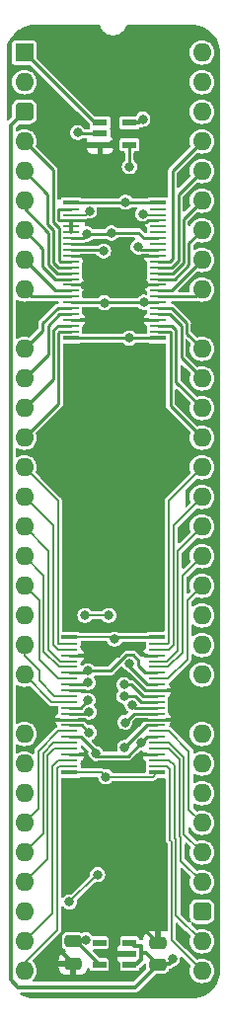
<source format=gtl>
%TF.GenerationSoftware,KiCad,Pcbnew,7.0.5*%
%TF.CreationDate,2024-02-15T21:15:44+02:00*%
%TF.ProjectId,HCP65 Main Memory Address,48435036-3520-44d6-9169-6e204d656d6f,V0*%
%TF.SameCoordinates,PX54c81a0PY37b6b20*%
%TF.FileFunction,Copper,L1,Top*%
%TF.FilePolarity,Positive*%
%FSLAX46Y46*%
G04 Gerber Fmt 4.6, Leading zero omitted, Abs format (unit mm)*
G04 Created by KiCad (PCBNEW 7.0.5) date 2024-02-15 21:15:44*
%MOMM*%
%LPD*%
G01*
G04 APERTURE LIST*
G04 Aperture macros list*
%AMRoundRect*
0 Rectangle with rounded corners*
0 $1 Rounding radius*
0 $2 $3 $4 $5 $6 $7 $8 $9 X,Y pos of 4 corners*
0 Add a 4 corners polygon primitive as box body*
4,1,4,$2,$3,$4,$5,$6,$7,$8,$9,$2,$3,0*
0 Add four circle primitives for the rounded corners*
1,1,$1+$1,$2,$3*
1,1,$1+$1,$4,$5*
1,1,$1+$1,$6,$7*
1,1,$1+$1,$8,$9*
0 Add four rect primitives between the rounded corners*
20,1,$1+$1,$2,$3,$4,$5,0*
20,1,$1+$1,$4,$5,$6,$7,0*
20,1,$1+$1,$6,$7,$8,$9,0*
20,1,$1+$1,$8,$9,$2,$3,0*%
G04 Aperture macros list end*
%TA.AperFunction,SMDPad,CuDef*%
%ADD10R,1.150000X0.600000*%
%TD*%
%TA.AperFunction,SMDPad,CuDef*%
%ADD11R,1.400000X0.400000*%
%TD*%
%TA.AperFunction,SMDPad,CuDef*%
%ADD12R,1.400000X0.280000*%
%TD*%
%TA.AperFunction,SMDPad,CuDef*%
%ADD13R,1.250000X0.600000*%
%TD*%
%TA.AperFunction,SMDPad,CuDef*%
%ADD14RoundRect,0.250000X0.475000X-0.250000X0.475000X0.250000X-0.475000X0.250000X-0.475000X-0.250000X0*%
%TD*%
%TA.AperFunction,ComponentPad*%
%ADD15R,1.600000X1.600000*%
%TD*%
%TA.AperFunction,ComponentPad*%
%ADD16O,1.600000X1.600000*%
%TD*%
%TA.AperFunction,ComponentPad*%
%ADD17RoundRect,0.400000X-0.400000X-0.400000X0.400000X-0.400000X0.400000X0.400000X-0.400000X0.400000X0*%
%TD*%
%TA.AperFunction,SMDPad,CuDef*%
%ADD18RoundRect,0.250000X-0.475000X0.250000X-0.475000X-0.250000X0.475000X-0.250000X0.475000X0.250000X0*%
%TD*%
%TA.AperFunction,ViaPad*%
%ADD19C,0.800000*%
%TD*%
%TA.AperFunction,Conductor*%
%ADD20C,0.380000*%
%TD*%
%TA.AperFunction,Conductor*%
%ADD21C,0.280000*%
%TD*%
%TA.AperFunction,Conductor*%
%ADD22C,0.200000*%
%TD*%
%TA.AperFunction,Conductor*%
%ADD23C,0.250000*%
%TD*%
G04 APERTURE END LIST*
D10*
%TO.P,IC5,1,VIN*%
%TO.N,/5V*%
X9022085Y-78211000D03*
%TO.P,IC5,2,GND*%
%TO.N,/GND*%
X9022085Y-77261000D03*
%TO.P,IC5,3,EN*%
%TO.N,/5V*%
X9022085Y-76311000D03*
%TO.P,IC5,4,ADJ*%
%TO.N,unconnected-(IC5-ADJ-Pad4)*%
X6422085Y-76311000D03*
%TO.P,IC5,5,VOUT*%
%TO.N,/3.3V*%
X6422085Y-78211000D03*
%TD*%
D11*
%TO.P,IC4,1,1~{OE}*%
%TO.N,/~{Main Access}*%
X11370000Y-61740800D03*
D12*
%TO.P,IC4,2,1Y0*%
%TO.N,/MA0*%
X11370000Y-61180800D03*
%TO.P,IC4,3,1Y1*%
%TO.N,/MA1*%
X11370000Y-60680800D03*
%TO.P,IC4,4,GND*%
%TO.N,/GND*%
X11370000Y-60180800D03*
%TO.P,IC4,5,1Y2*%
%TO.N,/MA2*%
X11370000Y-59680800D03*
%TO.P,IC4,6,1Y3*%
%TO.N,/MA3*%
X11370000Y-59180800D03*
%TO.P,IC4,7,3V*%
%TO.N,/3.3V*%
X11370000Y-58680800D03*
%TO.P,IC4,8,2Y0*%
%TO.N,/MA4*%
X11370000Y-58180800D03*
%TO.P,IC4,9,2Y1*%
%TO.N,/MA5*%
X11370000Y-57680800D03*
%TO.P,IC4,10,GND*%
%TO.N,/GND*%
X11370000Y-57180800D03*
%TO.P,IC4,11,2Y2*%
%TO.N,/MA6*%
X11370000Y-56680800D03*
%TO.P,IC4,12,2Y3*%
%TO.N,/MA7*%
X11370000Y-56180800D03*
%TO.P,IC4,13,3Y0*%
%TO.N,/MA8*%
X11370000Y-55680800D03*
%TO.P,IC4,14,3Y1*%
%TO.N,/MA9*%
X11370000Y-55180800D03*
%TO.P,IC4,15,GND*%
%TO.N,/GND*%
X11370000Y-54680800D03*
%TO.P,IC4,16,3Y2*%
%TO.N,/MA10*%
X11370000Y-54180800D03*
%TO.P,IC4,17,3Y3*%
%TO.N,/MA11*%
X11370000Y-53680800D03*
%TO.P,IC4,18,3V*%
%TO.N,/3.3V*%
X11370000Y-53180800D03*
%TO.P,IC4,19,4Y0*%
%TO.N,/MA12*%
X11370000Y-52680800D03*
%TO.P,IC4,20,4Y1*%
%TO.N,/MA13*%
X11370000Y-52180800D03*
%TO.P,IC4,21,GND*%
%TO.N,/GND*%
X11370000Y-51680800D03*
%TO.P,IC4,22,4Y2*%
%TO.N,/MA14*%
X11370000Y-51180800D03*
%TO.P,IC4,23,4Y3*%
%TO.N,/MA15*%
X11370000Y-50680800D03*
D11*
%TO.P,IC4,24,4~{OE}*%
%TO.N,/~{Main Access}*%
X11370000Y-50120800D03*
%TO.P,IC4,25,3~{OE}*%
X3870000Y-50120800D03*
D12*
%TO.P,IC4,26,4A3*%
%TO.N,/A15*%
X3870000Y-50680800D03*
%TO.P,IC4,27,4A2*%
%TO.N,/A14*%
X3870000Y-51180800D03*
%TO.P,IC4,28,GND*%
%TO.N,/GND*%
X3870000Y-51680800D03*
%TO.P,IC4,29,4A1*%
%TO.N,/A13*%
X3870000Y-52180800D03*
%TO.P,IC4,30,4A0*%
%TO.N,/A12*%
X3870000Y-52680800D03*
%TO.P,IC4,31,3V*%
%TO.N,/3.3V*%
X3870000Y-53180800D03*
%TO.P,IC4,32,3A3*%
%TO.N,/A11*%
X3870000Y-53680800D03*
%TO.P,IC4,33,3A2*%
%TO.N,/A10*%
X3870000Y-54180800D03*
%TO.P,IC4,34,GND*%
%TO.N,/GND*%
X3870000Y-54680800D03*
%TO.P,IC4,35,3A1*%
%TO.N,/A9*%
X3870000Y-55180800D03*
%TO.P,IC4,36,3A0*%
%TO.N,/A8*%
X3870000Y-55680800D03*
%TO.P,IC4,37,2A3*%
%TO.N,/A7*%
X3870000Y-56180800D03*
%TO.P,IC4,38,2A2*%
%TO.N,/A6*%
X3870000Y-56680800D03*
%TO.P,IC4,39,GND*%
%TO.N,/GND*%
X3870000Y-57180800D03*
%TO.P,IC4,40,2A1*%
%TO.N,/A5*%
X3870000Y-57680800D03*
%TO.P,IC4,41,2A0*%
%TO.N,/A4*%
X3870000Y-58180800D03*
%TO.P,IC4,42,3V*%
%TO.N,/3.3V*%
X3870000Y-58680800D03*
%TO.P,IC4,43,1A3*%
%TO.N,/A3*%
X3870000Y-59180800D03*
%TO.P,IC4,44,1A2*%
%TO.N,/A2*%
X3870000Y-59680800D03*
%TO.P,IC4,45,GND*%
%TO.N,/GND*%
X3870000Y-60180800D03*
%TO.P,IC4,46,1A1*%
%TO.N,/A1*%
X3870000Y-60680800D03*
%TO.P,IC4,47,1A0*%
%TO.N,/A0*%
X3870000Y-61180800D03*
D11*
%TO.P,IC4,48,2~{OE}*%
%TO.N,/~{Main Access}*%
X3870000Y-61740800D03*
%TD*%
D13*
%TO.P,IC2,1,B*%
%TO.N,/~{Main Access Slot}*%
X6502400Y-6009600D03*
%TO.P,IC2,2,A*%
%TO.N,/~{Main}*%
X6502400Y-6959600D03*
%TO.P,IC2,3,GND*%
%TO.N,/GND*%
X6502400Y-7909600D03*
%TO.P,IC2,4,Y*%
%TO.N,/~{Main Access}*%
X9002400Y-7909600D03*
%TO.P,IC2,5,3V*%
%TO.N,/3.3V*%
X9002400Y-6009600D03*
%TD*%
D11*
%TO.P,IC1,1,1~{OE}*%
%TO.N,/~{Main Access}*%
X11497000Y-24479000D03*
D12*
%TO.P,IC1,2,1Y0*%
%TO.N,/MA16*%
X11497000Y-23919000D03*
%TO.P,IC1,3,1Y1*%
%TO.N,/MA17*%
X11497000Y-23419000D03*
%TO.P,IC1,4,GND*%
%TO.N,/GND*%
X11497000Y-22919000D03*
%TO.P,IC1,5,1Y2*%
%TO.N,/MA18*%
X11497000Y-22419000D03*
%TO.P,IC1,6,1Y3*%
%TO.N,/MA19*%
X11497000Y-21919000D03*
%TO.P,IC1,7,3V*%
%TO.N,/3.3V*%
X11497000Y-21419000D03*
%TO.P,IC1,8,2Y0*%
%TO.N,/MA20*%
X11497000Y-20919000D03*
%TO.P,IC1,9,2Y1*%
%TO.N,/MA21*%
X11497000Y-20419000D03*
%TO.P,IC1,10,GND*%
%TO.N,/GND*%
X11497000Y-19919000D03*
%TO.P,IC1,11,2Y2*%
%TO.N,/MA22*%
X11497000Y-19419000D03*
%TO.P,IC1,12,2Y3*%
%TO.N,/MA23*%
X11497000Y-18919000D03*
%TO.P,IC1,13,3Y0*%
%TO.N,/M~{WD}*%
X11497000Y-18419000D03*
%TO.P,IC1,14,3Y1*%
%TO.N,/M~{RD}*%
X11497000Y-17919000D03*
%TO.P,IC1,15,GND*%
%TO.N,/GND*%
X11497000Y-17419000D03*
%TO.P,IC1,16,3Y2*%
%TO.N,/M~{Main}*%
X11497000Y-16919000D03*
%TO.P,IC1,17,3Y3*%
%TO.N,unconnected-(IC1-3Y3-Pad17)*%
X11497000Y-16419000D03*
%TO.P,IC1,18,3V*%
%TO.N,/3.3V*%
X11497000Y-15919000D03*
%TO.P,IC1,19,4Y0*%
%TO.N,unconnected-(IC1-4Y0-Pad19)*%
X11497000Y-15419000D03*
%TO.P,IC1,20,4Y1*%
%TO.N,unconnected-(IC1-4Y1-Pad20)*%
X11497000Y-14919000D03*
%TO.P,IC1,21,GND*%
%TO.N,/GND*%
X11497000Y-14419000D03*
%TO.P,IC1,22,4Y2*%
%TO.N,/MS*%
X11497000Y-13919000D03*
%TO.P,IC1,23,4Y3*%
%TO.N,unconnected-(IC1-4Y3-Pad23)*%
X11497000Y-13419000D03*
D11*
%TO.P,IC1,24,4~{OE}*%
%TO.N,/~{Main Access}*%
X11497000Y-12859000D03*
%TO.P,IC1,25,3~{OE}*%
X3997000Y-12859000D03*
D12*
%TO.P,IC1,26,4A3*%
%TO.N,/GND*%
X3997000Y-13419000D03*
%TO.P,IC1,27,4A2*%
%TO.N,/S*%
X3997000Y-13919000D03*
%TO.P,IC1,28,GND*%
%TO.N,/GND*%
X3997000Y-14419000D03*
%TO.P,IC1,29,4A1*%
X3997000Y-14919000D03*
%TO.P,IC1,30,4A0*%
X3997000Y-15419000D03*
%TO.P,IC1,31,3V*%
%TO.N,/3.3V*%
X3997000Y-15919000D03*
%TO.P,IC1,32,3A3*%
%TO.N,/GND*%
X3997000Y-16419000D03*
%TO.P,IC1,33,3A2*%
%TO.N,/~{Main}*%
X3997000Y-16919000D03*
%TO.P,IC1,34,GND*%
%TO.N,/GND*%
X3997000Y-17419000D03*
%TO.P,IC1,35,3A1*%
%TO.N,/~{RD}*%
X3997000Y-17919000D03*
%TO.P,IC1,36,3A0*%
%TO.N,/~{WD}*%
X3997000Y-18419000D03*
%TO.P,IC1,37,2A3*%
%TO.N,/A23*%
X3997000Y-18919000D03*
%TO.P,IC1,38,2A2*%
%TO.N,/A22*%
X3997000Y-19419000D03*
%TO.P,IC1,39,GND*%
%TO.N,/GND*%
X3997000Y-19919000D03*
%TO.P,IC1,40,2A1*%
%TO.N,/A21*%
X3997000Y-20419000D03*
%TO.P,IC1,41,2A0*%
%TO.N,/A20*%
X3997000Y-20919000D03*
%TO.P,IC1,42,3V*%
%TO.N,/3.3V*%
X3997000Y-21419000D03*
%TO.P,IC1,43,1A3*%
%TO.N,/A19*%
X3997000Y-21919000D03*
%TO.P,IC1,44,1A2*%
%TO.N,/A18*%
X3997000Y-22419000D03*
%TO.P,IC1,45,GND*%
%TO.N,/GND*%
X3997000Y-22919000D03*
%TO.P,IC1,46,1A1*%
%TO.N,/A17*%
X3997000Y-23419000D03*
%TO.P,IC1,47,1A0*%
%TO.N,/A16*%
X3997000Y-23919000D03*
D11*
%TO.P,IC1,48,2~{OE}*%
%TO.N,/~{Main Access}*%
X3997000Y-24479000D03*
%TD*%
D14*
%TO.P,C8,1*%
%TO.N,/5V*%
X11430485Y-78220400D03*
%TO.P,C8,2*%
%TO.N,/GND*%
X11430485Y-76320400D03*
%TD*%
D15*
%TO.P,J2,1,Pin_1*%
%TO.N,/~{Main Access Slot}*%
X0Y0D03*
D16*
%TO.P,J2,2,Pin_2*%
%TO.N,/~{Main}*%
X0Y-2540000D03*
D17*
%TO.P,J2,3,Pin_3*%
%TO.N,/5V*%
X0Y-5080000D03*
D16*
%TO.P,J2,4,Pin_4*%
%TO.N,/~{RD}*%
X0Y-7620000D03*
%TO.P,J2,5,Pin_5*%
%TO.N,/~{WD}*%
X0Y-10160000D03*
%TO.P,J2,6,Pin_6*%
%TO.N,/A23*%
X0Y-12700000D03*
%TO.P,J2,7,Pin_7*%
%TO.N,/A22*%
X0Y-15240000D03*
%TO.P,J2,8,Pin_8*%
%TO.N,/A21*%
X0Y-17780000D03*
%TO.P,J2,9,Pin_9*%
%TO.N,/A20*%
X0Y-20320000D03*
D15*
%TO.P,J2,10,Pin_10*%
%TO.N,/GND*%
X0Y-22860000D03*
D16*
%TO.P,J2,11,Pin_11*%
%TO.N,/A19*%
X0Y-25400000D03*
%TO.P,J2,12,Pin_12*%
%TO.N,/A18*%
X0Y-27940000D03*
%TO.P,J2,13,Pin_13*%
%TO.N,/A17*%
X0Y-30480000D03*
%TO.P,J2,14,Pin_14*%
%TO.N,/A16*%
X0Y-33020000D03*
%TO.P,J2,15,Pin_15*%
%TO.N,/A15*%
X0Y-35560000D03*
%TO.P,J2,16,Pin_16*%
%TO.N,/A14*%
X0Y-38100000D03*
%TO.P,J2,17,Pin_17*%
%TO.N,/A13*%
X0Y-40640000D03*
%TO.P,J2,18,Pin_18*%
%TO.N,/A12*%
X0Y-43180000D03*
%TO.P,J2,19,Pin_19*%
%TO.N,/A11*%
X0Y-45720000D03*
%TO.P,J2,20,Pin_20*%
%TO.N,/A10*%
X0Y-48260000D03*
%TO.P,J2,21,Pin_21*%
%TO.N,/A9*%
X0Y-50800000D03*
%TO.P,J2,22,Pin_22*%
%TO.N,/A8*%
X0Y-53340000D03*
D15*
%TO.P,J2,23,Pin_23*%
%TO.N,/GND*%
X0Y-55880000D03*
D16*
%TO.P,J2,24,Pin_24*%
%TO.N,/A7*%
X0Y-58420000D03*
%TO.P,J2,25,Pin_25*%
%TO.N,/A6*%
X0Y-60960000D03*
%TO.P,J2,26,Pin_26*%
%TO.N,/A5*%
X0Y-63500000D03*
%TO.P,J2,27,Pin_27*%
%TO.N,/A4*%
X0Y-66040000D03*
%TO.P,J2,28,Pin_28*%
%TO.N,/A3*%
X0Y-68580000D03*
%TO.P,J2,29,Pin_29*%
%TO.N,/A2*%
X0Y-71120000D03*
%TO.P,J2,30,Pin_30*%
%TO.N,/S*%
X0Y-73660000D03*
%TO.P,J2,31,Pin_31*%
%TO.N,/A1*%
X0Y-76200000D03*
%TO.P,J2,32,Pin_32*%
%TO.N,/A0*%
X0Y-78740000D03*
%TO.P,J2,33,Pin_33*%
%TO.N,/MA0*%
X15240000Y-78740000D03*
%TO.P,J2,34,Pin_34*%
%TO.N,/MA1*%
X15240000Y-76200000D03*
D17*
%TO.P,J2,35,Pin_35*%
%TO.N,/5V*%
X15240000Y-73660000D03*
D16*
%TO.P,J2,36,Pin_36*%
%TO.N,/MA2*%
X15240000Y-71120000D03*
%TO.P,J2,37,Pin_37*%
%TO.N,/MA3*%
X15240000Y-68580000D03*
%TO.P,J2,38,Pin_38*%
%TO.N,/MA4*%
X15240000Y-66040000D03*
%TO.P,J2,39,Pin_39*%
%TO.N,/MA5*%
X15240000Y-63500000D03*
%TO.P,J2,40,Pin_40*%
%TO.N,/MA6*%
X15240000Y-60960000D03*
%TO.P,J2,41,Pin_41*%
%TO.N,/MA7*%
X15240000Y-58420000D03*
D15*
%TO.P,J2,42,Pin_42*%
%TO.N,/GND*%
X15240000Y-55880000D03*
D16*
%TO.P,J2,43,Pin_43*%
%TO.N,/MA8*%
X15240000Y-53340000D03*
%TO.P,J2,44,Pin_44*%
%TO.N,/MA9*%
X15240000Y-50800000D03*
%TO.P,J2,45,Pin_45*%
%TO.N,/MA10*%
X15240000Y-48260000D03*
%TO.P,J2,46,Pin_46*%
%TO.N,/MA11*%
X15240000Y-45720000D03*
%TO.P,J2,47,Pin_47*%
%TO.N,/MA12*%
X15240000Y-43180000D03*
%TO.P,J2,48,Pin_48*%
%TO.N,/MA13*%
X15240000Y-40640000D03*
%TO.P,J2,49,Pin_49*%
%TO.N,/MA14*%
X15240000Y-38100000D03*
%TO.P,J2,50,Pin_50*%
%TO.N,/MA15*%
X15240000Y-35560000D03*
%TO.P,J2,51,Pin_51*%
%TO.N,/MA16*%
X15240000Y-33020000D03*
%TO.P,J2,52,Pin_52*%
%TO.N,/MA17*%
X15240000Y-30480000D03*
%TO.P,J2,53,Pin_53*%
%TO.N,/MA18*%
X15240000Y-27940000D03*
%TO.P,J2,54,Pin_54*%
%TO.N,/MA19*%
X15240000Y-25400000D03*
D15*
%TO.P,J2,55,Pin_55*%
%TO.N,/GND*%
X15240000Y-22860000D03*
D16*
%TO.P,J2,56,Pin_56*%
%TO.N,/MA20*%
X15240000Y-20320000D03*
%TO.P,J2,57,Pin_57*%
%TO.N,/MA21*%
X15240000Y-17780000D03*
%TO.P,J2,58,Pin_58*%
%TO.N,/MA22*%
X15240000Y-15240000D03*
%TO.P,J2,59,Pin_59*%
%TO.N,/MA23*%
X15240000Y-12700000D03*
%TO.P,J2,60,Pin_60*%
%TO.N,/M~{WD}*%
X15240000Y-10160000D03*
%TO.P,J2,61,Pin_61*%
%TO.N,/M~{RD}*%
X15240000Y-7620000D03*
%TO.P,J2,62,Pin_62*%
%TO.N,/MS*%
X15240000Y-5080000D03*
%TO.P,J2,63,Pin_63*%
%TO.N,/M~{Main}*%
X15240000Y-2540000D03*
%TO.P,J2,64,Pin_64*%
%TO.N,unconnected-(J2-Pin_64-Pad64)*%
X15240000Y0D03*
%TD*%
D18*
%TO.P,C9,1*%
%TO.N,/3.3V*%
X4166085Y-76200000D03*
%TO.P,C9,2*%
%TO.N,/GND*%
X4166085Y-78100000D03*
%TD*%
D19*
%TO.N,/5V*%
X12700000Y-77724000D03*
%TO.N,/GND*%
X7874000Y-19939000D03*
X5396000Y-17679110D03*
X7620000Y-7874000D03*
X9906000Y-26162000D03*
X11811000Y-4318000D03*
X9737753Y-51034518D03*
X13906501Y-6413501D03*
X5212975Y-19959075D03*
X9718560Y-57432067D03*
X9779000Y-22919000D03*
X10033000Y-47498000D03*
X8382000Y-58420000D03*
X10307788Y-19919000D03*
X8382000Y-61214000D03*
X8038000Y-14408390D03*
X8890000Y-74930000D03*
%TO.N,/3.3V*%
X5396000Y-15560090D03*
X10160000Y-5715000D03*
X6139000Y-60117839D03*
X6858000Y-21463000D03*
X5247583Y-76073000D03*
X10052000Y-59175181D03*
X10287000Y-21419000D03*
X7458000Y-15466938D03*
X5438030Y-53017670D03*
%TO.N,/A5*%
X5559000Y-58293002D03*
%TO.N,/A6*%
X5559000Y-56535668D03*
%TO.N,/A7*%
X5450618Y-55541556D03*
%TO.N,/A10*%
X5451045Y-54017588D03*
%TO.N,/~{Main Access}*%
X7747000Y-50292000D03*
X8673000Y-12837102D03*
X9017006Y-24479000D03*
X6984994Y-62103000D03*
X9017000Y-9779000D03*
%TO.N,/M~{Main}*%
X9749000Y-16679000D03*
%TO.N,/~{Main}*%
X6796000Y-17004218D03*
X4572000Y-6858000D03*
%TO.N,/MA10*%
X9040762Y-52403113D03*
%TO.N,/MA9*%
X8538000Y-54189275D03*
%TO.N,/MA8*%
X8537000Y-55189217D03*
%TO.N,/MA7*%
X9233593Y-55906687D03*
%TO.N,/MA6*%
X8628207Y-57436099D03*
%TO.N,/MA5*%
X8602000Y-59570481D03*
%TO.N,/MS*%
X10160000Y-13843000D03*
%TO.N,/S*%
X5588000Y-13589000D03*
X7239000Y-48260000D03*
X3873500Y-72834500D03*
X6284994Y-70485000D03*
X5207000Y-48260000D03*
%TD*%
D20*
%TO.N,/5V*%
X-1190000Y-6270000D02*
X-1190000Y-79508126D01*
X9157441Y-76311000D02*
X9417441Y-76571000D01*
X10426085Y-77216000D02*
X9987085Y-77216000D01*
X11545885Y-78105000D02*
X12446000Y-78105000D01*
X12700000Y-77851000D02*
X12700000Y-77724000D01*
X12446000Y-78105000D02*
X12700000Y-77851000D01*
X9513885Y-80137000D02*
X11430485Y-78220400D01*
X-561126Y-80137000D02*
X9513885Y-80137000D01*
X9987085Y-77769915D02*
X9546000Y-78211000D01*
X9546000Y-78211000D02*
X9022085Y-78211000D01*
X11430485Y-78220400D02*
X10426085Y-77216000D01*
X-1190000Y-79508126D02*
X-561126Y-80137000D01*
X0Y-5080000D02*
X-1190000Y-6270000D01*
X9417441Y-76571000D02*
X9987085Y-76571000D01*
X9987085Y-77216000D02*
X9987085Y-77769915D01*
X9987085Y-76571000D02*
X9987085Y-77216000D01*
D21*
%TO.N,/GND*%
X7937097Y-53213000D02*
X6391097Y-54759000D01*
D20*
X16430000Y-7127085D02*
X15716416Y-6413501D01*
X15716416Y-6413501D02*
X13906501Y-6413501D01*
D21*
X3997000Y-16419000D02*
X5792499Y-16419000D01*
X11370000Y-54680800D02*
X10390000Y-54680800D01*
X5792499Y-16419000D02*
X5955499Y-16256000D01*
X5155442Y-60180800D02*
X5832481Y-60857839D01*
X7894000Y-19919000D02*
X11497000Y-19919000D01*
D20*
X15240000Y-22860000D02*
X16430000Y-21670000D01*
D21*
X15240000Y-55880000D02*
X16380000Y-54740000D01*
X10466519Y-14583000D02*
X8212610Y-14583000D01*
X3870000Y-57180800D02*
X5176613Y-57180800D01*
X8027390Y-14419000D02*
X8038000Y-14408390D01*
X3870000Y-51680800D02*
X8037733Y-51680800D01*
X5172900Y-19919000D02*
X5212975Y-19959075D01*
X9969827Y-57180800D02*
X9718560Y-57432067D01*
X11370000Y-54680800D02*
X14040800Y-54680800D01*
X5851481Y-60857839D02*
X6207642Y-61214000D01*
D20*
X11811000Y-4318000D02*
X13906501Y-6413501D01*
X16430000Y-21670000D02*
X16430000Y-7127085D01*
D21*
X13939200Y-57180800D02*
X15240000Y-55880000D01*
X11370000Y-57180800D02*
X9969827Y-57180800D01*
X3997000Y-15419000D02*
X3997000Y-14919000D01*
X3870000Y-57180800D02*
X1300800Y-57180800D01*
X7874000Y-19939000D02*
X7894000Y-19919000D01*
D20*
X10040085Y-74930000D02*
X8890000Y-74930000D01*
D21*
X4850000Y-54680800D02*
X3870000Y-54680800D01*
X2977000Y-13419000D02*
X3997000Y-13419000D01*
X11370000Y-60180800D02*
X9717009Y-60180800D01*
X4928200Y-54759000D02*
X4850000Y-54680800D01*
X10384035Y-51680800D02*
X9737753Y-51034518D01*
X5233050Y-19939000D02*
X5212975Y-19959075D01*
D20*
X11430485Y-76320400D02*
X10040085Y-74930000D01*
D21*
X7237668Y-57275668D02*
X8382000Y-58420000D01*
X3997000Y-17419000D02*
X5135890Y-17419000D01*
X3997000Y-14419000D02*
X3997000Y-14919000D01*
X5135890Y-17419000D02*
X5396000Y-17679110D01*
X9387481Y-17419000D02*
X11497000Y-17419000D01*
X8730627Y-58420000D02*
X8382000Y-58420000D01*
X8224481Y-16256000D02*
X9387481Y-17419000D01*
D20*
X3048000Y-75687988D02*
X3048000Y-76981915D01*
D21*
X10630519Y-14419000D02*
X10466519Y-14583000D01*
X2977000Y-14419000D02*
X2921000Y-14363000D01*
X16380000Y-54740000D02*
X16380000Y-24000000D01*
X14040800Y-54680800D02*
X15240000Y-55880000D01*
X5955499Y-16256000D02*
X8224481Y-16256000D01*
X8212610Y-14583000D02*
X8038000Y-14408390D01*
X2921000Y-14363000D02*
X2921000Y-13475000D01*
X6391097Y-54759000D02*
X4928200Y-54759000D01*
X5176613Y-57180800D02*
X5271481Y-57275668D01*
X2921000Y-13475000D02*
X2977000Y-13419000D01*
X5396000Y-19776050D02*
X5212975Y-19959075D01*
X8684015Y-51034518D02*
X9737753Y-51034518D01*
X5832481Y-60857839D02*
X5851481Y-60857839D01*
X9717009Y-60180800D02*
X8683809Y-61214000D01*
D20*
X7584400Y-7909600D02*
X7620000Y-7874000D01*
D21*
X11370000Y-51680800D02*
X10384035Y-51680800D01*
X10390000Y-54680800D02*
X8922200Y-53213000D01*
X16380000Y-24000000D02*
X15240000Y-22860000D01*
X8922200Y-53213000D02*
X7937097Y-53213000D01*
X6207642Y-61214000D02*
X8382000Y-61214000D01*
D20*
X3048000Y-76981915D02*
X4166085Y-78100000D01*
D21*
X3997000Y-22919000D02*
X11497000Y-22919000D01*
X8037733Y-51680800D02*
X8684015Y-51034518D01*
X3997000Y-19919000D02*
X5172900Y-19919000D01*
D20*
X6502400Y-7909600D02*
X7584400Y-7909600D01*
D21*
X5271481Y-57275668D02*
X7237668Y-57275668D01*
X3997000Y-14419000D02*
X2977000Y-14419000D01*
X7874000Y-19939000D02*
X5233050Y-19939000D01*
X9718560Y-57432067D02*
X8730627Y-58420000D01*
D20*
X3805988Y-74930000D02*
X3048000Y-75687988D01*
D21*
X1300800Y-57180800D02*
X0Y-55880000D01*
D20*
X8890000Y-74930000D02*
X3805988Y-74930000D01*
D21*
X5396000Y-17679110D02*
X5396000Y-19776050D01*
X11370000Y-57180800D02*
X13939200Y-57180800D01*
X11497000Y-14419000D02*
X10630519Y-14419000D01*
X3870000Y-60180800D02*
X5155442Y-60180800D01*
X8683809Y-61214000D02*
X8382000Y-61214000D01*
X3997000Y-14419000D02*
X8027390Y-14419000D01*
%TO.N,/3.3V*%
X6139000Y-59969800D02*
X6139000Y-60117839D01*
X11370000Y-58680800D02*
X10546381Y-58680800D01*
X9780762Y-52571562D02*
X9780762Y-52096594D01*
X9347281Y-51663113D02*
X8734243Y-51663113D01*
X9782457Y-15466938D02*
X7458000Y-15466938D01*
X3870000Y-58680800D02*
X4850000Y-58680800D01*
X7379686Y-53017670D02*
X5438030Y-53017670D01*
D20*
X5120583Y-76200000D02*
X5247583Y-76073000D01*
D21*
X9780762Y-52096594D02*
X9347281Y-51663113D01*
X10234519Y-15919000D02*
X9782457Y-15466938D01*
X3997000Y-21419000D02*
X10287000Y-21419000D01*
X10390000Y-53180800D02*
X9780762Y-52571562D01*
X8908519Y-60310467D02*
X6331628Y-60310467D01*
X7364848Y-15560090D02*
X5396000Y-15560090D01*
X5037090Y-15919000D02*
X5396000Y-15560090D01*
X7458000Y-15466938D02*
X7364848Y-15560090D01*
D20*
X4166085Y-76200000D02*
X5120583Y-76200000D01*
D21*
X5274900Y-53180800D02*
X5438030Y-53017670D01*
X3870000Y-53180800D02*
X5274900Y-53180800D01*
D20*
X4411085Y-76200000D02*
X6422085Y-78211000D01*
D21*
X11497000Y-15919000D02*
X10234519Y-15919000D01*
X8734243Y-51663113D02*
X7379686Y-53017670D01*
D20*
X9865400Y-6009600D02*
X10160000Y-5715000D01*
D21*
X6331628Y-60310467D02*
X6139000Y-60117839D01*
X3997000Y-15919000D02*
X5037090Y-15919000D01*
D20*
X9002400Y-6009600D02*
X9865400Y-6009600D01*
D21*
X4850000Y-58680800D02*
X6139000Y-59969800D01*
X10546381Y-58680800D02*
X10052000Y-59175181D01*
X10287000Y-21419000D02*
X11497000Y-21419000D01*
X10052000Y-59175181D02*
X10043805Y-59175181D01*
X10043805Y-59175181D02*
X8908519Y-60310467D01*
X11370000Y-53180800D02*
X10390000Y-53180800D01*
D22*
%TO.N,/A0*%
X2794000Y-61373286D02*
X2794000Y-75249024D01*
X3870000Y-61180800D02*
X2986486Y-61180800D01*
X2986486Y-61180800D02*
X2794000Y-61373286D01*
X2794000Y-75249024D02*
X0Y-78043024D01*
%TO.N,/A1*%
X0Y-76200000D02*
X2394000Y-73806000D01*
X2394000Y-73806000D02*
X2394000Y-61206000D01*
X2919200Y-60680800D02*
X3870000Y-60680800D01*
X2394000Y-61206000D02*
X2919200Y-60680800D01*
%TO.N,/A2*%
X0Y-71120000D02*
X1994000Y-69126000D01*
X1994000Y-60261200D02*
X2574400Y-59680800D01*
X2574400Y-59680800D02*
X3870000Y-59680800D01*
X1994000Y-69126000D02*
X1994000Y-60261200D01*
%TO.N,/A3*%
X1594000Y-60095514D02*
X2508714Y-59180800D01*
X0Y-68580000D02*
X1594000Y-66986000D01*
X1594000Y-66986000D02*
X1594000Y-60095514D01*
X2508714Y-59180800D02*
X3870000Y-59180800D01*
%TO.N,/A4*%
X1194000Y-64846000D02*
X1194000Y-59906000D01*
X0Y-66040000D02*
X1194000Y-64846000D01*
X1194000Y-59906000D02*
X2919200Y-58180800D01*
X2919200Y-58180800D02*
X3870000Y-58180800D01*
D23*
%TO.N,/A5*%
X4946798Y-57680800D02*
X5559000Y-58293002D01*
X3870000Y-57680800D02*
X4946798Y-57680800D01*
%TO.N,/A6*%
X5413868Y-56680800D02*
X5559000Y-56535668D01*
X3870000Y-56680800D02*
X5413868Y-56680800D01*
%TO.N,/A7*%
X4811374Y-56180800D02*
X5450618Y-55541556D01*
X3870000Y-56180800D02*
X4811374Y-56180800D01*
D22*
%TO.N,/A8*%
X2340800Y-55680800D02*
X3870000Y-55680800D01*
X0Y-53340000D02*
X2340800Y-55680800D01*
%TO.N,/A9*%
X1270000Y-53848000D02*
X2602800Y-55180800D01*
X2602800Y-55180800D02*
X3870000Y-55180800D01*
X1270000Y-52959000D02*
X1270000Y-53848000D01*
X0Y-50800000D02*
X0Y-51689000D01*
X0Y-51689000D02*
X1270000Y-52959000D01*
D23*
%TO.N,/A10*%
X5287833Y-54180800D02*
X5451045Y-54017588D01*
X3870000Y-54180800D02*
X5287833Y-54180800D01*
D22*
%TO.N,/A11*%
X0Y-45720000D02*
X1269999Y-46989999D01*
X1269999Y-46989999D02*
X1269999Y-52020798D01*
X1269999Y-52020798D02*
X2930001Y-53680800D01*
X2930001Y-53680800D02*
X3870000Y-53680800D01*
%TO.N,/A12*%
X0Y-43180000D02*
X1670000Y-44850000D01*
X3012171Y-52680800D02*
X3870000Y-52680800D01*
X1670000Y-51338629D02*
X3012171Y-52680800D01*
X1670000Y-44850000D02*
X1670000Y-51338629D01*
%TO.N,/A13*%
X2070000Y-42710000D02*
X2070000Y-51172944D01*
X0Y-40640000D02*
X2070000Y-42710000D01*
X3077856Y-52180800D02*
X3870000Y-52180800D01*
X2070000Y-51172944D02*
X3077856Y-52180800D01*
%TO.N,/A14*%
X2470000Y-40570000D02*
X2470000Y-50786485D01*
X2864315Y-51180800D02*
X3870000Y-51180800D01*
X2470000Y-50786485D02*
X2864315Y-51180800D01*
X0Y-38100000D02*
X2470000Y-40570000D01*
%TO.N,/A15*%
X2930000Y-50680800D02*
X3870000Y-50680800D01*
X2870000Y-38430000D02*
X2870000Y-50620800D01*
X0Y-35560000D02*
X2870000Y-38430000D01*
X2870000Y-50620800D02*
X2930000Y-50680800D01*
D23*
%TO.N,/A16*%
X2932000Y-30088000D02*
X2932000Y-23994000D01*
X2932000Y-23994000D02*
X3007000Y-23919000D01*
X3007000Y-23919000D02*
X3997000Y-23919000D01*
X0Y-33020000D02*
X2932000Y-30088000D01*
%TO.N,/~{Main Access}*%
X11370000Y-50120800D02*
X7918200Y-50120800D01*
X11497000Y-24479000D02*
X9017006Y-24479000D01*
X9002400Y-9764400D02*
X9017000Y-9779000D01*
X7918200Y-50120800D02*
X7747000Y-50292000D01*
X8694898Y-12859000D02*
X8673000Y-12837102D01*
X3997000Y-12859000D02*
X8651102Y-12859000D01*
X9002400Y-7909600D02*
X9002400Y-9764400D01*
D22*
X11007800Y-62103000D02*
X6984994Y-62103000D01*
X7575800Y-50120800D02*
X7747000Y-50292000D01*
X3870000Y-50120800D02*
X7575800Y-50120800D01*
X3870000Y-61740800D02*
X6622794Y-61740800D01*
D23*
X8651102Y-12859000D02*
X8673000Y-12837102D01*
D22*
X6622794Y-61740800D02*
X6984994Y-62103000D01*
D23*
X3997000Y-24479000D02*
X9017006Y-24479000D01*
D22*
X11370000Y-61740800D02*
X11007800Y-62103000D01*
D23*
X11497000Y-12859000D02*
X8694898Y-12859000D01*
%TO.N,/~{WD}*%
X2923604Y-18419000D02*
X3997000Y-18419000D01*
X0Y-10160000D02*
X2006000Y-12166000D01*
X2522000Y-15258006D02*
X2522000Y-18017396D01*
X2006000Y-12166000D02*
X2006000Y-14742007D01*
X2522000Y-18017396D02*
X2923604Y-18419000D01*
X2006000Y-14742007D02*
X2522000Y-15258006D01*
%TO.N,/~{RD}*%
X2456000Y-10076000D02*
X2456000Y-14555610D01*
X2972000Y-15071610D02*
X2972000Y-17831000D01*
X2972000Y-17831000D02*
X3060000Y-17919000D01*
X0Y-7620000D02*
X2456000Y-10076000D01*
X3060000Y-17919000D02*
X3997000Y-17919000D01*
X2456000Y-14555610D02*
X2972000Y-15071610D01*
%TO.N,/M~{Main}*%
X9989000Y-16919000D02*
X9749000Y-16679000D01*
X11497000Y-16919000D02*
X9989000Y-16919000D01*
%TO.N,/M~{RD}*%
X12700000Y-17706000D02*
X12700000Y-10160000D01*
X12700000Y-10160000D02*
X15240000Y-7620000D01*
X12487000Y-17919000D02*
X12700000Y-17706000D01*
X11497000Y-17919000D02*
X12487000Y-17919000D01*
%TO.N,/M~{WD}*%
X11497000Y-18419000D02*
X12623396Y-18419000D01*
X13208000Y-12192000D02*
X15240000Y-10160000D01*
X13208000Y-17834396D02*
X13208000Y-12192000D01*
X12623396Y-18419000D02*
X13208000Y-17834396D01*
%TO.N,/MA23*%
X13658000Y-18020792D02*
X13658000Y-14282000D01*
X13658000Y-14282000D02*
X15240000Y-12700000D01*
X11497000Y-18919000D02*
X12759792Y-18919000D01*
X12759792Y-18919000D02*
X13658000Y-18020792D01*
%TO.N,/MA22*%
X14115000Y-16365000D02*
X15240000Y-15240000D01*
X11497000Y-19419000D02*
X12896188Y-19419000D01*
X12896188Y-19419000D02*
X14115000Y-18200188D01*
X14115000Y-18200188D02*
X14115000Y-16365000D01*
%TO.N,/MA21*%
X15240000Y-17780000D02*
X12601000Y-20419000D01*
X12601000Y-20419000D02*
X11497000Y-20419000D01*
%TO.N,/MA20*%
X15240000Y-20320000D02*
X14641000Y-20919000D01*
X14641000Y-20919000D02*
X11497000Y-20919000D01*
%TO.N,/MA19*%
X12623396Y-21919000D02*
X11497000Y-21919000D01*
X13912000Y-24072000D02*
X13912000Y-23207604D01*
X15240000Y-25400000D02*
X13912000Y-24072000D01*
X13912000Y-23207604D02*
X12623396Y-21919000D01*
%TO.N,/MA18*%
X15240000Y-27940000D02*
X13462000Y-26162000D01*
X13462000Y-23394000D02*
X12487000Y-22419000D01*
X13462000Y-26162000D02*
X13462000Y-23394000D01*
X12487000Y-22419000D02*
X11497000Y-22419000D01*
%TO.N,/MA17*%
X12623396Y-23419000D02*
X13012000Y-23807604D01*
X13012000Y-28252000D02*
X15240000Y-30480000D01*
X13012000Y-23807604D02*
X13012000Y-28252000D01*
X11497000Y-23419000D02*
X12623396Y-23419000D01*
%TO.N,/MA16*%
X12522000Y-23954000D02*
X12487000Y-23919000D01*
X12522000Y-30302000D02*
X12522000Y-23954000D01*
X12487000Y-23919000D02*
X11497000Y-23919000D01*
X15240000Y-33020000D02*
X12522000Y-30302000D01*
%TO.N,/A17*%
X2870604Y-23419000D02*
X3997000Y-23419000D01*
X2482000Y-27998000D02*
X2482000Y-23807604D01*
X2482000Y-23807604D02*
X2870604Y-23419000D01*
X0Y-30480000D02*
X2482000Y-27998000D01*
%TO.N,/A18*%
X2032000Y-23394000D02*
X3007000Y-22419000D01*
X0Y-27940000D02*
X2032000Y-25908000D01*
X3007000Y-22419000D02*
X3997000Y-22419000D01*
X2032000Y-25908000D02*
X2032000Y-23394000D01*
%TO.N,/A19*%
X1582000Y-23207604D02*
X2870604Y-21919000D01*
X0Y-25400000D02*
X1582000Y-23818000D01*
X1582000Y-23818000D02*
X1582000Y-23207604D01*
X2870604Y-21919000D02*
X3997000Y-21919000D01*
%TO.N,/A20*%
X0Y-20320000D02*
X599000Y-20919000D01*
X599000Y-20919000D02*
X3997000Y-20919000D01*
%TO.N,/A21*%
X0Y-17780000D02*
X2639000Y-20419000D01*
X2639000Y-20419000D02*
X3997000Y-20419000D01*
%TO.N,/A22*%
X1571000Y-16811000D02*
X1571000Y-18339188D01*
X1571000Y-18339188D02*
X2650812Y-19419000D01*
X0Y-15240000D02*
X1571000Y-16811000D01*
X2650812Y-19419000D02*
X3997000Y-19419000D01*
%TO.N,/A23*%
X2072000Y-18203792D02*
X2787208Y-18919000D01*
X2787208Y-18919000D02*
X3997000Y-18919000D01*
X0Y-13372402D02*
X2072000Y-15444402D01*
X2072000Y-15444402D02*
X2072000Y-18203792D01*
%TO.N,/~{Main}*%
X3997000Y-16919000D02*
X6710782Y-16919000D01*
X6502400Y-6959600D02*
X4673600Y-6959600D01*
X4673600Y-6959600D02*
X4572000Y-6858000D01*
X6710782Y-16919000D02*
X6796000Y-17004218D01*
%TO.N,/~{Main Access Slot}*%
X0Y0D02*
X6009600Y-6009600D01*
D22*
%TO.N,/MA15*%
X15240000Y-35560000D02*
X12370000Y-38430000D01*
X12370000Y-38430000D02*
X12370000Y-50620800D01*
X12370000Y-50620800D02*
X12310000Y-50680800D01*
X12310000Y-50680800D02*
X11370000Y-50680800D01*
%TO.N,/MA14*%
X12770000Y-40570000D02*
X12770000Y-50786485D01*
X12770000Y-50786485D02*
X12375685Y-51180800D01*
X15240000Y-38100000D02*
X12770000Y-40570000D01*
X12375685Y-51180800D02*
X11370000Y-51180800D01*
%TO.N,/MA13*%
X12244314Y-52180800D02*
X11370000Y-52180800D01*
X13170000Y-42710000D02*
X13170000Y-51255114D01*
X15240000Y-40640000D02*
X13170000Y-42710000D01*
X13170000Y-51255114D02*
X12244314Y-52180800D01*
%TO.N,/MA12*%
X15240000Y-43180000D02*
X13570000Y-44850000D01*
X13570000Y-51420800D02*
X12310000Y-52680800D01*
X12310000Y-52680800D02*
X11370000Y-52680800D01*
X13570000Y-44850000D02*
X13570000Y-51420800D01*
%TO.N,/MA11*%
X15240000Y-45720000D02*
X13970000Y-46990000D01*
X13970000Y-46990000D02*
X13970000Y-52020800D01*
X12310000Y-53680800D02*
X11370000Y-53680800D01*
X13970000Y-52020800D02*
X12310000Y-53680800D01*
D23*
%TO.N,/MA10*%
X11370000Y-54180800D02*
X10547610Y-54180800D01*
X9040762Y-52673952D02*
X9040762Y-52403113D01*
X10547610Y-54180800D02*
X9040762Y-52673952D01*
%TO.N,/MA9*%
X9178261Y-54189275D02*
X8538000Y-54189275D01*
X11370000Y-55180800D02*
X10169786Y-55180800D01*
X10169786Y-55180800D02*
X9178261Y-54189275D01*
%TO.N,/MA8*%
X11370000Y-55680800D02*
X10033390Y-55680800D01*
X10033390Y-55680800D02*
X9521265Y-55168675D01*
X9521265Y-55168675D02*
X8557542Y-55168675D01*
X8557542Y-55168675D02*
X8537000Y-55189217D01*
%TO.N,/MA7*%
X11370000Y-56180800D02*
X9507706Y-56180800D01*
X9507706Y-56180800D02*
X9233593Y-55906687D01*
%TO.N,/MA6*%
X9390485Y-56673821D02*
X8628207Y-57436099D01*
X11363021Y-56673821D02*
X9390485Y-56673821D01*
%TO.N,/MA5*%
X8605451Y-59570481D02*
X8602000Y-59570481D01*
X11370000Y-57680800D02*
X10495132Y-57680800D01*
X10495132Y-57680800D02*
X8605451Y-59570481D01*
D22*
%TO.N,/MA4*%
X15240000Y-66040000D02*
X14122400Y-64922400D01*
X14122400Y-59893200D02*
X12410000Y-58180800D01*
X12410000Y-58180800D02*
X11370000Y-58180800D01*
X14122400Y-64922400D02*
X14122400Y-59893200D01*
%TO.N,/MA3*%
X13696800Y-67036800D02*
X15240000Y-68580000D01*
X11370000Y-59180800D02*
X12426485Y-59180800D01*
X13696800Y-60451115D02*
X13696800Y-67036800D01*
X12426485Y-59180800D02*
X13696800Y-60451115D01*
%TO.N,/MA2*%
X13417600Y-69297600D02*
X13417600Y-67323281D01*
X13296800Y-60616801D02*
X12360799Y-59680800D01*
X15240000Y-71120000D02*
X13417600Y-69297600D01*
X13417600Y-67323281D02*
X13296800Y-67202481D01*
X12360799Y-59680800D02*
X11370000Y-59680800D01*
X13296800Y-67202481D02*
X13296800Y-60616801D01*
%TO.N,/MA1*%
X12896800Y-61151115D02*
X12426485Y-60680800D01*
X13017600Y-67488967D02*
X12896800Y-67368167D01*
X13017600Y-73977600D02*
X13017600Y-67488967D01*
X15240000Y-76200000D02*
X13017600Y-73977600D01*
X12896800Y-67368167D02*
X12896800Y-61151115D01*
X12426485Y-60680800D02*
X11370000Y-60680800D01*
%TO.N,/MA0*%
X12617600Y-76117600D02*
X12617600Y-67654653D01*
X12617600Y-67654653D02*
X12496800Y-67533853D01*
X12496800Y-67533853D02*
X12496800Y-61458400D01*
X12496800Y-61458400D02*
X12219200Y-61180800D01*
X12219200Y-61180800D02*
X11370000Y-61180800D01*
X15240000Y-78740000D02*
X12617600Y-76117600D01*
%TO.N,/MS*%
X11497000Y-13919000D02*
X10236000Y-13919000D01*
X10236000Y-13919000D02*
X10160000Y-13843000D01*
%TO.N,/S*%
X5258000Y-13919000D02*
X5588000Y-13589000D01*
X3997000Y-13919000D02*
X5258000Y-13919000D01*
X3873500Y-72834500D02*
X6223000Y-70485000D01*
X5207000Y-48260000D02*
X7239000Y-48260000D01*
X6223000Y-70485000D02*
X6284994Y-70485000D01*
%TD*%
%TA.AperFunction,Conductor*%
%TO.N,/GND*%
G36*
X1397000Y-81103232D02*
G01*
X837604Y-81103232D01*
X833861Y-81103119D01*
X554615Y-81086232D01*
X547175Y-81085328D01*
X273860Y-81035245D01*
X266584Y-81033451D01*
X1288Y-80950784D01*
X-5718Y-80948127D01*
X-259110Y-80834087D01*
X-265744Y-80830605D01*
X-287116Y-80817686D01*
X-303774Y-80807616D01*
X-350960Y-80756092D01*
X-362800Y-80687232D01*
X-335533Y-80622903D01*
X-277815Y-80583528D01*
X-239624Y-80577500D01*
X1397000Y-80577500D01*
X1397000Y-81103232D01*
G37*
%TD.AperFunction*%
%TA.AperFunction,Conductor*%
G36*
X1397000Y-79696500D02*
G01*
X835683Y-79696500D01*
X768644Y-79676815D01*
X722889Y-79624011D01*
X712945Y-79554853D01*
X741970Y-79491297D01*
X745592Y-79487407D01*
X763413Y-79465691D01*
X877685Y-79326450D01*
X975232Y-79143954D01*
X1035300Y-78945934D01*
X1055583Y-78740000D01*
X1035300Y-78534066D01*
X975232Y-78336046D01*
X877685Y-78153550D01*
X749500Y-77997355D01*
X746413Y-77993593D01*
X746411Y-77993591D01*
X746410Y-77993590D01*
X741606Y-77989648D01*
X702272Y-77931905D01*
X700401Y-77862060D01*
X732588Y-77806116D01*
X1396999Y-77141706D01*
X1397000Y-79696500D01*
G37*
%TD.AperFunction*%
%TA.AperFunction,Conductor*%
G36*
X-567050Y-54228054D02*
G01*
X-403954Y-54315232D01*
X-205934Y-54375300D01*
X-205935Y-54375300D01*
X-187471Y-54377118D01*
X0Y-54395583D01*
X205934Y-54375300D01*
X390836Y-54319210D01*
X460699Y-54318588D01*
X514509Y-54350191D01*
X1396999Y-55232681D01*
X1396999Y-59207316D01*
X980955Y-59623361D01*
X961106Y-59639482D01*
X953331Y-59644562D01*
X933143Y-59670498D01*
X928067Y-59676248D01*
X925634Y-59678681D01*
X925624Y-59678694D01*
X913695Y-59695401D01*
X912164Y-59697453D01*
X881483Y-59736872D01*
X877975Y-59743353D01*
X874761Y-59749931D01*
X860506Y-59797809D01*
X859725Y-59800246D01*
X843499Y-59847512D01*
X842294Y-59854733D01*
X841382Y-59862046D01*
X843447Y-59911948D01*
X843500Y-59914510D01*
X843500Y-60031093D01*
X823815Y-60098132D01*
X771011Y-60143887D01*
X701853Y-60153831D01*
X640836Y-60126947D01*
X586453Y-60082317D01*
X586451Y-60082316D01*
X586450Y-60082315D01*
X403954Y-59984768D01*
X205934Y-59924700D01*
X205932Y-59924699D01*
X205934Y-59924699D01*
X0Y-59904417D01*
X-205933Y-59924699D01*
X-403959Y-59984769D01*
X-567047Y-60071943D01*
X-635449Y-60086185D01*
X-700693Y-60061185D01*
X-742064Y-60004880D01*
X-749500Y-59962585D01*
X-749500Y-59417414D01*
X-729815Y-59350375D01*
X-677011Y-59304620D01*
X-607853Y-59294676D01*
X-567050Y-59308054D01*
X-403954Y-59395232D01*
X-205934Y-59455300D01*
X-205935Y-59455300D01*
X-187471Y-59457118D01*
X0Y-59475583D01*
X205934Y-59455300D01*
X403954Y-59395232D01*
X586450Y-59297685D01*
X746410Y-59166410D01*
X877685Y-59006450D01*
X975232Y-58823954D01*
X1035300Y-58625934D01*
X1055583Y-58420000D01*
X1035300Y-58214066D01*
X975232Y-58016046D01*
X877685Y-57833550D01*
X825702Y-57770209D01*
X746410Y-57673589D01*
X628677Y-57576969D01*
X586450Y-57542315D01*
X403954Y-57444768D01*
X205934Y-57384700D01*
X205932Y-57384699D01*
X205934Y-57384699D01*
X0Y-57364417D01*
X-205933Y-57384699D01*
X-403959Y-57444769D01*
X-567047Y-57531943D01*
X-635449Y-57546185D01*
X-700693Y-57521185D01*
X-742064Y-57464880D01*
X-749500Y-57422585D01*
X-749500Y-54337414D01*
X-729815Y-54270375D01*
X-677011Y-54224620D01*
X-607853Y-54214676D01*
X-567050Y-54228054D01*
G37*
%TD.AperFunction*%
%TA.AperFunction,Conductor*%
G36*
X1396999Y-36461317D02*
G01*
X1010191Y-36074509D01*
X976706Y-36013186D01*
X979210Y-35950837D01*
X1035300Y-35765934D01*
X1055583Y-35560000D01*
X1035300Y-35354066D01*
X975232Y-35156046D01*
X877685Y-34973550D01*
X825702Y-34910209D01*
X746410Y-34813589D01*
X628677Y-34716969D01*
X586450Y-34682315D01*
X403954Y-34584768D01*
X205934Y-34524700D01*
X205932Y-34524699D01*
X205934Y-34524699D01*
X18463Y-34506235D01*
X0Y-34504417D01*
X-1Y-34504417D01*
X-205933Y-34524699D01*
X-403959Y-34584769D01*
X-567047Y-34671943D01*
X-635449Y-34686185D01*
X-700693Y-34661185D01*
X-742064Y-34604880D01*
X-749500Y-34562585D01*
X-749500Y-34017414D01*
X-729815Y-33950375D01*
X-677011Y-33904620D01*
X-607853Y-33894676D01*
X-567050Y-33908054D01*
X-403954Y-33995232D01*
X-205934Y-34055300D01*
X-205935Y-34055300D01*
X-187471Y-34057118D01*
X0Y-34075583D01*
X205934Y-34055300D01*
X403954Y-33995232D01*
X586450Y-33897685D01*
X746410Y-33766410D01*
X877685Y-33606450D01*
X975232Y-33423954D01*
X1035300Y-33225934D01*
X1055583Y-33020000D01*
X1035300Y-32814066D01*
X987439Y-32656290D01*
X986816Y-32586426D01*
X1018417Y-32532618D01*
X1396999Y-32154037D01*
X1396999Y-36461317D01*
G37*
%TD.AperFunction*%
%TA.AperFunction,Conductor*%
G36*
X-567050Y-21208054D02*
G01*
X-403954Y-21295232D01*
X-205934Y-21355300D01*
X-205935Y-21355300D01*
X-185653Y-21357297D01*
X0Y-21375583D01*
X205934Y-21355300D01*
X403954Y-21295232D01*
X408923Y-21292575D01*
X477323Y-21278329D01*
X507641Y-21284647D01*
X536340Y-21294500D01*
X536343Y-21294501D01*
X544072Y-21295790D01*
X551910Y-21296767D01*
X551912Y-21296768D01*
X551913Y-21296767D01*
X551914Y-21296768D01*
X576413Y-21295754D01*
X605476Y-21294552D01*
X608034Y-21294500D01*
X1396999Y-21294500D01*
X1396999Y-22861564D01*
X1353108Y-22905456D01*
X1333254Y-22921580D01*
X1324165Y-22927518D01*
X1324164Y-22927519D01*
X1302363Y-22955527D01*
X1297286Y-22961278D01*
X1294484Y-22964081D01*
X1294474Y-22964093D01*
X1281658Y-22982043D01*
X1280127Y-22984096D01*
X1247192Y-23026412D01*
X1243447Y-23033333D01*
X1239988Y-23040408D01*
X1224692Y-23091786D01*
X1223911Y-23094225D01*
X1206500Y-23144942D01*
X1205206Y-23152696D01*
X1204231Y-23160515D01*
X1206447Y-23214076D01*
X1206500Y-23216638D01*
X1206500Y-23611099D01*
X1186815Y-23678138D01*
X1170181Y-23698780D01*
X487382Y-24381578D01*
X426059Y-24415063D01*
X363707Y-24412558D01*
X205933Y-24364699D01*
X205934Y-24364699D01*
X18463Y-24346235D01*
X0Y-24344417D01*
X-1Y-24344417D01*
X-205933Y-24364699D01*
X-403959Y-24424769D01*
X-567047Y-24511943D01*
X-635449Y-24526185D01*
X-700693Y-24501185D01*
X-742064Y-24444880D01*
X-749500Y-24402585D01*
X-749500Y-21317414D01*
X-729815Y-21250375D01*
X-677011Y-21204620D01*
X-607853Y-21194676D01*
X-567050Y-21208054D01*
G37*
%TD.AperFunction*%
%TA.AperFunction,Conductor*%
G36*
X1396999Y-865961D02*
G01*
X1086819Y-555781D01*
X1053334Y-494458D01*
X1050500Y-468100D01*
X1050500Y824677D01*
X1050499Y824679D01*
X1035967Y897736D01*
X1035966Y897740D01*
X1035965Y897741D01*
X980601Y980601D01*
X897740Y1035966D01*
X897739Y1035967D01*
X897735Y1035968D01*
X824677Y1050500D01*
X824674Y1050500D01*
X-824674Y1050500D01*
X-824677Y1050500D01*
X-897736Y1035968D01*
X-897740Y1035967D01*
X-980601Y980601D01*
X-1035967Y897740D01*
X-1035968Y897736D01*
X-1050500Y824679D01*
X-1050500Y-824678D01*
X-1035968Y-897735D01*
X-1035967Y-897739D01*
X-1035966Y-897740D01*
X-980601Y-980601D01*
X-897740Y-1035966D01*
X-897736Y-1035967D01*
X-824679Y-1050499D01*
X-824676Y-1050500D01*
X-824674Y-1050500D01*
X468101Y-1050500D01*
X535140Y-1070185D01*
X555781Y-1086818D01*
X1396999Y-1928036D01*
X1396999Y-8485961D01*
X1018420Y-8107382D01*
X984935Y-8046059D01*
X987439Y-7983709D01*
X1035300Y-7825934D01*
X1055583Y-7620000D01*
X1035300Y-7414066D01*
X975232Y-7216046D01*
X877685Y-7033550D01*
X825702Y-6970209D01*
X746410Y-6873589D01*
X628677Y-6776969D01*
X586450Y-6742315D01*
X403954Y-6644768D01*
X205934Y-6584700D01*
X205932Y-6584699D01*
X205934Y-6584699D01*
X0Y-6564417D01*
X-205933Y-6584699D01*
X-403959Y-6644769D01*
X-567047Y-6731943D01*
X-635449Y-6746185D01*
X-700693Y-6721185D01*
X-742064Y-6664880D01*
X-749500Y-6622585D01*
X-749500Y-6503822D01*
X-729815Y-6436783D01*
X-713181Y-6416141D01*
X-463858Y-6166819D01*
X-402535Y-6133334D01*
X-376177Y-6130500D01*
X465686Y-6130500D01*
X465694Y-6130500D01*
X502569Y-6127598D01*
X502571Y-6127597D01*
X502573Y-6127597D01*
X544191Y-6115505D01*
X660398Y-6081744D01*
X801865Y-5998081D01*
X918081Y-5881865D01*
X1001744Y-5740398D01*
X1047598Y-5582569D01*
X1050500Y-5545694D01*
X1050500Y-4614306D01*
X1047598Y-4577431D01*
X1001744Y-4419602D01*
X918081Y-4278135D01*
X918079Y-4278133D01*
X918076Y-4278129D01*
X801870Y-4161923D01*
X801862Y-4161917D01*
X660396Y-4078255D01*
X660393Y-4078254D01*
X502573Y-4032402D01*
X502567Y-4032401D01*
X465701Y-4029500D01*
X465694Y-4029500D01*
X-465694Y-4029500D01*
X-465702Y-4029500D01*
X-502568Y-4032401D01*
X-502574Y-4032402D01*
X-660394Y-4078254D01*
X-660397Y-4078255D01*
X-801863Y-4161917D01*
X-801871Y-4161923D01*
X-918077Y-4278129D01*
X-918083Y-4278137D01*
X-1001745Y-4419603D01*
X-1001746Y-4419606D01*
X-1047598Y-4577426D01*
X-1047599Y-4577432D01*
X-1050500Y-4614298D01*
X-1050500Y-5456176D01*
X-1070185Y-5523215D01*
X-1086819Y-5543857D01*
X-1315819Y-5772857D01*
X-1377142Y-5806342D01*
X-1446834Y-5801358D01*
X-1502767Y-5759486D01*
X-1527184Y-5694022D01*
X-1527500Y-5685176D01*
X-1527500Y-2540000D01*
X-1055583Y-2540000D01*
X-1035301Y-2745932D01*
X-1035300Y-2745934D01*
X-975232Y-2943954D01*
X-877685Y-3126450D01*
X-877683Y-3126452D01*
X-746411Y-3286410D01*
X-649791Y-3365702D01*
X-586450Y-3417685D01*
X-403954Y-3515232D01*
X-205934Y-3575300D01*
X-205935Y-3575300D01*
X-185653Y-3577297D01*
X0Y-3595583D01*
X205934Y-3575300D01*
X403954Y-3515232D01*
X586450Y-3417685D01*
X746410Y-3286410D01*
X877685Y-3126450D01*
X975232Y-2943954D01*
X1035300Y-2745934D01*
X1055583Y-2540000D01*
X1035300Y-2334066D01*
X975232Y-2136046D01*
X877685Y-1953550D01*
X825702Y-1890209D01*
X746410Y-1793589D01*
X586452Y-1662317D01*
X586453Y-1662317D01*
X586450Y-1662315D01*
X403954Y-1564768D01*
X205934Y-1504700D01*
X205932Y-1504699D01*
X205934Y-1504699D01*
X18463Y-1486235D01*
X0Y-1484417D01*
X-1Y-1484417D01*
X-205933Y-1504699D01*
X-403957Y-1564769D01*
X-514102Y-1623643D01*
X-586450Y-1662315D01*
X-586452Y-1662316D01*
X-586453Y-1662317D01*
X-746411Y-1793589D01*
X-877683Y-1953547D01*
X-975231Y-2136043D01*
X-1035301Y-2334067D01*
X-1055583Y-2540000D01*
X-1527500Y-2540000D01*
X-1527500Y24675D01*
X-1527805Y27769D01*
X-1528177Y47419D01*
X-1514039Y281113D01*
X-1513136Y288552D01*
X-1477955Y480533D01*
X-1463046Y561891D01*
X-1461261Y569132D01*
X-1378583Y834451D01*
X-1375934Y841433D01*
X-1261890Y1094830D01*
X-1258407Y1101465D01*
X-1114656Y1339260D01*
X-1110399Y1345427D01*
X-939028Y1564168D01*
X-934077Y1569758D01*
X-737575Y1766261D01*
X-731985Y1771215D01*
X-513228Y1942600D01*
X-507081Y1946843D01*
X-269265Y2090609D01*
X-262657Y2094078D01*
X-9232Y2208137D01*
X-2269Y2210778D01*
X263062Y2293459D01*
X270312Y2295245D01*
X543637Y2345335D01*
X551077Y2346238D01*
X661486Y2352918D01*
X830139Y2363121D01*
X833824Y2363233D01*
X876359Y2363233D01*
X887334Y2363233D01*
X887582Y2363256D01*
X1396999Y2363469D01*
X1396999Y-865961D01*
G37*
%TD.AperFunction*%
%TD*%
%TA.AperFunction,Conductor*%
%TO.N,/GND*%
G36*
X13539447Y-77538358D02*
G01*
X13557813Y-77553495D01*
X13843000Y-77838682D01*
X13843000Y-81103232D01*
X1397000Y-81103232D01*
X1397000Y-80577500D01*
X9485657Y-80577500D01*
X9492597Y-80577889D01*
X9522536Y-80581263D01*
X9530541Y-80582165D01*
X9530541Y-80582164D01*
X9530542Y-80582165D01*
X9586589Y-80571559D01*
X9588856Y-80571175D01*
X9645191Y-80562685D01*
X9653162Y-80560226D01*
X9661012Y-80557479D01*
X9661012Y-80557478D01*
X9661016Y-80557478D01*
X9711414Y-80530840D01*
X9713460Y-80529808D01*
X9764831Y-80505070D01*
X9764833Y-80505067D01*
X9771689Y-80500393D01*
X9778417Y-80495429D01*
X9778417Y-80495428D01*
X9818722Y-80455122D01*
X9820345Y-80453558D01*
X9862172Y-80414750D01*
X9862174Y-80414746D01*
X9867967Y-80407482D01*
X9868643Y-80408021D01*
X9877916Y-80395928D01*
X11266627Y-79007218D01*
X11327950Y-78973733D01*
X11354308Y-78970899D01*
X11953356Y-78970899D01*
X11953357Y-78970899D01*
X12012968Y-78964491D01*
X12147816Y-78914196D01*
X12263031Y-78827946D01*
X12349281Y-78712731D01*
X12381476Y-78626409D01*
X12423348Y-78570476D01*
X12474602Y-78547904D01*
X12518705Y-78539559D01*
X12520917Y-78539183D01*
X12577306Y-78530685D01*
X12577309Y-78530683D01*
X12585277Y-78528226D01*
X12593127Y-78525479D01*
X12593127Y-78525478D01*
X12593131Y-78525478D01*
X12643529Y-78498840D01*
X12645575Y-78497808D01*
X12649207Y-78496059D01*
X12696946Y-78473070D01*
X12696948Y-78473067D01*
X12703804Y-78468393D01*
X12710528Y-78463430D01*
X12710532Y-78463429D01*
X12750864Y-78423095D01*
X12752434Y-78421582D01*
X12788416Y-78388197D01*
X12843076Y-78358702D01*
X12932365Y-78336696D01*
X13072240Y-78263283D01*
X13190483Y-78158530D01*
X13280220Y-78028523D01*
X13336237Y-77880818D01*
X13355278Y-77724000D01*
X13347036Y-77656121D01*
X13358496Y-77587199D01*
X13405400Y-77535413D01*
X13472856Y-77517206D01*
X13539447Y-77538358D01*
G37*
%TD.AperFunction*%
%TA.AperFunction,Conductor*%
G36*
X6285480Y-62110985D02*
G01*
X6331235Y-62163789D01*
X6341536Y-62200352D01*
X6348757Y-62259818D01*
X6404774Y-62407523D01*
X6494511Y-62537530D01*
X6612754Y-62642283D01*
X6612756Y-62642284D01*
X6752628Y-62715696D01*
X6906008Y-62753500D01*
X6906009Y-62753500D01*
X7063979Y-62753500D01*
X7217359Y-62715696D01*
X7357234Y-62642283D01*
X7475477Y-62537530D01*
X7496507Y-62507061D01*
X7550789Y-62463070D01*
X7598558Y-62453500D01*
X10958589Y-62453500D01*
X10984034Y-62456138D01*
X10993115Y-62458043D01*
X11008805Y-62456087D01*
X11025739Y-62453977D01*
X11033415Y-62453500D01*
X11036835Y-62453500D01*
X11036840Y-62453500D01*
X11046103Y-62451954D01*
X11057078Y-62450123D01*
X11059611Y-62449753D01*
X11109193Y-62443573D01*
X11109199Y-62443569D01*
X11116251Y-62441470D01*
X11123177Y-62439092D01*
X11123181Y-62439092D01*
X11152066Y-62423459D01*
X11167129Y-62415308D01*
X11169390Y-62414143D01*
X11214284Y-62392198D01*
X11214287Y-62392194D01*
X11220253Y-62387935D01*
X11226054Y-62383419D01*
X11226058Y-62383418D01*
X11259889Y-62346666D01*
X11261663Y-62344818D01*
X11378865Y-62227618D01*
X11440188Y-62194134D01*
X11466545Y-62191300D01*
X12022300Y-62191300D01*
X12089339Y-62210985D01*
X12135094Y-62263789D01*
X12146300Y-62315300D01*
X12146300Y-67484641D01*
X12143661Y-67510085D01*
X12141757Y-67519164D01*
X12141757Y-67519170D01*
X12145823Y-67551790D01*
X12146300Y-67559467D01*
X12146300Y-67562893D01*
X12149032Y-67579273D01*
X12149676Y-67583129D01*
X12150045Y-67585661D01*
X12156227Y-67635246D01*
X12158320Y-67642279D01*
X12160707Y-67649232D01*
X12160708Y-67649234D01*
X12165037Y-67657233D01*
X12184491Y-67693183D01*
X12185664Y-67695461D01*
X12207602Y-67740337D01*
X12207604Y-67740339D01*
X12211871Y-67746317D01*
X12216379Y-67752107D01*
X12216380Y-67752108D01*
X12216382Y-67752111D01*
X12227083Y-67761962D01*
X12263073Y-67821846D01*
X12267100Y-67853191D01*
X12267100Y-75228403D01*
X12247415Y-75295442D01*
X12194611Y-75341197D01*
X12125453Y-75351141D01*
X12104096Y-75346109D01*
X12058182Y-75330894D01*
X12058175Y-75330893D01*
X11955471Y-75320400D01*
X11680485Y-75320400D01*
X11680485Y-76446400D01*
X11660800Y-76513439D01*
X11607996Y-76559194D01*
X11556485Y-76570400D01*
X11304485Y-76570400D01*
X11237446Y-76550715D01*
X11191691Y-76497911D01*
X11180485Y-76446400D01*
X11180485Y-75320400D01*
X10905514Y-75320400D01*
X10905497Y-75320401D01*
X10802787Y-75330894D01*
X10636365Y-75386041D01*
X10636360Y-75386043D01*
X10487139Y-75478084D01*
X10363169Y-75602054D01*
X10271128Y-75751275D01*
X10271126Y-75751280D01*
X10215979Y-75917702D01*
X10215978Y-75917709D01*
X10205311Y-76022121D01*
X10178915Y-76086813D01*
X10121734Y-76126964D01*
X10063045Y-76129370D01*
X10062667Y-76131885D01*
X10053480Y-76130500D01*
X10053479Y-76130500D01*
X10050688Y-76130500D01*
X10023096Y-76127391D01*
X10020375Y-76126770D01*
X10020371Y-76126769D01*
X9980851Y-76129731D01*
X9912528Y-76115111D01*
X9862955Y-76065874D01*
X9847585Y-76006078D01*
X9847585Y-75986323D01*
X9847584Y-75986321D01*
X9833052Y-75913264D01*
X9833051Y-75913260D01*
X9825612Y-75902127D01*
X9777686Y-75830399D01*
X9694825Y-75775034D01*
X9694824Y-75775033D01*
X9694820Y-75775032D01*
X9621762Y-75760500D01*
X9621759Y-75760500D01*
X8422411Y-75760500D01*
X8422408Y-75760500D01*
X8349349Y-75775032D01*
X8349345Y-75775033D01*
X8266484Y-75830399D01*
X8211118Y-75913260D01*
X8211117Y-75913264D01*
X8196585Y-75986321D01*
X8196585Y-76461873D01*
X8176900Y-76528912D01*
X8146897Y-76561139D01*
X8089899Y-76603807D01*
X8089893Y-76603814D01*
X8003734Y-76718906D01*
X8003730Y-76718913D01*
X7953488Y-76853620D01*
X7953486Y-76853627D01*
X7947085Y-76913155D01*
X7947085Y-77011000D01*
X9148085Y-77011000D01*
X9215124Y-77030685D01*
X9260879Y-77083489D01*
X9272085Y-77135000D01*
X9272085Y-77387000D01*
X9252400Y-77454039D01*
X9199596Y-77499794D01*
X9148085Y-77511000D01*
X7947085Y-77511000D01*
X7947085Y-77608844D01*
X7953486Y-77668372D01*
X7953488Y-77668379D01*
X8003730Y-77803086D01*
X8003732Y-77803088D01*
X8089894Y-77918186D01*
X8089895Y-77918187D01*
X8146896Y-77960858D01*
X8188767Y-78016792D01*
X8196585Y-78060125D01*
X8196585Y-78535678D01*
X8211117Y-78608735D01*
X8211118Y-78608739D01*
X8222925Y-78626409D01*
X8266484Y-78691601D01*
X8349345Y-78746966D01*
X8349349Y-78746967D01*
X8422406Y-78761499D01*
X8422409Y-78761500D01*
X8422411Y-78761500D01*
X9621761Y-78761500D01*
X9621762Y-78761499D01*
X9694825Y-78746966D01*
X9777686Y-78691601D01*
X9833051Y-78608740D01*
X9840625Y-78570659D01*
X9873010Y-78508749D01*
X9877903Y-78503952D01*
X9883988Y-78498306D01*
X9894287Y-78488750D01*
X9894290Y-78488743D01*
X9900082Y-78481482D01*
X9900758Y-78482021D01*
X9910031Y-78469928D01*
X10243306Y-78136653D01*
X10304627Y-78103170D01*
X10374319Y-78108154D01*
X10430252Y-78150026D01*
X10454669Y-78215490D01*
X10454985Y-78224336D01*
X10454985Y-78521575D01*
X10435300Y-78588614D01*
X10418666Y-78609256D01*
X9367743Y-79660181D01*
X9306420Y-79693666D01*
X9280062Y-79696500D01*
X1397000Y-79696500D01*
X1396999Y-78350000D01*
X2941086Y-78350000D01*
X2941086Y-78399986D01*
X2951579Y-78502697D01*
X3006726Y-78669119D01*
X3006728Y-78669124D01*
X3098769Y-78818345D01*
X3222739Y-78942315D01*
X3371960Y-79034356D01*
X3371965Y-79034358D01*
X3538387Y-79089505D01*
X3538394Y-79089506D01*
X3641104Y-79099999D01*
X3916084Y-79099999D01*
X3916085Y-79099998D01*
X3916085Y-78350000D01*
X2941086Y-78350000D01*
X1396999Y-78350000D01*
X1396999Y-77850000D01*
X2941085Y-77850000D01*
X4292085Y-77850000D01*
X4359124Y-77869685D01*
X4404879Y-77922489D01*
X4416085Y-77974000D01*
X4416085Y-79099999D01*
X4691057Y-79099999D01*
X4691071Y-79099998D01*
X4793782Y-79089505D01*
X4960204Y-79034358D01*
X4960209Y-79034356D01*
X5109430Y-78942315D01*
X5233400Y-78818345D01*
X5325441Y-78669124D01*
X5325444Y-78669117D01*
X5363754Y-78553505D01*
X5403526Y-78496059D01*
X5468042Y-78469236D01*
X5536818Y-78481551D01*
X5588018Y-78529093D01*
X5603077Y-78568315D01*
X5611117Y-78608737D01*
X5611118Y-78608739D01*
X5622925Y-78626409D01*
X5666484Y-78691601D01*
X5749345Y-78746966D01*
X5749349Y-78746967D01*
X5822406Y-78761499D01*
X5822409Y-78761500D01*
X5822411Y-78761500D01*
X7021761Y-78761500D01*
X7021762Y-78761499D01*
X7094825Y-78746966D01*
X7177686Y-78691601D01*
X7233051Y-78608740D01*
X7247585Y-78535674D01*
X7247585Y-77886326D01*
X7247585Y-77886322D01*
X7233052Y-77813264D01*
X7233051Y-77813260D01*
X7224200Y-77800013D01*
X7177686Y-77730399D01*
X7094825Y-77675034D01*
X7094824Y-77675033D01*
X7094820Y-77675032D01*
X7021762Y-77660500D01*
X7021759Y-77660500D01*
X6545909Y-77660500D01*
X6478870Y-77640815D01*
X6458228Y-77624181D01*
X5907228Y-77073181D01*
X5873743Y-77011858D01*
X5878727Y-76942166D01*
X5920599Y-76886233D01*
X5986063Y-76861816D01*
X5994909Y-76861500D01*
X7021761Y-76861500D01*
X7021762Y-76861499D01*
X7094825Y-76846966D01*
X7177686Y-76791601D01*
X7233051Y-76708740D01*
X7247585Y-76635674D01*
X7247585Y-75986326D01*
X7247585Y-75986325D01*
X7247585Y-75986323D01*
X7247584Y-75986321D01*
X7233052Y-75913264D01*
X7233051Y-75913260D01*
X7225612Y-75902127D01*
X7177686Y-75830399D01*
X7094825Y-75775034D01*
X7094824Y-75775033D01*
X7094820Y-75775032D01*
X7021762Y-75760500D01*
X7021759Y-75760500D01*
X5887377Y-75760500D01*
X5820338Y-75740815D01*
X5785327Y-75706940D01*
X5738066Y-75638470D01*
X5686122Y-75592452D01*
X5619823Y-75533717D01*
X5619821Y-75533716D01*
X5619820Y-75533715D01*
X5479948Y-75460303D01*
X5326569Y-75422500D01*
X5326568Y-75422500D01*
X5168598Y-75422500D01*
X5015216Y-75460304D01*
X4958391Y-75490128D01*
X4889883Y-75503852D01*
X4857434Y-75496513D01*
X4748567Y-75455908D01*
X4748568Y-75455908D01*
X4688968Y-75449501D01*
X4688966Y-75449500D01*
X4688958Y-75449500D01*
X4688949Y-75449500D01*
X3643214Y-75449500D01*
X3643208Y-75449501D01*
X3583601Y-75455908D01*
X3448756Y-75506202D01*
X3448749Y-75506206D01*
X3333540Y-75592452D01*
X3333537Y-75592455D01*
X3247291Y-75707664D01*
X3247287Y-75707671D01*
X3196995Y-75842513D01*
X3196994Y-75842517D01*
X3190585Y-75902127D01*
X3190585Y-75902134D01*
X3190585Y-75902135D01*
X3190585Y-76497870D01*
X3190586Y-76497876D01*
X3196993Y-76557483D01*
X3247287Y-76692328D01*
X3247291Y-76692335D01*
X3333537Y-76807544D01*
X3333540Y-76807547D01*
X3448749Y-76893793D01*
X3448758Y-76893798D01*
X3468553Y-76901181D01*
X3524487Y-76943051D01*
X3548905Y-77008515D01*
X3534054Y-77076788D01*
X3484650Y-77126194D01*
X3464226Y-77135069D01*
X3371963Y-77165642D01*
X3371960Y-77165643D01*
X3222739Y-77257684D01*
X3098769Y-77381654D01*
X3006728Y-77530875D01*
X3006726Y-77530880D01*
X2951579Y-77697302D01*
X2951578Y-77697309D01*
X2941085Y-77800013D01*
X2941085Y-77850000D01*
X1396999Y-77850000D01*
X1396999Y-77141706D01*
X3007046Y-75531658D01*
X3026902Y-75515535D01*
X3034669Y-75510461D01*
X3054873Y-75484501D01*
X3059941Y-75478763D01*
X3062376Y-75476330D01*
X3074334Y-75459579D01*
X3075799Y-75457615D01*
X3106517Y-75418150D01*
X3106519Y-75418143D01*
X3110026Y-75411662D01*
X3113241Y-75405087D01*
X3118911Y-75386041D01*
X3127506Y-75357168D01*
X3128264Y-75354801D01*
X3144500Y-75307512D01*
X3144500Y-75307505D01*
X3145706Y-75300282D01*
X3146617Y-75292975D01*
X3144553Y-75243065D01*
X3144500Y-75240502D01*
X3144500Y-73321408D01*
X3164185Y-73254369D01*
X3216989Y-73208614D01*
X3286147Y-73198670D01*
X3349703Y-73227695D01*
X3370550Y-73250969D01*
X3383014Y-73269027D01*
X3383016Y-73269029D01*
X3383017Y-73269030D01*
X3501260Y-73373783D01*
X3501262Y-73373784D01*
X3641134Y-73447196D01*
X3794514Y-73485000D01*
X3794515Y-73485000D01*
X3952485Y-73485000D01*
X4105865Y-73447196D01*
X4245740Y-73373783D01*
X4363983Y-73269030D01*
X4453720Y-73139023D01*
X4509737Y-72991318D01*
X4528778Y-72834500D01*
X4518774Y-72752116D01*
X4530234Y-72683195D01*
X4554186Y-72649493D01*
X6045983Y-71157696D01*
X6107304Y-71124213D01*
X6163335Y-71124981D01*
X6206009Y-71135500D01*
X6206011Y-71135500D01*
X6363979Y-71135500D01*
X6517359Y-71097696D01*
X6558609Y-71076046D01*
X6657234Y-71024283D01*
X6775477Y-70919530D01*
X6865214Y-70789523D01*
X6921231Y-70641818D01*
X6940272Y-70485000D01*
X6921231Y-70328182D01*
X6865214Y-70180477D01*
X6775477Y-70050470D01*
X6657234Y-69945717D01*
X6657232Y-69945716D01*
X6657231Y-69945715D01*
X6517359Y-69872303D01*
X6363980Y-69834500D01*
X6363979Y-69834500D01*
X6206009Y-69834500D01*
X6206008Y-69834500D01*
X6052628Y-69872303D01*
X5912756Y-69945715D01*
X5794510Y-70050471D01*
X5704775Y-70180475D01*
X5704774Y-70180476D01*
X5648756Y-70328181D01*
X5629716Y-70484999D01*
X5629716Y-70485000D01*
X5633006Y-70512099D01*
X5621545Y-70581022D01*
X5597591Y-70614725D01*
X4062774Y-72149542D01*
X4001451Y-72183027D01*
X3960221Y-72182504D01*
X3959930Y-72184904D01*
X3952485Y-72184000D01*
X3794515Y-72184000D01*
X3794514Y-72184000D01*
X3641134Y-72221803D01*
X3501262Y-72295215D01*
X3383015Y-72399972D01*
X3370549Y-72418032D01*
X3316266Y-72462022D01*
X3246817Y-72469681D01*
X3184253Y-72438576D01*
X3148436Y-72378585D01*
X3144500Y-72347591D01*
X3144500Y-62315300D01*
X3164185Y-62248261D01*
X3216989Y-62202506D01*
X3268500Y-62191300D01*
X4594676Y-62191300D01*
X4594677Y-62191299D01*
X4667740Y-62176766D01*
X4750601Y-62121401D01*
X4750600Y-62121401D01*
X4760756Y-62114616D01*
X4762745Y-62117593D01*
X4805707Y-62094134D01*
X4832065Y-62091300D01*
X6218441Y-62091300D01*
X6285480Y-62110985D01*
G37*
%TD.AperFunction*%
%TA.AperFunction,Conductor*%
G36*
X13173303Y-74629431D02*
G01*
X13179781Y-74635463D01*
X13843000Y-75298682D01*
X13843000Y-76847318D01*
X13004419Y-76008737D01*
X12970934Y-75947414D01*
X12968100Y-75921056D01*
X12968100Y-74723144D01*
X12987785Y-74656105D01*
X13040589Y-74610350D01*
X13109747Y-74600406D01*
X13173303Y-74629431D01*
G37*
%TD.AperFunction*%
%TA.AperFunction,Conductor*%
G36*
X13573303Y-69949430D02*
G01*
X13579780Y-69955461D01*
X13843000Y-70218680D01*
X13843000Y-74307317D01*
X13404419Y-73868737D01*
X13370934Y-73807414D01*
X13368100Y-73781056D01*
X13368100Y-70043143D01*
X13387785Y-69976104D01*
X13440589Y-69930349D01*
X13509747Y-69920405D01*
X13573303Y-69949430D01*
G37*
%TD.AperFunction*%
%TA.AperFunction,Conductor*%
G36*
X13843000Y-69227318D02*
G01*
X13804419Y-69188737D01*
X13770934Y-69127414D01*
X13768100Y-69101056D01*
X13768100Y-67903144D01*
X13787785Y-67836105D01*
X13840589Y-67790350D01*
X13843000Y-67790003D01*
X13843000Y-69227318D01*
G37*
%TD.AperFunction*%
%TA.AperFunction,Conductor*%
G36*
X5015349Y-59400914D02*
G01*
X5031403Y-59414453D01*
X5468213Y-59851263D01*
X5501698Y-59912586D01*
X5503628Y-59953890D01*
X5483722Y-60117838D01*
X5483722Y-60117839D01*
X5502762Y-60274657D01*
X5558780Y-60422361D01*
X5558780Y-60422362D01*
X5648517Y-60552369D01*
X5766760Y-60657122D01*
X5766762Y-60657123D01*
X5906634Y-60730535D01*
X6060014Y-60768339D01*
X6060015Y-60768339D01*
X6217985Y-60768339D01*
X6371365Y-60730535D01*
X6400638Y-60715170D01*
X6458265Y-60700967D01*
X8970367Y-60700967D01*
X8970368Y-60700967D01*
X8990682Y-60694365D01*
X9009597Y-60689824D01*
X9030694Y-60686484D01*
X9041864Y-60680792D01*
X9049717Y-60676791D01*
X9067696Y-60669342D01*
X9088012Y-60662742D01*
X9105288Y-60650189D01*
X9121880Y-60640022D01*
X9140910Y-60630326D01*
X9228378Y-60542858D01*
X9228377Y-60542857D01*
X9909234Y-59862000D01*
X9970558Y-59828515D01*
X9996916Y-59825681D01*
X10049940Y-59825681D01*
X10116979Y-59845366D01*
X10162734Y-59898170D01*
X10173229Y-59962939D01*
X10170000Y-59992960D01*
X10170000Y-60040800D01*
X10510751Y-60040800D01*
X10559703Y-60055174D01*
X10560980Y-60052093D01*
X10572257Y-60056764D01*
X10572260Y-60056766D01*
X10572263Y-60056766D01*
X10572264Y-60056767D01*
X10584407Y-60059183D01*
X10646318Y-60091569D01*
X10680892Y-60152285D01*
X10677151Y-60222054D01*
X10636284Y-60278726D01*
X10584407Y-60302417D01*
X10572264Y-60304832D01*
X10560980Y-60309507D01*
X10559600Y-60306177D01*
X10512969Y-60320780D01*
X10510751Y-60320800D01*
X10170000Y-60320800D01*
X10170000Y-60368644D01*
X10176401Y-60428172D01*
X10176403Y-60428179D01*
X10226645Y-60562886D01*
X10226647Y-60562888D01*
X10312809Y-60677986D01*
X10312810Y-60677987D01*
X10369811Y-60720658D01*
X10411682Y-60776592D01*
X10419500Y-60819925D01*
X10419500Y-60845474D01*
X10419500Y-60845476D01*
X10419499Y-60845476D01*
X10431660Y-60906607D01*
X10431660Y-60954990D01*
X10419500Y-61016121D01*
X10419500Y-61016125D01*
X10419500Y-61016126D01*
X10419500Y-61345474D01*
X10419500Y-61345476D01*
X10419499Y-61345476D01*
X10431660Y-61406608D01*
X10431660Y-61454992D01*
X10419500Y-61516123D01*
X10419500Y-61628500D01*
X10399815Y-61695539D01*
X10347011Y-61741294D01*
X10295500Y-61752500D01*
X7598558Y-61752500D01*
X7531519Y-61732815D01*
X7496507Y-61698938D01*
X7475478Y-61668471D01*
X7475477Y-61668470D01*
X7357234Y-61563717D01*
X7357232Y-61563716D01*
X7357231Y-61563715D01*
X7217359Y-61490303D01*
X7063980Y-61452500D01*
X7063979Y-61452500D01*
X6906009Y-61452500D01*
X6901367Y-61453644D01*
X6831565Y-61450570D01*
X6795540Y-61431100D01*
X6791920Y-61428283D01*
X6791918Y-61428282D01*
X6785442Y-61424777D01*
X6778860Y-61421559D01*
X6730976Y-61407303D01*
X6728537Y-61406522D01*
X6681278Y-61390298D01*
X6674063Y-61389094D01*
X6666747Y-61388182D01*
X6617933Y-61390201D01*
X6616843Y-61390247D01*
X6614283Y-61390300D01*
X4944500Y-61390300D01*
X4877461Y-61370615D01*
X4831706Y-61317811D01*
X4820500Y-61266300D01*
X4820500Y-61016123D01*
X4820499Y-61016121D01*
X4808340Y-60954990D01*
X4808340Y-60906607D01*
X4820500Y-60845476D01*
X4820500Y-60819925D01*
X4840185Y-60752886D01*
X4870189Y-60720658D01*
X4927189Y-60677987D01*
X4927190Y-60677986D01*
X5013352Y-60562888D01*
X5013354Y-60562886D01*
X5063596Y-60428179D01*
X5063598Y-60428172D01*
X5069999Y-60368644D01*
X5070000Y-60368627D01*
X5070000Y-60320800D01*
X4729249Y-60320800D01*
X4680296Y-60306425D01*
X4679020Y-60309507D01*
X4667735Y-60304832D01*
X4655593Y-60302417D01*
X4593682Y-60270032D01*
X4559108Y-60209316D01*
X4562847Y-60139547D01*
X4603714Y-60082875D01*
X4655593Y-60059183D01*
X4667735Y-60056767D01*
X4667735Y-60056766D01*
X4667740Y-60056766D01*
X4667744Y-60056763D01*
X4679020Y-60052093D01*
X4680399Y-60055422D01*
X4727031Y-60040820D01*
X4729249Y-60040800D01*
X5070000Y-60040800D01*
X5070000Y-59992972D01*
X5069999Y-59992955D01*
X5063598Y-59933427D01*
X5063596Y-59933420D01*
X5013354Y-59798713D01*
X5013350Y-59798706D01*
X4927191Y-59683614D01*
X4927185Y-59683607D01*
X4870188Y-59640939D01*
X4828318Y-59585005D01*
X4820500Y-59541673D01*
X4820500Y-59516124D01*
X4820319Y-59514287D01*
X4820499Y-59513332D01*
X4820500Y-59510034D01*
X4821126Y-59510034D01*
X4833338Y-59445641D01*
X4881404Y-59394931D01*
X4949255Y-59378258D01*
X5015349Y-59400914D01*
G37*
%TD.AperFunction*%
%TA.AperFunction,Conductor*%
G36*
X8397163Y-52654955D02*
G01*
X8453096Y-52696827D01*
X8456100Y-52701587D01*
X8456281Y-52701463D01*
X8460542Y-52707636D01*
X8550279Y-52837643D01*
X8668522Y-52942396D01*
X8808397Y-53015809D01*
X8832144Y-53021661D01*
X8890150Y-53054377D01*
X9480468Y-53644695D01*
X9513953Y-53706018D01*
X9508969Y-53775710D01*
X9467097Y-53831643D01*
X9401633Y-53856060D01*
X9356184Y-53847248D01*
X9355307Y-53850196D01*
X9294077Y-53831966D01*
X9291638Y-53831185D01*
X9240922Y-53813775D01*
X9233184Y-53812483D01*
X9225346Y-53811506D01*
X9176087Y-53813544D01*
X9171784Y-53813722D01*
X9169227Y-53813775D01*
X9134308Y-53813775D01*
X9067269Y-53794090D01*
X9032257Y-53760213D01*
X9028483Y-53754745D01*
X8910240Y-53649992D01*
X8910238Y-53649991D01*
X8910237Y-53649990D01*
X8770365Y-53576578D01*
X8616986Y-53538775D01*
X8616985Y-53538775D01*
X8459015Y-53538775D01*
X8459014Y-53538775D01*
X8305634Y-53576578D01*
X8165762Y-53649990D01*
X8047516Y-53754746D01*
X7957781Y-53884750D01*
X7957780Y-53884751D01*
X7901762Y-54032456D01*
X7882722Y-54189274D01*
X7882722Y-54189275D01*
X7901762Y-54346093D01*
X7941972Y-54452116D01*
X7957780Y-54493798D01*
X8037491Y-54609280D01*
X8043566Y-54618081D01*
X8065449Y-54684436D01*
X8047984Y-54752087D01*
X8043566Y-54758960D01*
X7956783Y-54884687D01*
X7956780Y-54884693D01*
X7900762Y-55032398D01*
X7881722Y-55189216D01*
X7881722Y-55189217D01*
X7900762Y-55346035D01*
X7939138Y-55447222D01*
X7956780Y-55493740D01*
X8046517Y-55623747D01*
X8164760Y-55728500D01*
X8164762Y-55728501D01*
X8304634Y-55801913D01*
X8458014Y-55839717D01*
X8458015Y-55839717D01*
X8460329Y-55839717D01*
X8461960Y-55840196D01*
X8465460Y-55840621D01*
X8465389Y-55841202D01*
X8527368Y-55859402D01*
X8573123Y-55912206D01*
X8583424Y-55948770D01*
X8597356Y-56063505D01*
X8653373Y-56211210D01*
X8743110Y-56341217D01*
X8861353Y-56445970D01*
X8861354Y-56445970D01*
X8861357Y-56445973D01*
X8867527Y-56450232D01*
X8866626Y-56451536D01*
X8910518Y-56493998D01*
X8926499Y-56562016D01*
X8903169Y-56627876D01*
X8890366Y-56642900D01*
X8783985Y-56749281D01*
X8722665Y-56782765D01*
X8696306Y-56785599D01*
X8549221Y-56785599D01*
X8395841Y-56823402D01*
X8255969Y-56896814D01*
X8137723Y-57001570D01*
X8047988Y-57131574D01*
X8047987Y-57131575D01*
X7991969Y-57279280D01*
X7972929Y-57436098D01*
X7972929Y-57436099D01*
X7991969Y-57592917D01*
X8047987Y-57740622D01*
X8137724Y-57870629D01*
X8255967Y-57975382D01*
X8255969Y-57975383D01*
X8395841Y-58048795D01*
X8549221Y-58086599D01*
X8549222Y-58086599D01*
X8707192Y-58086599D01*
X8860572Y-58048795D01*
X9000447Y-57975382D01*
X9118690Y-57870629D01*
X9208427Y-57740622D01*
X9264444Y-57592917D01*
X9283485Y-57436099D01*
X9277309Y-57385243D01*
X9288768Y-57316324D01*
X9312720Y-57282621D01*
X9509704Y-57085639D01*
X9571029Y-57052155D01*
X9597386Y-57049321D01*
X10529620Y-57049321D01*
X10560082Y-57055380D01*
X10560281Y-57054384D01*
X10584407Y-57059183D01*
X10646318Y-57091568D01*
X10680892Y-57152284D01*
X10677153Y-57222053D01*
X10636286Y-57278725D01*
X10584423Y-57302414D01*
X10581911Y-57302914D01*
X10557704Y-57305300D01*
X10546936Y-57305300D01*
X10521489Y-57302661D01*
X10518845Y-57302106D01*
X10510861Y-57300432D01*
X10475641Y-57304823D01*
X10467964Y-57305300D01*
X10464016Y-57305300D01*
X10442236Y-57308934D01*
X10439702Y-57309303D01*
X10379476Y-57316811D01*
X10352097Y-57320800D01*
X10170000Y-57320800D01*
X10170000Y-57368644D01*
X10173973Y-57405589D01*
X10161568Y-57474349D01*
X10138365Y-57506526D01*
X8761231Y-58883662D01*
X8699908Y-58917147D01*
X8673550Y-58919981D01*
X8523014Y-58919981D01*
X8369634Y-58957784D01*
X8229762Y-59031196D01*
X8111516Y-59135952D01*
X8021781Y-59265956D01*
X8021780Y-59265957D01*
X7965762Y-59413662D01*
X7946722Y-59570480D01*
X7946722Y-59570481D01*
X7965763Y-59727299D01*
X7975129Y-59751996D01*
X7980496Y-59821659D01*
X7947348Y-59883165D01*
X7886210Y-59916987D01*
X7859187Y-59919967D01*
X6845258Y-59919967D01*
X6778219Y-59900282D01*
X6732464Y-59847478D01*
X6729316Y-59839938D01*
X6719219Y-59813314D01*
X6638545Y-59696438D01*
X6629483Y-59683309D01*
X6511240Y-59578556D01*
X6511238Y-59578555D01*
X6511237Y-59578554D01*
X6371366Y-59505143D01*
X6212801Y-59466061D01*
X6154795Y-59433345D01*
X5802832Y-59081382D01*
X5769347Y-59020059D01*
X5774331Y-58950367D01*
X5816203Y-58894434D01*
X5832874Y-58883911D01*
X5931240Y-58832285D01*
X6049483Y-58727532D01*
X6139220Y-58597525D01*
X6195237Y-58449820D01*
X6214278Y-58293002D01*
X6195237Y-58136184D01*
X6139220Y-57988479D01*
X6049483Y-57858472D01*
X5931240Y-57753719D01*
X5931238Y-57753718D01*
X5931237Y-57753717D01*
X5791365Y-57680305D01*
X5637986Y-57642502D01*
X5637985Y-57642502D01*
X5490900Y-57642502D01*
X5423861Y-57622817D01*
X5403219Y-57606183D01*
X5248947Y-57451911D01*
X5232820Y-57432052D01*
X5226884Y-57422967D01*
X5226881Y-57422963D01*
X5198872Y-57401163D01*
X5193108Y-57396072D01*
X5190313Y-57393277D01*
X5172348Y-57380452D01*
X5170310Y-57378933D01*
X5127987Y-57345991D01*
X5127986Y-57345990D01*
X5121072Y-57342248D01*
X5113995Y-57338788D01*
X5107057Y-57336723D01*
X5080335Y-57320800D01*
X5075301Y-57320800D01*
X5035040Y-57314082D01*
X5009457Y-57305299D01*
X5001717Y-57304008D01*
X4996420Y-57303348D01*
X4991479Y-57301203D01*
X4987466Y-57300617D01*
X4965783Y-57304194D01*
X4950359Y-57304832D01*
X4940321Y-57305247D01*
X4937764Y-57305300D01*
X4682296Y-57305300D01*
X4658108Y-57302918D01*
X4655594Y-57302418D01*
X4593682Y-57270034D01*
X4559106Y-57209320D01*
X4562844Y-57139550D01*
X4603709Y-57082877D01*
X4655594Y-57059182D01*
X4658108Y-57058682D01*
X4682296Y-57056300D01*
X4960659Y-57056300D01*
X4982069Y-57062586D01*
X4991810Y-57057915D01*
X5011759Y-57056300D01*
X5121099Y-57056300D01*
X5179134Y-57073341D01*
X5180119Y-57071466D01*
X5326634Y-57148364D01*
X5480014Y-57186168D01*
X5480015Y-57186168D01*
X5637985Y-57186168D01*
X5791365Y-57148364D01*
X5899579Y-57091568D01*
X5931240Y-57074951D01*
X6049483Y-56970198D01*
X6139220Y-56840191D01*
X6195237Y-56692486D01*
X6214278Y-56535668D01*
X6212605Y-56521885D01*
X6195237Y-56378849D01*
X6173992Y-56322831D01*
X6139220Y-56231145D01*
X6049483Y-56101138D01*
X6010891Y-56066949D01*
X5973765Y-56007760D01*
X5974533Y-55937895D01*
X5991069Y-55903694D01*
X6030837Y-55846080D01*
X6030838Y-55846079D01*
X6086855Y-55698374D01*
X6105896Y-55541556D01*
X6086855Y-55384738D01*
X6030838Y-55237033D01*
X5941101Y-55107026D01*
X5822858Y-55002273D01*
X5822856Y-55002272D01*
X5822855Y-55002271D01*
X5682984Y-54928860D01*
X5565978Y-54900021D01*
X5505597Y-54864865D01*
X5473809Y-54802645D01*
X5480705Y-54733117D01*
X5524096Y-54678354D01*
X5565976Y-54659228D01*
X5683410Y-54630284D01*
X5823285Y-54556871D01*
X5941528Y-54452118D01*
X6031265Y-54322111D01*
X6087282Y-54174406D01*
X6106323Y-54017588D01*
X6106239Y-54016892D01*
X6087282Y-53860769D01*
X6055023Y-53775710D01*
X6031265Y-53713065D01*
X5955024Y-53602610D01*
X5933141Y-53536255D01*
X5950607Y-53468604D01*
X6001874Y-53421134D01*
X6057074Y-53408170D01*
X7441534Y-53408170D01*
X7441535Y-53408170D01*
X7461849Y-53401568D01*
X7480764Y-53397027D01*
X7501861Y-53393687D01*
X7513031Y-53387995D01*
X7520884Y-53383994D01*
X7538863Y-53376545D01*
X7559179Y-53369945D01*
X7576455Y-53357392D01*
X7593047Y-53347225D01*
X7612077Y-53337529D01*
X7699545Y-53250061D01*
X7758104Y-53191502D01*
X7758117Y-53191487D01*
X8266150Y-52683454D01*
X8327471Y-52649971D01*
X8397163Y-52654955D01*
G37*
%TD.AperFunction*%
%TA.AperFunction,Conductor*%
G36*
X2058162Y-55893844D02*
G01*
X2074286Y-55913699D01*
X2079363Y-55921469D01*
X2105308Y-55941662D01*
X2111060Y-55946742D01*
X2113493Y-55949175D01*
X2130214Y-55961113D01*
X2132221Y-55962609D01*
X2171674Y-55993317D01*
X2171676Y-55993317D01*
X2178157Y-55996825D01*
X2184733Y-56000040D01*
X2232622Y-56014297D01*
X2235042Y-56015072D01*
X2282312Y-56031300D01*
X2282314Y-56031300D01*
X2289551Y-56032507D01*
X2296846Y-56033417D01*
X2346750Y-56031352D01*
X2349311Y-56031300D01*
X2795500Y-56031300D01*
X2862539Y-56050985D01*
X2908294Y-56103789D01*
X2919500Y-56155300D01*
X2919500Y-56345474D01*
X2919500Y-56345476D01*
X2919499Y-56345476D01*
X2931660Y-56406608D01*
X2931660Y-56454992D01*
X2919499Y-56516123D01*
X2919500Y-56541673D01*
X2899815Y-56608712D01*
X2869812Y-56640939D01*
X2812814Y-56683607D01*
X2812808Y-56683614D01*
X2726649Y-56798706D01*
X2726645Y-56798713D01*
X2676403Y-56933420D01*
X2676401Y-56933427D01*
X2670000Y-56992955D01*
X2670000Y-57040800D01*
X3010751Y-57040800D01*
X3059703Y-57055174D01*
X3060980Y-57052093D01*
X3072257Y-57056764D01*
X3072260Y-57056766D01*
X3072263Y-57056766D01*
X3072264Y-57056767D01*
X3084407Y-57059183D01*
X3146318Y-57091569D01*
X3180892Y-57152285D01*
X3177151Y-57222054D01*
X3136284Y-57278726D01*
X3084407Y-57302417D01*
X3072264Y-57304832D01*
X3060980Y-57309507D01*
X3059600Y-57306177D01*
X3012969Y-57320780D01*
X3010751Y-57320800D01*
X2670000Y-57320800D01*
X2670000Y-57368644D01*
X2676401Y-57428172D01*
X2676403Y-57428179D01*
X2726645Y-57562886D01*
X2726646Y-57562888D01*
X2812954Y-57678180D01*
X2837371Y-57743644D01*
X2822520Y-57811917D01*
X2773115Y-57861323D01*
X2772699Y-57861549D01*
X2759885Y-57868483D01*
X2757610Y-57869653D01*
X2712713Y-57891602D01*
X2706766Y-57895848D01*
X2700939Y-57900384D01*
X2667113Y-57937129D01*
X2665339Y-57938977D01*
X1396999Y-59207317D01*
X1396999Y-55232681D01*
X2058162Y-55893844D01*
G37*
%TD.AperFunction*%
%TA.AperFunction,Conductor*%
G36*
X13843000Y-59118118D02*
G01*
X12692637Y-57967755D01*
X12676511Y-57947898D01*
X12671437Y-57940131D01*
X12645487Y-57919933D01*
X12639741Y-57914859D01*
X12637307Y-57912425D01*
X12620609Y-57900503D01*
X12618555Y-57898971D01*
X12582140Y-57870629D01*
X12579126Y-57868283D01*
X12579124Y-57868282D01*
X12572648Y-57864777D01*
X12566066Y-57861559D01*
X12518180Y-57847302D01*
X12515739Y-57846520D01*
X12505963Y-57843164D01*
X12448949Y-57802776D01*
X12422821Y-57737976D01*
X12435874Y-57669337D01*
X12446964Y-57651572D01*
X12513352Y-57562889D01*
X12513354Y-57562886D01*
X12563596Y-57428179D01*
X12563598Y-57428172D01*
X12569999Y-57368644D01*
X12570000Y-57368627D01*
X12570000Y-57320800D01*
X12229249Y-57320800D01*
X12180296Y-57306425D01*
X12179020Y-57309507D01*
X12167735Y-57304832D01*
X12155593Y-57302417D01*
X12093682Y-57270032D01*
X12059108Y-57209316D01*
X12062847Y-57139547D01*
X12103714Y-57082875D01*
X12155593Y-57059183D01*
X12167735Y-57056767D01*
X12167735Y-57056766D01*
X12167740Y-57056766D01*
X12167744Y-57056763D01*
X12179020Y-57052093D01*
X12180399Y-57055422D01*
X12227031Y-57040820D01*
X12229249Y-57040800D01*
X12570000Y-57040800D01*
X12570000Y-56992972D01*
X12569999Y-56992955D01*
X12563598Y-56933427D01*
X12563596Y-56933420D01*
X12513354Y-56798713D01*
X12513350Y-56798706D01*
X12427191Y-56683614D01*
X12427185Y-56683607D01*
X12370188Y-56640939D01*
X12328318Y-56585005D01*
X12320500Y-56541673D01*
X12320500Y-56516123D01*
X12320499Y-56516121D01*
X12308340Y-56454990D01*
X12308340Y-56406607D01*
X12320500Y-56345476D01*
X12320500Y-56016123D01*
X12308340Y-55954992D01*
X12308340Y-55906608D01*
X12320500Y-55845476D01*
X12320500Y-55516123D01*
X12320499Y-55516121D01*
X12308340Y-55454990D01*
X12308340Y-55406607D01*
X12320500Y-55345476D01*
X12320500Y-55319925D01*
X12340185Y-55252886D01*
X12370189Y-55220658D01*
X12427189Y-55177987D01*
X12427190Y-55177986D01*
X12513352Y-55062888D01*
X12513354Y-55062886D01*
X12563596Y-54928179D01*
X12563598Y-54928172D01*
X12569999Y-54868644D01*
X12570000Y-54868627D01*
X12570000Y-54820800D01*
X12229249Y-54820800D01*
X12180296Y-54806425D01*
X12179020Y-54809507D01*
X12167735Y-54804832D01*
X12155593Y-54802417D01*
X12093682Y-54770032D01*
X12059108Y-54709316D01*
X12062847Y-54639547D01*
X12103714Y-54582875D01*
X12155593Y-54559183D01*
X12167735Y-54556767D01*
X12167735Y-54556766D01*
X12167740Y-54556766D01*
X12167744Y-54556763D01*
X12179020Y-54552093D01*
X12180399Y-54555422D01*
X12227031Y-54540820D01*
X12229249Y-54540800D01*
X12570000Y-54540800D01*
X12570000Y-54492972D01*
X12569999Y-54492955D01*
X12563598Y-54433427D01*
X12563596Y-54433420D01*
X12513354Y-54298713D01*
X12513350Y-54298706D01*
X12423932Y-54179260D01*
X12399514Y-54113796D01*
X12414365Y-54045523D01*
X12463770Y-53996117D01*
X12464172Y-53995899D01*
X12469324Y-53993110D01*
X12471589Y-53991944D01*
X12516484Y-53969998D01*
X12516487Y-53969994D01*
X12522453Y-53965735D01*
X12528254Y-53961219D01*
X12528258Y-53961218D01*
X12562101Y-53924453D01*
X12563826Y-53922654D01*
X13843000Y-52643481D01*
X13843000Y-59118118D01*
G37*
%TD.AperFunction*%
%TA.AperFunction,Conductor*%
G36*
X5104779Y-54570503D02*
G01*
X5128345Y-54582872D01*
X5136218Y-54587004D01*
X5172419Y-54622033D01*
X5212368Y-54627890D01*
X5218677Y-54630282D01*
X5218680Y-54630284D01*
X5335683Y-54659122D01*
X5396064Y-54694278D01*
X5427853Y-54756497D01*
X5420957Y-54826025D01*
X5377566Y-54880789D01*
X5335683Y-54899916D01*
X5223674Y-54927523D01*
X5153872Y-54924454D01*
X5096810Y-54884133D01*
X5071186Y-54820800D01*
X4729249Y-54820800D01*
X4680296Y-54806425D01*
X4679020Y-54809507D01*
X4667740Y-54804834D01*
X4667738Y-54804833D01*
X4667737Y-54804833D01*
X4655588Y-54802416D01*
X4593678Y-54770028D01*
X4559106Y-54709312D01*
X4562848Y-54639542D01*
X4603716Y-54582872D01*
X4655630Y-54559174D01*
X4656996Y-54558903D01*
X4658145Y-54558675D01*
X4682296Y-54556300D01*
X5047154Y-54556300D01*
X5104779Y-54570503D01*
G37*
%TD.AperFunction*%
%TA.AperFunction,Conductor*%
G36*
X7100737Y-50490985D02*
G01*
X7146492Y-50543789D01*
X7149637Y-50551321D01*
X7166780Y-50596523D01*
X7256517Y-50726530D01*
X7374760Y-50831283D01*
X7374762Y-50831284D01*
X7514634Y-50904696D01*
X7668014Y-50942500D01*
X7668015Y-50942500D01*
X7825985Y-50942500D01*
X7979365Y-50904696D01*
X7979365Y-50904695D01*
X8119240Y-50831283D01*
X8237483Y-50726530D01*
X8327220Y-50596523D01*
X8334878Y-50576329D01*
X8377055Y-50520627D01*
X8442652Y-50496569D01*
X8450820Y-50496300D01*
X10295500Y-50496300D01*
X10362539Y-50515985D01*
X10408294Y-50568789D01*
X10419499Y-50620299D01*
X10419500Y-50845474D01*
X10419500Y-50845476D01*
X10419499Y-50845476D01*
X10431660Y-50906607D01*
X10431660Y-50954990D01*
X10419500Y-51016121D01*
X10419500Y-51041673D01*
X10399815Y-51108712D01*
X10369812Y-51140939D01*
X10312814Y-51183607D01*
X10312808Y-51183614D01*
X10226649Y-51298706D01*
X10226645Y-51298713D01*
X10176403Y-51433420D01*
X10176401Y-51433427D01*
X10170000Y-51492955D01*
X10170000Y-51540800D01*
X10510751Y-51540800D01*
X10559703Y-51555174D01*
X10560980Y-51552093D01*
X10572257Y-51556764D01*
X10572260Y-51556766D01*
X10572263Y-51556766D01*
X10572264Y-51556767D01*
X10584407Y-51559183D01*
X10646318Y-51591569D01*
X10680892Y-51652285D01*
X10677151Y-51722054D01*
X10636284Y-51778726D01*
X10584407Y-51802417D01*
X10572264Y-51804832D01*
X10560980Y-51809507D01*
X10559600Y-51806177D01*
X10512969Y-51820780D01*
X10510751Y-51820800D01*
X10143979Y-51820800D01*
X10139955Y-51822997D01*
X10070264Y-51818005D01*
X10025931Y-51789513D01*
X10021228Y-51784810D01*
X10013153Y-51776735D01*
X10013152Y-51776734D01*
X9601673Y-51365255D01*
X9584230Y-51347812D01*
X9579671Y-51343253D01*
X9560642Y-51333557D01*
X9544060Y-51323397D01*
X9526774Y-51310838D01*
X9526772Y-51310837D01*
X9506457Y-51304236D01*
X9488488Y-51296793D01*
X9469453Y-51287094D01*
X9448360Y-51283754D01*
X9429441Y-51279212D01*
X9409133Y-51272613D01*
X9409130Y-51272613D01*
X9378016Y-51272613D01*
X8796092Y-51272613D01*
X8672394Y-51272613D01*
X8672392Y-51272613D01*
X8672388Y-51272614D01*
X8652082Y-51279212D01*
X8633164Y-51283754D01*
X8612071Y-51287094D01*
X8612067Y-51287096D01*
X8593031Y-51296795D01*
X8575060Y-51304238D01*
X8554751Y-51310837D01*
X8554750Y-51310837D01*
X8537469Y-51323392D01*
X8520887Y-51333554D01*
X8501853Y-51343253D01*
X8501850Y-51343254D01*
X8421290Y-51423811D01*
X8421264Y-51423841D01*
X7254255Y-52590851D01*
X7192932Y-52624336D01*
X7166574Y-52627170D01*
X6023328Y-52627170D01*
X5956289Y-52607485D01*
X5930513Y-52585397D01*
X5928517Y-52583144D01*
X5928513Y-52583141D01*
X5928513Y-52583140D01*
X5810270Y-52478387D01*
X5810268Y-52478386D01*
X5810267Y-52478385D01*
X5670395Y-52404973D01*
X5517016Y-52367170D01*
X5517015Y-52367170D01*
X5359045Y-52367170D01*
X5359044Y-52367170D01*
X5205664Y-52404973D01*
X5065792Y-52478385D01*
X5012565Y-52525539D01*
X4949331Y-52555259D01*
X4880068Y-52546074D01*
X4826765Y-52500901D01*
X4808725Y-52456931D01*
X4808342Y-52455007D01*
X4808339Y-52406610D01*
X4820500Y-52345474D01*
X4820500Y-52319925D01*
X4840185Y-52252886D01*
X4870189Y-52220658D01*
X4927189Y-52177987D01*
X4927190Y-52177986D01*
X5013352Y-52062888D01*
X5013354Y-52062886D01*
X5063596Y-51928179D01*
X5063598Y-51928172D01*
X5069999Y-51868644D01*
X5070000Y-51868627D01*
X5070000Y-51820800D01*
X4729249Y-51820800D01*
X4680296Y-51806425D01*
X4679020Y-51809507D01*
X4667735Y-51804832D01*
X4655593Y-51802417D01*
X4593682Y-51770032D01*
X4559108Y-51709316D01*
X4562847Y-51639547D01*
X4603714Y-51582875D01*
X4655593Y-51559183D01*
X4667735Y-51556767D01*
X4667735Y-51556766D01*
X4667740Y-51556766D01*
X4667744Y-51556763D01*
X4679020Y-51552093D01*
X4680399Y-51555422D01*
X4727031Y-51540820D01*
X4729249Y-51540800D01*
X5070000Y-51540800D01*
X5070000Y-51492972D01*
X5069999Y-51492955D01*
X5063598Y-51433427D01*
X5063596Y-51433420D01*
X5013354Y-51298713D01*
X5013350Y-51298706D01*
X4927191Y-51183614D01*
X4927185Y-51183607D01*
X4870188Y-51140939D01*
X4828318Y-51085005D01*
X4820500Y-51041673D01*
X4820500Y-51016123D01*
X4820499Y-51016121D01*
X4808340Y-50954990D01*
X4808340Y-50906607D01*
X4820500Y-50845476D01*
X4820500Y-50595300D01*
X4840185Y-50528261D01*
X4892989Y-50482506D01*
X4944500Y-50471300D01*
X7033698Y-50471300D01*
X7100737Y-50490985D01*
G37*
%TD.AperFunction*%
%TA.AperFunction,Conductor*%
G36*
X8487737Y-24874185D02*
G01*
X8522748Y-24908061D01*
X8526523Y-24913530D01*
X8644766Y-25018283D01*
X8644768Y-25018284D01*
X8784640Y-25091696D01*
X8938020Y-25129500D01*
X8938021Y-25129500D01*
X9095991Y-25129500D01*
X9249371Y-25091696D01*
X9322146Y-25053500D01*
X9389246Y-25018283D01*
X9507489Y-24913530D01*
X9511263Y-24908061D01*
X9565543Y-24864071D01*
X9613314Y-24854500D01*
X10571150Y-24854500D01*
X10638189Y-24874185D01*
X10640040Y-24875397D01*
X10699260Y-24914966D01*
X10699264Y-24914967D01*
X10772321Y-24929499D01*
X10772324Y-24929500D01*
X10772326Y-24929500D01*
X12022500Y-24929500D01*
X12089539Y-24949185D01*
X12135294Y-25001989D01*
X12146500Y-25053500D01*
X12146500Y-30250196D01*
X12143862Y-30275634D01*
X12141633Y-30286268D01*
X12141633Y-30286269D01*
X12141633Y-30286271D01*
X12146023Y-30321491D01*
X12146500Y-30329167D01*
X12146500Y-30333116D01*
X12150129Y-30354865D01*
X12150498Y-30357399D01*
X12157134Y-30410626D01*
X12159373Y-30418147D01*
X12161935Y-30425611D01*
X12174677Y-30449157D01*
X12187447Y-30472754D01*
X12188609Y-30475011D01*
X12212172Y-30523208D01*
X12216742Y-30529609D01*
X12221581Y-30535826D01*
X12261053Y-30572163D01*
X12262874Y-30573911D01*
X13843000Y-32154037D01*
X13843000Y-36461315D01*
X12156955Y-38147361D01*
X12137106Y-38163482D01*
X12129331Y-38168562D01*
X12109143Y-38194498D01*
X12104067Y-38200248D01*
X12101634Y-38202681D01*
X12101624Y-38202694D01*
X12089695Y-38219401D01*
X12088164Y-38221453D01*
X12057483Y-38260872D01*
X12053975Y-38267353D01*
X12050761Y-38273931D01*
X12036506Y-38321809D01*
X12035725Y-38324246D01*
X12019499Y-38371512D01*
X12018294Y-38378733D01*
X12017382Y-38386046D01*
X12019447Y-38435948D01*
X12019500Y-38438510D01*
X12019500Y-49546300D01*
X11999815Y-49613339D01*
X11947011Y-49659094D01*
X11895500Y-49670300D01*
X10645323Y-49670300D01*
X10572264Y-49684832D01*
X10572260Y-49684833D01*
X10513040Y-49724403D01*
X10446362Y-49745280D01*
X10444150Y-49745300D01*
X8135671Y-49745300D01*
X8078045Y-49731096D01*
X7979365Y-49679304D01*
X7979364Y-49679303D01*
X7979363Y-49679303D01*
X7825986Y-49641500D01*
X7825985Y-49641500D01*
X7668015Y-49641500D01*
X7668014Y-49641500D01*
X7514634Y-49679303D01*
X7368320Y-49756096D01*
X7310694Y-49770300D01*
X4832065Y-49770300D01*
X4765026Y-49750615D01*
X4759375Y-49746061D01*
X4720208Y-49719891D01*
X4667740Y-49684834D01*
X4667738Y-49684833D01*
X4667735Y-49684832D01*
X4594677Y-49670300D01*
X4594674Y-49670300D01*
X3344500Y-49670300D01*
X3277461Y-49650615D01*
X3231706Y-49597811D01*
X3220500Y-49546300D01*
X3220500Y-48260000D01*
X4551722Y-48260000D01*
X4570762Y-48416818D01*
X4626779Y-48564523D01*
X4626780Y-48564523D01*
X4716517Y-48694530D01*
X4834760Y-48799283D01*
X4834762Y-48799284D01*
X4974634Y-48872696D01*
X5128014Y-48910500D01*
X5128015Y-48910500D01*
X5285985Y-48910500D01*
X5439365Y-48872696D01*
X5439365Y-48872695D01*
X5579240Y-48799283D01*
X5697483Y-48694530D01*
X5718513Y-48664061D01*
X5772795Y-48620070D01*
X5820564Y-48610500D01*
X6625436Y-48610500D01*
X6692475Y-48630185D01*
X6727487Y-48664062D01*
X6748515Y-48694528D01*
X6748516Y-48694529D01*
X6748517Y-48694530D01*
X6866760Y-48799283D01*
X6866762Y-48799284D01*
X7006634Y-48872696D01*
X7160014Y-48910500D01*
X7160015Y-48910500D01*
X7317985Y-48910500D01*
X7471365Y-48872696D01*
X7471365Y-48872695D01*
X7611240Y-48799283D01*
X7729483Y-48694530D01*
X7819220Y-48564523D01*
X7875237Y-48416818D01*
X7894278Y-48260000D01*
X7875237Y-48103182D01*
X7819220Y-47955477D01*
X7729483Y-47825470D01*
X7611240Y-47720717D01*
X7611238Y-47720716D01*
X7611237Y-47720715D01*
X7471365Y-47647303D01*
X7317986Y-47609500D01*
X7317985Y-47609500D01*
X7160015Y-47609500D01*
X7160014Y-47609500D01*
X7006634Y-47647303D01*
X6866762Y-47720715D01*
X6748515Y-47825471D01*
X6727487Y-47855938D01*
X6673205Y-47899930D01*
X6625436Y-47909500D01*
X5820564Y-47909500D01*
X5753525Y-47889815D01*
X5718513Y-47855938D01*
X5697484Y-47825471D01*
X5697483Y-47825470D01*
X5579240Y-47720717D01*
X5579238Y-47720716D01*
X5579237Y-47720715D01*
X5439365Y-47647303D01*
X5285986Y-47609500D01*
X5285985Y-47609500D01*
X5128015Y-47609500D01*
X5128014Y-47609500D01*
X4974634Y-47647303D01*
X4834762Y-47720715D01*
X4716516Y-47825471D01*
X4626781Y-47955475D01*
X4626780Y-47955476D01*
X4570762Y-48103181D01*
X4551722Y-48259999D01*
X4551722Y-48260000D01*
X3220500Y-48260000D01*
X3220500Y-38479211D01*
X3223139Y-38453764D01*
X3225043Y-38444685D01*
X3223270Y-38430463D01*
X3220977Y-38412061D01*
X3220500Y-38404385D01*
X3220500Y-38400962D01*
X3218011Y-38386046D01*
X3217118Y-38380699D01*
X3216754Y-38378190D01*
X3210573Y-38328607D01*
X3208477Y-38321568D01*
X3206091Y-38314616D01*
X3182317Y-38270688D01*
X3181157Y-38268437D01*
X3167949Y-38241418D01*
X3159200Y-38223519D01*
X3154919Y-38217524D01*
X3150420Y-38211744D01*
X3137932Y-38200248D01*
X3113642Y-38177887D01*
X3111820Y-38176138D01*
X1396999Y-36461316D01*
X1396999Y-32154037D01*
X3160889Y-30390146D01*
X3180746Y-30374022D01*
X3189836Y-30368084D01*
X3211638Y-30340071D01*
X3216733Y-30334303D01*
X3219519Y-30331518D01*
X3232372Y-30313514D01*
X3233843Y-30311541D01*
X3266809Y-30269189D01*
X3266810Y-30269183D01*
X3270547Y-30262280D01*
X3274006Y-30255203D01*
X3274010Y-30255199D01*
X3289319Y-30203772D01*
X3290073Y-30201419D01*
X3307500Y-30150660D01*
X3307500Y-30150656D01*
X3308790Y-30142924D01*
X3309768Y-30135085D01*
X3307553Y-30081527D01*
X3307500Y-30078964D01*
X3307500Y-25053500D01*
X3327185Y-24986461D01*
X3379989Y-24940706D01*
X3431500Y-24929500D01*
X4721676Y-24929500D01*
X4721677Y-24929499D01*
X4794740Y-24914966D01*
X4853960Y-24875396D01*
X4920638Y-24854520D01*
X4922850Y-24854500D01*
X8420698Y-24854500D01*
X8487737Y-24874185D01*
G37*
%TD.AperFunction*%
%TA.AperFunction,Conductor*%
G36*
X13843000Y-44081317D02*
G01*
X13732181Y-44192136D01*
X13670858Y-44225621D01*
X13601166Y-44220637D01*
X13545233Y-44178765D01*
X13520816Y-44113301D01*
X13520500Y-44104455D01*
X13520500Y-42906543D01*
X13540185Y-42839504D01*
X13556814Y-42818867D01*
X13842999Y-42532682D01*
X13843000Y-44081317D01*
G37*
%TD.AperFunction*%
%TA.AperFunction,Conductor*%
G36*
X13843000Y-41541317D02*
G01*
X13332181Y-42052136D01*
X13270858Y-42085621D01*
X13201166Y-42080637D01*
X13145233Y-42038765D01*
X13120816Y-41973301D01*
X13120500Y-41964455D01*
X13120500Y-40766543D01*
X13140185Y-40699504D01*
X13156819Y-40678862D01*
X13484879Y-40350802D01*
X13843000Y-39992681D01*
X13843000Y-41541317D01*
G37*
%TD.AperFunction*%
%TA.AperFunction,Conductor*%
G36*
X13102703Y-28874186D02*
G01*
X13109181Y-28880218D01*
X13843000Y-29614037D01*
X13843000Y-31091962D01*
X12933819Y-30182781D01*
X12900334Y-30121458D01*
X12897500Y-30095100D01*
X12897500Y-28967899D01*
X12917185Y-28900860D01*
X12969989Y-28855105D01*
X13039147Y-28845161D01*
X13102703Y-28874186D01*
G37*
%TD.AperFunction*%
%TA.AperFunction,Conductor*%
G36*
X13592703Y-26824186D02*
G01*
X13599181Y-26830218D01*
X13843000Y-27074037D01*
X13843000Y-28551962D01*
X13423819Y-28132781D01*
X13390334Y-28071458D01*
X13387500Y-28045100D01*
X13387500Y-26917899D01*
X13407185Y-26850860D01*
X13459989Y-26805105D01*
X13529147Y-26795161D01*
X13592703Y-26824186D01*
G37*
%TD.AperFunction*%
%TA.AperFunction,Conductor*%
G36*
X13843000Y-25986340D02*
G01*
X13840334Y-25981458D01*
X13837500Y-25955100D01*
X13837500Y-24827899D01*
X13842999Y-24809168D01*
X13843000Y-25986340D01*
G37*
%TD.AperFunction*%
%TA.AperFunction,Conductor*%
G36*
X6308714Y-21829185D02*
G01*
X6343723Y-21863058D01*
X6367517Y-21897530D01*
X6485760Y-22002283D01*
X6485762Y-22002284D01*
X6625634Y-22075696D01*
X6779014Y-22113500D01*
X6779015Y-22113500D01*
X6936985Y-22113500D01*
X7090365Y-22075696D01*
X7120553Y-22059852D01*
X7230240Y-22002283D01*
X7348483Y-21897530D01*
X7372276Y-21863059D01*
X7426556Y-21819070D01*
X7474325Y-21809500D01*
X9701702Y-21809500D01*
X9768741Y-21829185D01*
X9794517Y-21851273D01*
X9796512Y-21853525D01*
X9796515Y-21853528D01*
X9796517Y-21853530D01*
X9914760Y-21958283D01*
X9914762Y-21958284D01*
X10054634Y-22031696D01*
X10208014Y-22069500D01*
X10208015Y-22069500D01*
X10365986Y-22069500D01*
X10365986Y-22069499D01*
X10405129Y-22059852D01*
X10474931Y-22062920D01*
X10531993Y-22103239D01*
X10558199Y-22168008D01*
X10556423Y-22204438D01*
X10546500Y-22254326D01*
X10546500Y-22279873D01*
X10526815Y-22346912D01*
X10496812Y-22379139D01*
X10439814Y-22421807D01*
X10439808Y-22421814D01*
X10353649Y-22536906D01*
X10353645Y-22536913D01*
X10303403Y-22671620D01*
X10303401Y-22671627D01*
X10297000Y-22731155D01*
X10297000Y-22779000D01*
X10637751Y-22779000D01*
X10686703Y-22793374D01*
X10687980Y-22790293D01*
X10699257Y-22794964D01*
X10699260Y-22794966D01*
X10699263Y-22794966D01*
X10699264Y-22794967D01*
X10711407Y-22797383D01*
X10773318Y-22829769D01*
X10807892Y-22890485D01*
X10804151Y-22960254D01*
X10763284Y-23016926D01*
X10711407Y-23040617D01*
X10699264Y-23043032D01*
X10687980Y-23047707D01*
X10686600Y-23044377D01*
X10639969Y-23058980D01*
X10637751Y-23059000D01*
X10297000Y-23059000D01*
X10297000Y-23106844D01*
X10303401Y-23166372D01*
X10303403Y-23166379D01*
X10353645Y-23301086D01*
X10353647Y-23301088D01*
X10439809Y-23416186D01*
X10439810Y-23416187D01*
X10496811Y-23458858D01*
X10538682Y-23514792D01*
X10546500Y-23558125D01*
X10546500Y-23583674D01*
X10546500Y-23583676D01*
X10546499Y-23583676D01*
X10558660Y-23644807D01*
X10558660Y-23693190D01*
X10546500Y-23754321D01*
X10546500Y-23979500D01*
X10526815Y-24046539D01*
X10474011Y-24092294D01*
X10422500Y-24103500D01*
X9613314Y-24103500D01*
X9546275Y-24083815D01*
X9511263Y-24049938D01*
X9507489Y-24044470D01*
X9389246Y-23939717D01*
X9389244Y-23939716D01*
X9389243Y-23939715D01*
X9249371Y-23866303D01*
X9095992Y-23828500D01*
X9095991Y-23828500D01*
X8938021Y-23828500D01*
X8938020Y-23828500D01*
X8784640Y-23866303D01*
X8644768Y-23939715D01*
X8526522Y-24044470D01*
X8524095Y-24047987D01*
X8522748Y-24049938D01*
X8468469Y-24093929D01*
X8420698Y-24103500D01*
X5071500Y-24103500D01*
X5004461Y-24083815D01*
X4958706Y-24031011D01*
X4947500Y-23979500D01*
X4947500Y-23754324D01*
X4935339Y-23693191D01*
X4935339Y-23644810D01*
X4947500Y-23583674D01*
X4947500Y-23558125D01*
X4967185Y-23491086D01*
X4997189Y-23458858D01*
X5054189Y-23416187D01*
X5054190Y-23416186D01*
X5140352Y-23301088D01*
X5140354Y-23301086D01*
X5190596Y-23166379D01*
X5190598Y-23166372D01*
X5196999Y-23106844D01*
X5197000Y-23106827D01*
X5197000Y-23059000D01*
X4856249Y-23059000D01*
X4807296Y-23044625D01*
X4806020Y-23047707D01*
X4794735Y-23043032D01*
X4782593Y-23040617D01*
X4720682Y-23008232D01*
X4686108Y-22947516D01*
X4689847Y-22877747D01*
X4730714Y-22821075D01*
X4782593Y-22797383D01*
X4794735Y-22794967D01*
X4794735Y-22794966D01*
X4794740Y-22794966D01*
X4794744Y-22794963D01*
X4806020Y-22790293D01*
X4807399Y-22793622D01*
X4854031Y-22779020D01*
X4856249Y-22779000D01*
X5197000Y-22779000D01*
X5197000Y-22731172D01*
X5196999Y-22731155D01*
X5190598Y-22671627D01*
X5190596Y-22671620D01*
X5140354Y-22536913D01*
X5140350Y-22536906D01*
X5054191Y-22421814D01*
X5054185Y-22421807D01*
X4997188Y-22379139D01*
X4955318Y-22323205D01*
X4947500Y-22279873D01*
X4947500Y-22254323D01*
X4947499Y-22254321D01*
X4935340Y-22193190D01*
X4935340Y-22144807D01*
X4947500Y-22083676D01*
X4947500Y-21933500D01*
X4967185Y-21866461D01*
X5019989Y-21820706D01*
X5071500Y-21809500D01*
X6241675Y-21809500D01*
X6308714Y-21829185D01*
G37*
%TD.AperFunction*%
%TA.AperFunction,Conductor*%
G36*
X2914651Y-21314185D02*
G01*
X2960406Y-21366989D01*
X2970350Y-21436147D01*
X2941325Y-21499703D01*
X2882547Y-21537477D01*
X2862952Y-21541547D01*
X2860710Y-21541827D01*
X2851113Y-21543023D01*
X2843436Y-21543500D01*
X2839490Y-21543500D01*
X2817730Y-21547130D01*
X2815207Y-21547498D01*
X2761975Y-21554134D01*
X2754461Y-21556371D01*
X2746991Y-21558935D01*
X2707239Y-21580448D01*
X2700325Y-21584190D01*
X2699850Y-21584447D01*
X2697574Y-21585618D01*
X2649396Y-21609171D01*
X2642979Y-21613753D01*
X2636779Y-21618579D01*
X2600455Y-21658036D01*
X2598682Y-21659884D01*
X1396999Y-22861565D01*
X1396999Y-21294500D01*
X2847612Y-21294500D01*
X2914651Y-21314185D01*
G37*
%TD.AperFunction*%
%TA.AperFunction,Conductor*%
G36*
X13843000Y-22607566D02*
G01*
X12925545Y-21690111D01*
X12909418Y-21670252D01*
X12903482Y-21661167D01*
X12903479Y-21661163D01*
X12875470Y-21639363D01*
X12869706Y-21634272D01*
X12866911Y-21631477D01*
X12848946Y-21618652D01*
X12846908Y-21617133D01*
X12814928Y-21592241D01*
X12804584Y-21584190D01*
X12797670Y-21580448D01*
X12790593Y-21576988D01*
X12739212Y-21561691D01*
X12736773Y-21560910D01*
X12686057Y-21543500D01*
X12678319Y-21542208D01*
X12673018Y-21541548D01*
X12668077Y-21539403D01*
X12660755Y-21538335D01*
X12660604Y-21538290D01*
X12661166Y-21536402D01*
X12608929Y-21513721D01*
X12570057Y-21455663D01*
X12568745Y-21385806D01*
X12605409Y-21326329D01*
X12668408Y-21296115D01*
X12688357Y-21294500D01*
X13843000Y-21294500D01*
X13843000Y-22607566D01*
G37*
%TD.AperFunction*%
%TA.AperFunction,Conductor*%
G36*
X9478548Y-15877123D02*
G01*
X9524303Y-15929927D01*
X9534247Y-15999085D01*
X9505222Y-16062641D01*
X9469135Y-16091234D01*
X9376762Y-16139715D01*
X9258516Y-16244471D01*
X9168781Y-16374475D01*
X9168780Y-16374476D01*
X9112762Y-16522181D01*
X9093722Y-16678999D01*
X9093722Y-16679000D01*
X9112762Y-16835818D01*
X9117155Y-16847400D01*
X9168780Y-16983523D01*
X9258517Y-17113530D01*
X9376760Y-17218283D01*
X9376762Y-17218284D01*
X9516634Y-17291696D01*
X9670014Y-17329500D01*
X9670015Y-17329500D01*
X9827985Y-17329500D01*
X9862179Y-17321072D01*
X9952493Y-17298811D01*
X9977044Y-17295315D01*
X9995474Y-17294552D01*
X9998034Y-17294500D01*
X10684704Y-17294500D01*
X10708860Y-17296875D01*
X10711379Y-17297376D01*
X10773295Y-17329745D01*
X10807885Y-17390452D01*
X10804163Y-17460222D01*
X10763311Y-17516904D01*
X10711412Y-17540615D01*
X10699267Y-17543031D01*
X10687980Y-17547707D01*
X10686600Y-17544377D01*
X10639969Y-17558980D01*
X10637751Y-17559000D01*
X10297000Y-17559000D01*
X10297000Y-17606844D01*
X10303401Y-17666372D01*
X10303403Y-17666379D01*
X10353645Y-17801086D01*
X10353647Y-17801088D01*
X10439809Y-17916186D01*
X10439810Y-17916187D01*
X10496811Y-17958858D01*
X10538682Y-18014792D01*
X10546500Y-18058125D01*
X10546500Y-18083674D01*
X10546500Y-18083676D01*
X10546499Y-18083676D01*
X10558660Y-18144808D01*
X10558660Y-18193192D01*
X10546500Y-18254323D01*
X10546500Y-18254325D01*
X10546500Y-18254326D01*
X10546500Y-18583674D01*
X10546500Y-18583676D01*
X10546499Y-18583676D01*
X10558660Y-18644807D01*
X10558660Y-18693190D01*
X10546500Y-18754321D01*
X10546500Y-18754326D01*
X10546500Y-19083674D01*
X10546500Y-19083676D01*
X10546499Y-19083676D01*
X10558660Y-19144808D01*
X10558660Y-19193192D01*
X10546500Y-19254323D01*
X10546500Y-19279873D01*
X10526815Y-19346912D01*
X10496812Y-19379139D01*
X10439814Y-19421807D01*
X10439808Y-19421814D01*
X10353649Y-19536906D01*
X10353645Y-19536913D01*
X10303403Y-19671620D01*
X10303401Y-19671627D01*
X10297000Y-19731155D01*
X10297000Y-19779000D01*
X10637751Y-19779000D01*
X10686703Y-19793374D01*
X10687980Y-19790293D01*
X10699257Y-19794964D01*
X10699260Y-19794966D01*
X10699263Y-19794966D01*
X10699264Y-19794967D01*
X10711407Y-19797383D01*
X10773318Y-19829769D01*
X10807892Y-19890485D01*
X10804151Y-19960254D01*
X10763284Y-20016926D01*
X10711407Y-20040617D01*
X10699264Y-20043032D01*
X10687980Y-20047707D01*
X10686600Y-20044377D01*
X10639969Y-20058980D01*
X10637751Y-20059000D01*
X10297000Y-20059000D01*
X10297000Y-20106844D01*
X10303401Y-20166372D01*
X10303403Y-20166379D01*
X10353645Y-20301086D01*
X10353647Y-20301088D01*
X10439809Y-20416186D01*
X10439810Y-20416187D01*
X10496811Y-20458858D01*
X10538682Y-20514792D01*
X10546500Y-20558125D01*
X10546500Y-20583678D01*
X10556422Y-20633560D01*
X10550195Y-20703152D01*
X10507331Y-20758329D01*
X10441441Y-20781573D01*
X10405131Y-20778148D01*
X10365986Y-20768500D01*
X10365985Y-20768500D01*
X10208015Y-20768500D01*
X10208014Y-20768500D01*
X10054634Y-20806303D01*
X9914762Y-20879715D01*
X9796512Y-20984474D01*
X9794517Y-20986727D01*
X9792643Y-20987902D01*
X9790903Y-20989444D01*
X9790646Y-20989154D01*
X9735328Y-21023854D01*
X9701702Y-21028500D01*
X7395543Y-21028500D01*
X7328504Y-21008815D01*
X7313322Y-20997321D01*
X7230240Y-20923717D01*
X7230237Y-20923714D01*
X7090365Y-20850303D01*
X6936986Y-20812500D01*
X6936985Y-20812500D01*
X6779015Y-20812500D01*
X6779014Y-20812500D01*
X6625634Y-20850303D01*
X6485762Y-20923714D01*
X6455599Y-20950437D01*
X6402681Y-20997317D01*
X6339451Y-21027037D01*
X6320457Y-21028500D01*
X5071500Y-21028500D01*
X5004461Y-21008815D01*
X4958706Y-20956011D01*
X4947500Y-20904500D01*
X4947500Y-20754323D01*
X4935340Y-20693192D01*
X4935340Y-20644808D01*
X4947500Y-20583676D01*
X4947500Y-20558125D01*
X4967185Y-20491086D01*
X4997189Y-20458858D01*
X5054189Y-20416187D01*
X5054190Y-20416186D01*
X5140352Y-20301088D01*
X5140354Y-20301086D01*
X5190596Y-20166379D01*
X5190598Y-20166372D01*
X5196999Y-20106844D01*
X5197000Y-20106827D01*
X5197000Y-20059000D01*
X4856249Y-20059000D01*
X4807296Y-20044625D01*
X4806020Y-20047707D01*
X4794735Y-20043032D01*
X4782593Y-20040617D01*
X4720682Y-20008232D01*
X4686108Y-19947516D01*
X4689847Y-19877747D01*
X4730714Y-19821075D01*
X4782593Y-19797383D01*
X4794735Y-19794967D01*
X4794735Y-19794966D01*
X4794740Y-19794966D01*
X4794744Y-19794963D01*
X4806020Y-19790293D01*
X4807399Y-19793622D01*
X4854031Y-19779020D01*
X4856249Y-19779000D01*
X5197000Y-19779000D01*
X5197000Y-19731172D01*
X5196999Y-19731155D01*
X5190598Y-19671627D01*
X5190596Y-19671620D01*
X5140354Y-19536913D01*
X5140350Y-19536906D01*
X5054191Y-19421814D01*
X5054185Y-19421807D01*
X4997188Y-19379139D01*
X4955318Y-19323205D01*
X4947500Y-19279873D01*
X4947500Y-19254323D01*
X4935340Y-19193192D01*
X4935340Y-19144808D01*
X4947500Y-19083676D01*
X4947500Y-18754323D01*
X4935340Y-18693192D01*
X4935340Y-18644808D01*
X4947500Y-18583676D01*
X4947500Y-18254323D01*
X4947499Y-18254321D01*
X4935340Y-18193190D01*
X4935340Y-18144807D01*
X4947500Y-18083676D01*
X4947500Y-18058125D01*
X4967185Y-17991086D01*
X4997189Y-17958858D01*
X5054189Y-17916187D01*
X5054190Y-17916186D01*
X5140352Y-17801088D01*
X5140354Y-17801086D01*
X5190596Y-17666379D01*
X5190598Y-17666372D01*
X5196999Y-17606844D01*
X5197000Y-17606827D01*
X5197000Y-17559000D01*
X4856249Y-17559000D01*
X4807296Y-17544625D01*
X4806020Y-17547707D01*
X4794740Y-17543034D01*
X4794738Y-17543033D01*
X4794737Y-17543033D01*
X4782588Y-17540616D01*
X4720678Y-17508228D01*
X4686106Y-17447512D01*
X4689848Y-17377742D01*
X4730716Y-17321072D01*
X4782630Y-17297374D01*
X4783996Y-17297103D01*
X4785145Y-17296875D01*
X4809296Y-17294500D01*
X6140870Y-17294500D01*
X6207909Y-17314185D01*
X6242919Y-17348059D01*
X6305517Y-17438748D01*
X6423760Y-17543501D01*
X6423762Y-17543502D01*
X6563634Y-17616914D01*
X6717014Y-17654718D01*
X6717015Y-17654718D01*
X6874985Y-17654718D01*
X7028365Y-17616914D01*
X7028365Y-17616913D01*
X7168240Y-17543501D01*
X7286483Y-17438748D01*
X7376220Y-17308741D01*
X7432237Y-17161036D01*
X7451278Y-17004218D01*
X7432237Y-16847400D01*
X7376220Y-16699695D01*
X7286483Y-16569688D01*
X7168240Y-16464935D01*
X7168238Y-16464934D01*
X7168237Y-16464933D01*
X7028365Y-16391521D01*
X6874986Y-16353718D01*
X6874985Y-16353718D01*
X6717015Y-16353718D01*
X6717014Y-16353718D01*
X6563634Y-16391521D01*
X6423764Y-16464932D01*
X6423761Y-16464934D01*
X6423759Y-16464935D01*
X6423760Y-16464935D01*
X6370275Y-16512316D01*
X6307045Y-16542037D01*
X6288051Y-16543500D01*
X5165972Y-16543500D01*
X5098933Y-16523815D01*
X5053178Y-16471011D01*
X5043234Y-16401853D01*
X5072259Y-16338297D01*
X5131037Y-16300523D01*
X5146569Y-16297027D01*
X5159265Y-16295017D01*
X5159267Y-16295016D01*
X5164172Y-16292517D01*
X5195804Y-16284922D01*
X5209910Y-16274674D01*
X5216572Y-16271278D01*
X5216583Y-16271275D01*
X5233866Y-16258717D01*
X5250451Y-16248555D01*
X5269481Y-16238859D01*
X5269483Y-16238856D01*
X5275797Y-16234270D01*
X5341604Y-16210792D01*
X5348680Y-16210590D01*
X5474985Y-16210590D01*
X5628365Y-16172786D01*
X5768240Y-16099373D01*
X5886483Y-15994620D01*
X5886485Y-15994616D01*
X5886487Y-15994615D01*
X5888483Y-15992363D01*
X5890356Y-15991187D01*
X5892097Y-15989646D01*
X5892353Y-15989935D01*
X5947672Y-15955236D01*
X5981298Y-15950590D01*
X6975938Y-15950590D01*
X7042977Y-15970275D01*
X7058164Y-15981774D01*
X7085759Y-16006220D01*
X7085761Y-16006222D01*
X7225634Y-16079634D01*
X7379014Y-16117438D01*
X7379015Y-16117438D01*
X7536985Y-16117438D01*
X7690365Y-16079634D01*
X7787791Y-16028500D01*
X7830240Y-16006221D01*
X7948483Y-15901468D01*
X7948485Y-15901464D01*
X7948487Y-15901463D01*
X7950483Y-15899211D01*
X7952356Y-15898035D01*
X7954097Y-15896494D01*
X7954353Y-15896783D01*
X8009672Y-15862084D01*
X8043298Y-15857438D01*
X9411509Y-15857438D01*
X9478548Y-15877123D01*
G37*
%TD.AperFunction*%
%TA.AperFunction,Conductor*%
G36*
X13843000Y-20543500D02*
G01*
X13306899Y-20543500D01*
X13239860Y-20523815D01*
X13194105Y-20471011D01*
X13184161Y-20401853D01*
X13213186Y-20338297D01*
X13219218Y-20331819D01*
X13522537Y-20028500D01*
X13843000Y-19708037D01*
X13843000Y-20543500D01*
G37*
%TD.AperFunction*%
%TA.AperFunction,Conductor*%
G36*
X8160852Y-13254185D02*
G01*
X8176258Y-13267385D01*
X8176903Y-13266658D01*
X8182516Y-13271630D01*
X8182517Y-13271632D01*
X8300760Y-13376385D01*
X8300762Y-13376386D01*
X8440634Y-13449798D01*
X8594014Y-13487602D01*
X8594015Y-13487602D01*
X8751985Y-13487602D01*
X8905365Y-13449798D01*
X8945106Y-13428940D01*
X9045240Y-13376385D01*
X9163483Y-13271632D01*
X9163483Y-13271630D01*
X9169097Y-13266658D01*
X9171097Y-13268916D01*
X9218569Y-13239144D01*
X9252187Y-13234500D01*
X9553338Y-13234500D01*
X9620377Y-13254185D01*
X9666132Y-13306989D01*
X9676076Y-13376147D01*
X9655388Y-13428938D01*
X9619434Y-13481028D01*
X9579781Y-13538475D01*
X9579780Y-13538476D01*
X9523762Y-13686181D01*
X9504722Y-13842999D01*
X9504722Y-13843000D01*
X9523762Y-13999818D01*
X9579779Y-14147523D01*
X9579780Y-14147523D01*
X9669517Y-14277530D01*
X9787760Y-14382283D01*
X9787762Y-14382284D01*
X9927634Y-14455696D01*
X10081014Y-14493500D01*
X10173432Y-14493500D01*
X10240471Y-14513185D01*
X10286226Y-14565989D01*
X10296721Y-14604243D01*
X10303401Y-14666373D01*
X10303403Y-14666379D01*
X10353645Y-14801086D01*
X10353647Y-14801088D01*
X10439809Y-14916186D01*
X10439810Y-14916187D01*
X10496811Y-14958858D01*
X10538682Y-15014792D01*
X10546500Y-15058125D01*
X10546500Y-15083674D01*
X10546500Y-15083676D01*
X10546499Y-15083676D01*
X10558660Y-15144808D01*
X10558660Y-15193192D01*
X10546500Y-15254323D01*
X10546500Y-15379369D01*
X10526815Y-15446408D01*
X10474011Y-15492163D01*
X10404853Y-15502107D01*
X10341297Y-15473082D01*
X10334819Y-15467050D01*
X10014847Y-15147078D01*
X9995816Y-15137381D01*
X9979236Y-15127222D01*
X9961950Y-15114663D01*
X9961948Y-15114662D01*
X9941633Y-15108061D01*
X9923664Y-15100618D01*
X9904629Y-15090919D01*
X9883536Y-15087579D01*
X9864617Y-15083037D01*
X9844309Y-15076438D01*
X9844306Y-15076438D01*
X9813192Y-15076438D01*
X8043298Y-15076438D01*
X7976259Y-15056753D01*
X7950483Y-15034665D01*
X7948487Y-15032412D01*
X7948483Y-15032409D01*
X7948483Y-15032408D01*
X7830240Y-14927655D01*
X7830238Y-14927654D01*
X7830237Y-14927653D01*
X7690365Y-14854241D01*
X7536986Y-14816438D01*
X7536985Y-14816438D01*
X7379015Y-14816438D01*
X7379014Y-14816438D01*
X7225634Y-14854241D01*
X7085762Y-14927653D01*
X6967516Y-15032409D01*
X6909797Y-15116030D01*
X6855514Y-15160020D01*
X6807747Y-15169590D01*
X5981298Y-15169590D01*
X5914259Y-15149905D01*
X5888483Y-15127817D01*
X5886487Y-15125564D01*
X5886483Y-15125561D01*
X5886483Y-15125560D01*
X5768240Y-15020807D01*
X5768238Y-15020806D01*
X5768237Y-15020805D01*
X5628365Y-14947393D01*
X5474986Y-14909590D01*
X5474985Y-14909590D01*
X5321000Y-14909590D01*
X5253961Y-14889905D01*
X5208206Y-14837101D01*
X5197000Y-14785590D01*
X5197000Y-14731172D01*
X5196999Y-14731158D01*
X5191741Y-14682257D01*
X5191741Y-14655743D01*
X5196999Y-14606841D01*
X5197000Y-14606827D01*
X5197000Y-14559000D01*
X4137000Y-14559000D01*
X4137000Y-15404500D01*
X4117315Y-15471539D01*
X4064511Y-15517294D01*
X4013000Y-15528500D01*
X3981000Y-15528500D01*
X3913961Y-15508815D01*
X3868206Y-15456011D01*
X3857000Y-15404500D01*
X3857000Y-14433500D01*
X3876685Y-14366461D01*
X3929489Y-14320706D01*
X3981000Y-14309500D01*
X4721676Y-14309500D01*
X4721677Y-14309499D01*
X4794740Y-14294966D01*
X4794744Y-14294963D01*
X4806020Y-14290293D01*
X4807399Y-14293622D01*
X4854031Y-14279020D01*
X4856249Y-14279000D01*
X5222792Y-14279000D01*
X5227276Y-14276551D01*
X5238308Y-14274667D01*
X5275939Y-14269977D01*
X5283615Y-14269500D01*
X5287035Y-14269500D01*
X5287040Y-14269500D01*
X5296303Y-14267954D01*
X5307278Y-14266123D01*
X5309811Y-14265753D01*
X5359393Y-14259573D01*
X5359399Y-14259569D01*
X5366451Y-14257470D01*
X5373379Y-14255092D01*
X5373381Y-14255092D01*
X5373383Y-14255091D01*
X5393463Y-14244224D01*
X5461791Y-14229627D01*
X5482150Y-14232878D01*
X5509015Y-14239500D01*
X5509017Y-14239500D01*
X5666985Y-14239500D01*
X5820365Y-14201696D01*
X5960240Y-14128283D01*
X6078483Y-14023530D01*
X6168220Y-13893523D01*
X6224237Y-13745818D01*
X6243278Y-13589000D01*
X6237143Y-13538477D01*
X6224237Y-13432182D01*
X6215244Y-13408470D01*
X6212968Y-13402470D01*
X6207602Y-13332809D01*
X6240749Y-13271303D01*
X6301887Y-13237481D01*
X6328911Y-13234500D01*
X8093813Y-13234500D01*
X8160852Y-13254185D01*
G37*
%TD.AperFunction*%
%TA.AperFunction,Conductor*%
G36*
X13843000Y-13565961D02*
G01*
X13795180Y-13613781D01*
X13733857Y-13647266D01*
X13664165Y-13642282D01*
X13608232Y-13600410D01*
X13583815Y-13534946D01*
X13583499Y-13526122D01*
X13583499Y-12398897D01*
X13603184Y-12331859D01*
X13619813Y-12311222D01*
X13843000Y-12088036D01*
X13843000Y-13565961D01*
G37*
%TD.AperFunction*%
%TA.AperFunction,Conductor*%
G36*
X13843000Y2363467D02*
G01*
X13843000Y-8485959D01*
X12471108Y-9857852D01*
X12451254Y-9873976D01*
X12442165Y-9879914D01*
X12442164Y-9879915D01*
X12420363Y-9907923D01*
X12415286Y-9913674D01*
X12412484Y-9916477D01*
X12412474Y-9916489D01*
X12399658Y-9934439D01*
X12398127Y-9936492D01*
X12365192Y-9978808D01*
X12361447Y-9985729D01*
X12357988Y-9992804D01*
X12342692Y-10044182D01*
X12341911Y-10046621D01*
X12324500Y-10097338D01*
X12323206Y-10105092D01*
X12322231Y-10112911D01*
X12324447Y-10166472D01*
X12324500Y-10169034D01*
X12324500Y-12284500D01*
X12304815Y-12351539D01*
X12252011Y-12397294D01*
X12200500Y-12408500D01*
X10772323Y-12408500D01*
X10699264Y-12423032D01*
X10699260Y-12423033D01*
X10640040Y-12462603D01*
X10573362Y-12483480D01*
X10571150Y-12483500D01*
X9284423Y-12483500D01*
X9217384Y-12463815D01*
X9182374Y-12429941D01*
X9163483Y-12402572D01*
X9045240Y-12297819D01*
X9045238Y-12297818D01*
X9045237Y-12297817D01*
X8905365Y-12224405D01*
X8751986Y-12186602D01*
X8751985Y-12186602D01*
X8594015Y-12186602D01*
X8594014Y-12186602D01*
X8440634Y-12224405D01*
X8300762Y-12297817D01*
X8244639Y-12347537D01*
X8182517Y-12402572D01*
X8163625Y-12429940D01*
X8109346Y-12473930D01*
X8061577Y-12483500D01*
X4922850Y-12483500D01*
X4855811Y-12463815D01*
X4853960Y-12462603D01*
X4794739Y-12423033D01*
X4794735Y-12423032D01*
X4721677Y-12408500D01*
X4721674Y-12408500D01*
X3272326Y-12408500D01*
X3272323Y-12408500D01*
X3199264Y-12423032D01*
X3199260Y-12423033D01*
X3140040Y-12462603D01*
X3123088Y-12473930D01*
X3116398Y-12478400D01*
X3058601Y-12564899D01*
X3004988Y-12609704D01*
X2935663Y-12618411D01*
X2872636Y-12588256D01*
X2835917Y-12528813D01*
X2831500Y-12496015D01*
X2831500Y-10127803D01*
X2834139Y-10102358D01*
X2835191Y-10097340D01*
X2836367Y-10091732D01*
X2834325Y-10075353D01*
X2831977Y-10056507D01*
X2831500Y-10048831D01*
X2831500Y-10044890D01*
X2831500Y-10044886D01*
X2827868Y-10023121D01*
X2827498Y-10020582D01*
X2820866Y-9967375D01*
X2820864Y-9967371D01*
X2818621Y-9959837D01*
X2816065Y-9952391D01*
X2816065Y-9952390D01*
X2790558Y-9905258D01*
X2789385Y-9902981D01*
X2765826Y-9854789D01*
X2765823Y-9854786D01*
X2765823Y-9854785D01*
X2761280Y-9848421D01*
X2756420Y-9842176D01*
X2756419Y-9842174D01*
X2716946Y-9805836D01*
X2715148Y-9804111D01*
X1816209Y-8905171D01*
X1396999Y-8485961D01*
X1396999Y-8159600D01*
X5377400Y-8159600D01*
X5377400Y-8257444D01*
X5383801Y-8316972D01*
X5383803Y-8316979D01*
X5434045Y-8451686D01*
X5434049Y-8451693D01*
X5520209Y-8566787D01*
X5520212Y-8566790D01*
X5635306Y-8652950D01*
X5635313Y-8652954D01*
X5770020Y-8703196D01*
X5770027Y-8703198D01*
X5829555Y-8709599D01*
X5829572Y-8709600D01*
X6252400Y-8709600D01*
X6252400Y-8159600D01*
X6752400Y-8159600D01*
X6752400Y-8709600D01*
X7175228Y-8709600D01*
X7175244Y-8709599D01*
X7234772Y-8703198D01*
X7234779Y-8703196D01*
X7369486Y-8652954D01*
X7369493Y-8652950D01*
X7484587Y-8566790D01*
X7484590Y-8566787D01*
X7570750Y-8451693D01*
X7570754Y-8451686D01*
X7620996Y-8316979D01*
X7620998Y-8316972D01*
X7627399Y-8257444D01*
X7627400Y-8257427D01*
X7627400Y-8234278D01*
X8126900Y-8234278D01*
X8141432Y-8307335D01*
X8141433Y-8307339D01*
X8141434Y-8307340D01*
X8196799Y-8390201D01*
X8279660Y-8445566D01*
X8279664Y-8445567D01*
X8352721Y-8460099D01*
X8352724Y-8460100D01*
X8352726Y-8460100D01*
X8502900Y-8460100D01*
X8569939Y-8479785D01*
X8615694Y-8532589D01*
X8626900Y-8584100D01*
X8626900Y-9199730D01*
X8607215Y-9266769D01*
X8585128Y-9292545D01*
X8526516Y-9344470D01*
X8436781Y-9474475D01*
X8436780Y-9474476D01*
X8380762Y-9622181D01*
X8361722Y-9778999D01*
X8361722Y-9779000D01*
X8380762Y-9935818D01*
X8422127Y-10044886D01*
X8436780Y-10083523D01*
X8526517Y-10213530D01*
X8644760Y-10318283D01*
X8644762Y-10318284D01*
X8784634Y-10391696D01*
X8938014Y-10429500D01*
X8938015Y-10429500D01*
X9095985Y-10429500D01*
X9249365Y-10391696D01*
X9296613Y-10366898D01*
X9389240Y-10318283D01*
X9507483Y-10213530D01*
X9597220Y-10083523D01*
X9653237Y-9935818D01*
X9672278Y-9779000D01*
X9653237Y-9622182D01*
X9597220Y-9474477D01*
X9507483Y-9344470D01*
X9419672Y-9266677D01*
X9382546Y-9207488D01*
X9377900Y-9173862D01*
X9377900Y-8584100D01*
X9397585Y-8517061D01*
X9450389Y-8471306D01*
X9501900Y-8460100D01*
X9652076Y-8460100D01*
X9652077Y-8460099D01*
X9725140Y-8445566D01*
X9808001Y-8390201D01*
X9863366Y-8307340D01*
X9877900Y-8234274D01*
X9877900Y-7584926D01*
X9877900Y-7584925D01*
X9877900Y-7584923D01*
X9877899Y-7584921D01*
X9863367Y-7511864D01*
X9863366Y-7511860D01*
X9861121Y-7508500D01*
X9808001Y-7428999D01*
X9752635Y-7392005D01*
X9725139Y-7373633D01*
X9725135Y-7373632D01*
X9652077Y-7359100D01*
X9652074Y-7359100D01*
X8352726Y-7359100D01*
X8352723Y-7359100D01*
X8279664Y-7373632D01*
X8279660Y-7373633D01*
X8196799Y-7428999D01*
X8141433Y-7511860D01*
X8141432Y-7511864D01*
X8126900Y-7584921D01*
X8126900Y-8234278D01*
X7627400Y-8234278D01*
X7627400Y-8159600D01*
X6752400Y-8159600D01*
X6252400Y-8159600D01*
X5377400Y-8159600D01*
X1396999Y-8159600D01*
X1396999Y-1928036D01*
X4533463Y-5064500D01*
X5590580Y-6121617D01*
X5624065Y-6182940D01*
X5626899Y-6209297D01*
X5626899Y-6334276D01*
X5626900Y-6334278D01*
X5641432Y-6407335D01*
X5643632Y-6412646D01*
X5651101Y-6482115D01*
X5619827Y-6544595D01*
X5559738Y-6580248D01*
X5529071Y-6584100D01*
X5238438Y-6584100D01*
X5171399Y-6564415D01*
X5136388Y-6530540D01*
X5108543Y-6490200D01*
X5062483Y-6423470D01*
X4944240Y-6318717D01*
X4944238Y-6318716D01*
X4944237Y-6318715D01*
X4804365Y-6245303D01*
X4650986Y-6207500D01*
X4650985Y-6207500D01*
X4493015Y-6207500D01*
X4493014Y-6207500D01*
X4339634Y-6245303D01*
X4199762Y-6318715D01*
X4182197Y-6334276D01*
X4086079Y-6419429D01*
X4081516Y-6423471D01*
X3991781Y-6553475D01*
X3991780Y-6553476D01*
X3935762Y-6701181D01*
X3916722Y-6857999D01*
X3916722Y-6858000D01*
X3935762Y-7014818D01*
X3972040Y-7110473D01*
X3991780Y-7162523D01*
X4081517Y-7292530D01*
X4199760Y-7397283D01*
X4199762Y-7397284D01*
X4339634Y-7470696D01*
X4493014Y-7508500D01*
X4493015Y-7508500D01*
X4650985Y-7508500D01*
X4804365Y-7470696D01*
X4883811Y-7428999D01*
X4944240Y-7397283D01*
X4970937Y-7373632D01*
X4979232Y-7366284D01*
X5042465Y-7336563D01*
X5061458Y-7335100D01*
X5267542Y-7335100D01*
X5334581Y-7354785D01*
X5380336Y-7407589D01*
X5390280Y-7476747D01*
X5384118Y-7500883D01*
X5383801Y-7502227D01*
X5377400Y-7561755D01*
X5377400Y-7659600D01*
X7627400Y-7659600D01*
X7627400Y-7561772D01*
X7627399Y-7561755D01*
X7620998Y-7502227D01*
X7620996Y-7502220D01*
X7570754Y-7367513D01*
X7570750Y-7367506D01*
X7484591Y-7252414D01*
X7484585Y-7252407D01*
X7427588Y-7209739D01*
X7385718Y-7153805D01*
X7377900Y-7110473D01*
X7377900Y-6634923D01*
X7363366Y-6561860D01*
X7357772Y-6553487D01*
X7336896Y-6486809D01*
X7355382Y-6419429D01*
X7357775Y-6415707D01*
X7363366Y-6407340D01*
X7377899Y-6334278D01*
X8126900Y-6334278D01*
X8141432Y-6407335D01*
X8141433Y-6407339D01*
X8152212Y-6423471D01*
X8196799Y-6490201D01*
X8257172Y-6530540D01*
X8279660Y-6545566D01*
X8279664Y-6545567D01*
X8352721Y-6560099D01*
X8352724Y-6560100D01*
X8352726Y-6560100D01*
X9652076Y-6560100D01*
X9652077Y-6560099D01*
X9725140Y-6545566D01*
X9808001Y-6490201D01*
X9808001Y-6490199D01*
X9818156Y-6483415D01*
X9818869Y-6484483D01*
X9868846Y-6457194D01*
X9872959Y-6456673D01*
X9872925Y-6456493D01*
X9882056Y-6454764D01*
X9882057Y-6454765D01*
X9938104Y-6444159D01*
X9940371Y-6443775D01*
X9996706Y-6435285D01*
X10004677Y-6432826D01*
X10012527Y-6430079D01*
X10012527Y-6430078D01*
X10012531Y-6430078D01*
X10062929Y-6403440D01*
X10064975Y-6402408D01*
X10116120Y-6377778D01*
X10169919Y-6365500D01*
X10238985Y-6365500D01*
X10392365Y-6327696D01*
X10409477Y-6318715D01*
X10532240Y-6254283D01*
X10650483Y-6149530D01*
X10740220Y-6019523D01*
X10796237Y-5871818D01*
X10815278Y-5715000D01*
X10811627Y-5684926D01*
X10796237Y-5558181D01*
X10758660Y-5459100D01*
X10740220Y-5410477D01*
X10650483Y-5280470D01*
X10532240Y-5175717D01*
X10532238Y-5175716D01*
X10532237Y-5175715D01*
X10392365Y-5102303D01*
X10238986Y-5064500D01*
X10238985Y-5064500D01*
X10081015Y-5064500D01*
X10081014Y-5064500D01*
X9927634Y-5102303D01*
X9787762Y-5175715D01*
X9669516Y-5280471D01*
X9583188Y-5405540D01*
X9528905Y-5449530D01*
X9481138Y-5459100D01*
X8352723Y-5459100D01*
X8279664Y-5473632D01*
X8279660Y-5473633D01*
X8196799Y-5528999D01*
X8141433Y-5611860D01*
X8141432Y-5611864D01*
X8126900Y-5684921D01*
X8126900Y-6334278D01*
X7377899Y-6334278D01*
X7377900Y-6334274D01*
X7377900Y-5684926D01*
X7377900Y-5684923D01*
X7377899Y-5684921D01*
X7363367Y-5611864D01*
X7363366Y-5611860D01*
X7308001Y-5528999D01*
X7225140Y-5473634D01*
X7225139Y-5473633D01*
X7225135Y-5473632D01*
X7152077Y-5459100D01*
X7152074Y-5459100D01*
X6041499Y-5459100D01*
X5974460Y-5439415D01*
X5953818Y-5422781D01*
X1396999Y-865961D01*
X1396999Y2363469D01*
X6408174Y2365567D01*
X6475219Y2345910D01*
X6520996Y2293126D01*
X6524740Y2283989D01*
X6579773Y2132787D01*
X6660069Y1993709D01*
X6679464Y1960117D01*
X6679468Y1960110D01*
X6728346Y1901860D01*
X6807630Y1807374D01*
X6960369Y1679210D01*
X7133043Y1579517D01*
X7320405Y1511323D01*
X7516763Y1476700D01*
X7516765Y1476700D01*
X7716147Y1476700D01*
X7716149Y1476700D01*
X7912507Y1511323D01*
X8099869Y1579517D01*
X8272543Y1679210D01*
X8425282Y1807374D01*
X8553446Y1960113D01*
X8653139Y2132787D01*
X8708167Y2283979D01*
X8749593Y2340241D01*
X8814862Y2365177D01*
X8824718Y2365567D01*
X13843000Y2363467D01*
G37*
%TD.AperFunction*%
%TA.AperFunction,Conductor*%
G36*
X13843000Y-11025961D02*
G01*
X13287181Y-11581781D01*
X13225858Y-11615266D01*
X13156167Y-11610282D01*
X13100233Y-11568410D01*
X13075816Y-11502946D01*
X13075500Y-11494100D01*
X13075500Y-10366898D01*
X13095185Y-10299859D01*
X13111814Y-10279222D01*
X13843000Y-9548036D01*
X13843000Y-11025961D01*
G37*
%TD.AperFunction*%
%TD*%
%TA.AperFunction,Conductor*%
%TO.N,/GND*%
G36*
X14348877Y2363256D02*
G01*
X14349127Y2363233D01*
X14401390Y2363233D01*
X14402409Y2363233D01*
X14406141Y2363120D01*
X14437862Y2361202D01*
X14685390Y2346233D01*
X14692824Y2345329D01*
X14966153Y2295243D01*
X14973415Y2293452D01*
X15238710Y2210785D01*
X15245716Y2208128D01*
X15499109Y2094089D01*
X15505740Y2090609D01*
X15743553Y1946848D01*
X15749700Y1942605D01*
X15968452Y1771227D01*
X15974049Y1766267D01*
X16170543Y1569776D01*
X16175513Y1564167D01*
X16346879Y1345436D01*
X16351136Y1339269D01*
X16494893Y1101468D01*
X16498375Y1094833D01*
X16612419Y841443D01*
X16615072Y834449D01*
X16692351Y586453D01*
X16697742Y569153D01*
X16699535Y561877D01*
X16749624Y288552D01*
X16750527Y281113D01*
X16767386Y2432D01*
X16767499Y-1313D01*
X16767499Y-78738138D01*
X16767386Y-78741883D01*
X16750494Y-79021108D01*
X16749591Y-79028547D01*
X16699504Y-79301864D01*
X16697711Y-79309140D01*
X16615044Y-79574428D01*
X16612386Y-79581435D01*
X16498348Y-79834815D01*
X16494865Y-79841451D01*
X16351111Y-80079246D01*
X16346854Y-80085413D01*
X16175489Y-80304143D01*
X16170519Y-80309752D01*
X15974032Y-80506237D01*
X15968423Y-80511206D01*
X15749687Y-80682573D01*
X15743520Y-80686830D01*
X15505730Y-80830576D01*
X15499095Y-80834058D01*
X15245708Y-80948095D01*
X15238702Y-80950752D01*
X14973405Y-81033419D01*
X14966129Y-81035213D01*
X14692820Y-81085295D01*
X14685381Y-81086199D01*
X14405610Y-81103119D01*
X14401867Y-81103232D01*
X13843000Y-81103232D01*
X13843000Y-77838682D01*
X14229808Y-78225490D01*
X14263293Y-78286813D01*
X14260788Y-78349166D01*
X14204699Y-78534067D01*
X14184417Y-78740000D01*
X14204699Y-78945932D01*
X14228640Y-79024854D01*
X14264768Y-79143954D01*
X14362315Y-79326450D01*
X14362317Y-79326452D01*
X14493589Y-79486410D01*
X14590209Y-79565702D01*
X14653550Y-79617685D01*
X14836046Y-79715232D01*
X15034066Y-79775300D01*
X15034065Y-79775300D01*
X15052529Y-79777118D01*
X15240000Y-79795583D01*
X15445934Y-79775300D01*
X15643954Y-79715232D01*
X15826450Y-79617685D01*
X15986410Y-79486410D01*
X16117685Y-79326450D01*
X16215232Y-79143954D01*
X16275300Y-78945934D01*
X16295583Y-78740000D01*
X16275300Y-78534066D01*
X16215232Y-78336046D01*
X16117685Y-78153550D01*
X16065702Y-78090209D01*
X15986410Y-77993589D01*
X15826452Y-77862317D01*
X15826453Y-77862317D01*
X15826450Y-77862315D01*
X15643954Y-77764768D01*
X15445934Y-77704700D01*
X15445932Y-77704699D01*
X15445934Y-77704699D01*
X15240000Y-77684417D01*
X15034067Y-77704699D01*
X14849165Y-77760788D01*
X14779298Y-77761411D01*
X14725489Y-77729808D01*
X13843000Y-76847318D01*
X13843000Y-75298682D01*
X14229808Y-75685490D01*
X14263293Y-75746813D01*
X14260788Y-75809166D01*
X14204699Y-75994067D01*
X14184417Y-76199999D01*
X14204699Y-76405932D01*
X14204700Y-76405934D01*
X14264768Y-76603954D01*
X14362315Y-76786450D01*
X14362317Y-76786452D01*
X14493589Y-76946410D01*
X14590209Y-77025702D01*
X14653550Y-77077685D01*
X14836046Y-77175232D01*
X15034066Y-77235300D01*
X15034065Y-77235300D01*
X15052529Y-77237118D01*
X15240000Y-77255583D01*
X15445934Y-77235300D01*
X15643954Y-77175232D01*
X15826450Y-77077685D01*
X15986410Y-76946410D01*
X16117685Y-76786450D01*
X16215232Y-76603954D01*
X16275300Y-76405934D01*
X16295583Y-76200000D01*
X16275300Y-75994066D01*
X16215232Y-75796046D01*
X16117685Y-75613550D01*
X16065702Y-75550209D01*
X15986410Y-75453589D01*
X15826452Y-75322317D01*
X15826453Y-75322317D01*
X15826450Y-75322315D01*
X15643954Y-75224768D01*
X15445934Y-75164700D01*
X15445932Y-75164699D01*
X15445934Y-75164699D01*
X15240000Y-75144417D01*
X15034067Y-75164699D01*
X14849166Y-75220788D01*
X14779299Y-75221411D01*
X14725490Y-75189808D01*
X14338343Y-74802661D01*
X14304858Y-74741338D01*
X14309842Y-74671646D01*
X14351714Y-74615713D01*
X14417178Y-74591296D01*
X14485451Y-74606148D01*
X14489140Y-74608245D01*
X14579602Y-74661744D01*
X14613685Y-74671646D01*
X14737426Y-74707597D01*
X14737429Y-74707597D01*
X14737431Y-74707598D01*
X14774306Y-74710500D01*
X14774314Y-74710500D01*
X15705686Y-74710500D01*
X15705694Y-74710500D01*
X15742569Y-74707598D01*
X15742571Y-74707597D01*
X15742573Y-74707597D01*
X15784191Y-74695505D01*
X15900398Y-74661744D01*
X16041865Y-74578081D01*
X16158081Y-74461865D01*
X16241744Y-74320398D01*
X16287598Y-74162569D01*
X16290500Y-74125694D01*
X16290500Y-73194306D01*
X16287598Y-73157431D01*
X16241744Y-72999602D01*
X16158081Y-72858135D01*
X16158079Y-72858133D01*
X16158076Y-72858129D01*
X16041870Y-72741923D01*
X16041862Y-72741917D01*
X15900396Y-72658255D01*
X15900393Y-72658254D01*
X15742573Y-72612402D01*
X15742567Y-72612401D01*
X15705701Y-72609500D01*
X15705694Y-72609500D01*
X14774306Y-72609500D01*
X14774298Y-72609500D01*
X14737432Y-72612401D01*
X14737426Y-72612402D01*
X14579606Y-72658254D01*
X14579603Y-72658255D01*
X14438137Y-72741917D01*
X14438129Y-72741923D01*
X14321923Y-72858129D01*
X14321917Y-72858137D01*
X14238255Y-72999603D01*
X14238254Y-72999606D01*
X14192402Y-73157426D01*
X14192401Y-73157432D01*
X14189500Y-73194298D01*
X14189500Y-74125701D01*
X14192401Y-74162567D01*
X14192402Y-74162573D01*
X14238254Y-74320393D01*
X14238255Y-74320396D01*
X14291751Y-74410854D01*
X14308934Y-74478579D01*
X14286774Y-74544841D01*
X14232307Y-74588604D01*
X14162827Y-74595973D01*
X14100393Y-74564609D01*
X14097338Y-74561656D01*
X13843000Y-74307318D01*
X13843000Y-70218681D01*
X14229808Y-70605489D01*
X14263293Y-70666812D01*
X14260788Y-70729165D01*
X14204699Y-70914067D01*
X14184417Y-71120000D01*
X14204699Y-71325932D01*
X14204700Y-71325934D01*
X14264768Y-71523954D01*
X14362315Y-71706450D01*
X14362317Y-71706452D01*
X14493589Y-71866410D01*
X14590209Y-71945702D01*
X14653550Y-71997685D01*
X14836046Y-72095232D01*
X15034066Y-72155300D01*
X15034065Y-72155300D01*
X15052529Y-72157118D01*
X15240000Y-72175583D01*
X15445934Y-72155300D01*
X15643954Y-72095232D01*
X15826450Y-71997685D01*
X15986410Y-71866410D01*
X16117685Y-71706450D01*
X16215232Y-71523954D01*
X16275300Y-71325934D01*
X16295583Y-71120000D01*
X16275300Y-70914066D01*
X16215232Y-70716046D01*
X16117685Y-70533550D01*
X16065702Y-70470209D01*
X15986410Y-70373589D01*
X15826452Y-70242317D01*
X15826453Y-70242317D01*
X15826450Y-70242315D01*
X15643954Y-70144768D01*
X15445934Y-70084700D01*
X15445932Y-70084699D01*
X15445934Y-70084699D01*
X15240000Y-70064417D01*
X15034067Y-70084699D01*
X14849166Y-70140788D01*
X14779299Y-70141411D01*
X14725490Y-70109808D01*
X13843000Y-69227317D01*
X13843000Y-67678681D01*
X14157865Y-67993547D01*
X14229808Y-68065490D01*
X14263293Y-68126813D01*
X14260788Y-68189166D01*
X14204699Y-68374067D01*
X14184417Y-68579999D01*
X14204699Y-68785932D01*
X14204700Y-68785934D01*
X14264768Y-68983954D01*
X14362315Y-69166450D01*
X14362317Y-69166452D01*
X14493589Y-69326410D01*
X14582033Y-69398993D01*
X14653550Y-69457685D01*
X14836046Y-69555232D01*
X15034066Y-69615300D01*
X15034065Y-69615300D01*
X15052529Y-69617118D01*
X15240000Y-69635583D01*
X15445934Y-69615300D01*
X15643954Y-69555232D01*
X15826450Y-69457685D01*
X15986410Y-69326410D01*
X16117685Y-69166450D01*
X16215232Y-68983954D01*
X16275300Y-68785934D01*
X16295583Y-68580000D01*
X16275300Y-68374066D01*
X16215232Y-68176046D01*
X16117685Y-67993550D01*
X16065702Y-67930209D01*
X15986410Y-67833589D01*
X15826452Y-67702317D01*
X15826453Y-67702317D01*
X15826450Y-67702315D01*
X15643954Y-67604768D01*
X15445934Y-67544700D01*
X15445932Y-67544699D01*
X15445934Y-67544699D01*
X15240000Y-67524417D01*
X15034067Y-67544699D01*
X14849166Y-67600788D01*
X14779299Y-67601411D01*
X14725490Y-67569808D01*
X14083619Y-66927937D01*
X14050134Y-66866614D01*
X14047300Y-66840256D01*
X14047300Y-66532135D01*
X14066985Y-66465096D01*
X14119789Y-66419341D01*
X14188947Y-66409397D01*
X14252503Y-66438422D01*
X14280656Y-66473679D01*
X14362315Y-66626450D01*
X14362317Y-66626452D01*
X14493589Y-66786410D01*
X14559202Y-66840256D01*
X14653550Y-66917685D01*
X14836046Y-67015232D01*
X15034066Y-67075300D01*
X15034065Y-67075300D01*
X15052529Y-67077118D01*
X15240000Y-67095583D01*
X15445934Y-67075300D01*
X15643954Y-67015232D01*
X15826450Y-66917685D01*
X15986410Y-66786410D01*
X16117685Y-66626450D01*
X16215232Y-66443954D01*
X16275300Y-66245934D01*
X16295583Y-66040000D01*
X16275300Y-65834066D01*
X16215232Y-65636046D01*
X16117685Y-65453550D01*
X16026945Y-65342982D01*
X15986410Y-65293589D01*
X15826452Y-65162317D01*
X15826453Y-65162317D01*
X15826450Y-65162315D01*
X15643954Y-65064768D01*
X15445934Y-65004700D01*
X15445932Y-65004699D01*
X15445934Y-65004699D01*
X15240000Y-64984417D01*
X15034067Y-65004699D01*
X14849166Y-65060788D01*
X14779299Y-65061411D01*
X14725490Y-65029808D01*
X14509219Y-64813537D01*
X14475734Y-64752214D01*
X14472900Y-64725856D01*
X14472900Y-64488006D01*
X14492585Y-64420967D01*
X14545389Y-64375212D01*
X14614547Y-64365268D01*
X14655347Y-64378645D01*
X14836046Y-64475232D01*
X15034066Y-64535300D01*
X15034065Y-64535300D01*
X15052529Y-64537118D01*
X15240000Y-64555583D01*
X15445934Y-64535300D01*
X15643954Y-64475232D01*
X15826450Y-64377685D01*
X15986410Y-64246410D01*
X16117685Y-64086450D01*
X16215232Y-63903954D01*
X16275300Y-63705934D01*
X16295583Y-63500000D01*
X16275300Y-63294066D01*
X16215232Y-63096046D01*
X16117685Y-62913550D01*
X16065702Y-62850209D01*
X15986410Y-62753589D01*
X15826452Y-62622317D01*
X15826453Y-62622317D01*
X15826450Y-62622315D01*
X15643954Y-62524768D01*
X15445934Y-62464700D01*
X15445932Y-62464699D01*
X15445934Y-62464699D01*
X15240000Y-62444417D01*
X15034067Y-62464699D01*
X14836043Y-62524769D01*
X14655354Y-62621351D01*
X14586951Y-62635593D01*
X14521707Y-62610593D01*
X14480336Y-62554289D01*
X14472900Y-62511993D01*
X14472900Y-61948006D01*
X14492585Y-61880967D01*
X14545389Y-61835212D01*
X14614547Y-61825268D01*
X14655347Y-61838645D01*
X14836046Y-61935232D01*
X15034066Y-61995300D01*
X15034065Y-61995300D01*
X15052529Y-61997118D01*
X15240000Y-62015583D01*
X15445934Y-61995300D01*
X15643954Y-61935232D01*
X15826450Y-61837685D01*
X15986410Y-61706410D01*
X16117685Y-61546450D01*
X16215232Y-61363954D01*
X16275300Y-61165934D01*
X16295583Y-60960000D01*
X16275300Y-60754066D01*
X16215232Y-60556046D01*
X16117685Y-60373550D01*
X16065702Y-60310209D01*
X15986410Y-60213589D01*
X15826452Y-60082317D01*
X15826453Y-60082317D01*
X15826450Y-60082315D01*
X15643954Y-59984768D01*
X15445934Y-59924700D01*
X15445932Y-59924699D01*
X15445934Y-59924699D01*
X15240000Y-59904417D01*
X15034067Y-59924699D01*
X14836043Y-59984769D01*
X14655354Y-60081351D01*
X14586951Y-60095593D01*
X14521707Y-60070593D01*
X14480336Y-60014289D01*
X14472900Y-59971993D01*
X14472900Y-59942406D01*
X14475539Y-59916960D01*
X14477442Y-59907885D01*
X14475182Y-59889761D01*
X14473377Y-59875268D01*
X14472900Y-59867591D01*
X14472900Y-59864163D01*
X14472899Y-59864157D01*
X14469523Y-59843928D01*
X14469153Y-59841388D01*
X14467818Y-59830684D01*
X14462973Y-59791807D01*
X14462972Y-59791804D01*
X14460881Y-59784779D01*
X14458491Y-59777816D01*
X14434717Y-59733888D01*
X14433557Y-59731637D01*
X14420349Y-59704618D01*
X14411600Y-59686719D01*
X14407319Y-59680724D01*
X14402820Y-59674944D01*
X14402818Y-59674942D01*
X14366042Y-59641087D01*
X14364220Y-59639338D01*
X13843000Y-59118118D01*
X13843000Y-58420000D01*
X14184417Y-58420000D01*
X14204699Y-58625932D01*
X14204700Y-58625934D01*
X14264768Y-58823954D01*
X14362315Y-59006450D01*
X14362317Y-59006452D01*
X14493589Y-59166410D01*
X14590209Y-59245702D01*
X14653550Y-59297685D01*
X14836046Y-59395232D01*
X15034066Y-59455300D01*
X15034065Y-59455300D01*
X15052529Y-59457118D01*
X15240000Y-59475583D01*
X15445934Y-59455300D01*
X15643954Y-59395232D01*
X15826450Y-59297685D01*
X15986410Y-59166410D01*
X16117685Y-59006450D01*
X16215232Y-58823954D01*
X16275300Y-58625934D01*
X16295583Y-58420000D01*
X16275300Y-58214066D01*
X16215232Y-58016046D01*
X16117685Y-57833550D01*
X16065702Y-57770209D01*
X15986410Y-57673589D01*
X15826452Y-57542317D01*
X15826453Y-57542317D01*
X15826450Y-57542315D01*
X15643954Y-57444768D01*
X15445934Y-57384700D01*
X15445932Y-57384699D01*
X15445934Y-57384699D01*
X15240000Y-57364417D01*
X15034067Y-57384699D01*
X14836043Y-57444769D01*
X14725897Y-57503643D01*
X14653550Y-57542315D01*
X14653548Y-57542316D01*
X14653547Y-57542317D01*
X14493589Y-57673589D01*
X14362317Y-57833547D01*
X14264769Y-58016043D01*
X14204699Y-58214067D01*
X14184417Y-58420000D01*
X13843000Y-58420000D01*
X13842999Y-53339999D01*
X14184417Y-53339999D01*
X14204699Y-53545932D01*
X14234734Y-53644943D01*
X14264768Y-53743954D01*
X14362315Y-53926450D01*
X14362317Y-53926452D01*
X14493589Y-54086410D01*
X14590209Y-54165702D01*
X14653550Y-54217685D01*
X14836046Y-54315232D01*
X15034066Y-54375300D01*
X15034065Y-54375300D01*
X15052529Y-54377118D01*
X15240000Y-54395583D01*
X15445934Y-54375300D01*
X15643954Y-54315232D01*
X15826450Y-54217685D01*
X15986410Y-54086410D01*
X16117685Y-53926450D01*
X16215232Y-53743954D01*
X16275300Y-53545934D01*
X16295583Y-53340000D01*
X16275300Y-53134066D01*
X16215232Y-52936046D01*
X16117685Y-52753550D01*
X16065702Y-52690209D01*
X15986410Y-52593589D01*
X15826452Y-52462317D01*
X15826453Y-52462317D01*
X15826450Y-52462315D01*
X15643954Y-52364768D01*
X15445934Y-52304700D01*
X15445932Y-52304699D01*
X15445934Y-52304699D01*
X15240000Y-52284417D01*
X15034067Y-52304699D01*
X14836043Y-52364769D01*
X14725897Y-52423643D01*
X14653550Y-52462315D01*
X14653548Y-52462316D01*
X14653547Y-52462317D01*
X14493589Y-52593589D01*
X14362317Y-52753547D01*
X14264769Y-52936043D01*
X14204699Y-53134067D01*
X14184417Y-53339999D01*
X13842999Y-53339999D01*
X13842999Y-52643482D01*
X14183046Y-52303434D01*
X14202902Y-52287311D01*
X14210669Y-52282237D01*
X14230873Y-52256277D01*
X14235941Y-52250539D01*
X14238376Y-52248106D01*
X14250334Y-52231355D01*
X14251799Y-52229391D01*
X14282517Y-52189926D01*
X14282519Y-52189919D01*
X14286026Y-52183438D01*
X14289236Y-52176870D01*
X14289240Y-52176866D01*
X14303501Y-52128962D01*
X14304275Y-52126548D01*
X14308551Y-52114090D01*
X14320500Y-52079288D01*
X14320500Y-52079282D01*
X14321712Y-52072023D01*
X14322618Y-52064752D01*
X14320552Y-52014824D01*
X14320499Y-52012260D01*
X14320499Y-51666534D01*
X14340184Y-51599495D01*
X14392988Y-51553740D01*
X14462146Y-51543796D01*
X14523162Y-51570679D01*
X14653550Y-51677685D01*
X14836046Y-51775232D01*
X15034066Y-51835300D01*
X15034065Y-51835300D01*
X15052529Y-51837118D01*
X15240000Y-51855583D01*
X15445934Y-51835300D01*
X15643954Y-51775232D01*
X15826450Y-51677685D01*
X15986410Y-51546410D01*
X16117685Y-51386450D01*
X16215232Y-51203954D01*
X16275300Y-51005934D01*
X16295583Y-50800000D01*
X16275300Y-50594066D01*
X16215232Y-50396046D01*
X16117685Y-50213550D01*
X15988906Y-50056631D01*
X15986410Y-50053589D01*
X15826452Y-49922317D01*
X15826453Y-49922317D01*
X15826450Y-49922315D01*
X15643954Y-49824768D01*
X15445934Y-49764700D01*
X15445932Y-49764699D01*
X15445934Y-49764699D01*
X15240000Y-49744417D01*
X15034067Y-49764699D01*
X14836043Y-49824769D01*
X14725897Y-49883643D01*
X14653550Y-49922315D01*
X14653548Y-49922316D01*
X14653547Y-49922317D01*
X14523164Y-50029319D01*
X14458854Y-50056631D01*
X14389987Y-50044840D01*
X14338427Y-49997687D01*
X14320500Y-49933465D01*
X14320500Y-49126534D01*
X14340185Y-49059495D01*
X14392989Y-49013740D01*
X14462147Y-49003796D01*
X14523163Y-49030680D01*
X14653550Y-49137685D01*
X14836046Y-49235232D01*
X15034066Y-49295300D01*
X15034065Y-49295300D01*
X15052529Y-49297118D01*
X15240000Y-49315583D01*
X15445934Y-49295300D01*
X15643954Y-49235232D01*
X15826450Y-49137685D01*
X15986410Y-49006410D01*
X16117685Y-48846450D01*
X16215232Y-48663954D01*
X16275300Y-48465934D01*
X16295583Y-48260000D01*
X16275300Y-48054066D01*
X16215232Y-47856046D01*
X16117685Y-47673550D01*
X15988906Y-47516631D01*
X15986410Y-47513589D01*
X15826452Y-47382317D01*
X15826453Y-47382317D01*
X15826450Y-47382315D01*
X15643954Y-47284768D01*
X15445934Y-47224700D01*
X15445932Y-47224699D01*
X15445934Y-47224699D01*
X15240000Y-47204417D01*
X15034067Y-47224699D01*
X14836043Y-47284769D01*
X14725897Y-47343643D01*
X14653550Y-47382315D01*
X14653548Y-47382316D01*
X14653547Y-47382317D01*
X14523164Y-47489319D01*
X14458854Y-47516631D01*
X14389987Y-47504840D01*
X14338427Y-47457687D01*
X14320500Y-47393465D01*
X14320500Y-47186543D01*
X14340185Y-47119504D01*
X14356815Y-47098866D01*
X14725491Y-46730189D01*
X14786812Y-46696706D01*
X14849162Y-46699210D01*
X15034066Y-46755300D01*
X15034065Y-46755300D01*
X15052529Y-46757118D01*
X15240000Y-46775583D01*
X15445934Y-46755300D01*
X15643954Y-46695232D01*
X15826450Y-46597685D01*
X15986410Y-46466410D01*
X16117685Y-46306450D01*
X16215232Y-46123954D01*
X16275300Y-45925934D01*
X16295583Y-45720000D01*
X16275300Y-45514066D01*
X16215232Y-45316046D01*
X16117685Y-45133550D01*
X16046281Y-45046543D01*
X15986410Y-44973589D01*
X15826452Y-44842317D01*
X15826453Y-44842317D01*
X15826450Y-44842315D01*
X15643954Y-44744768D01*
X15445934Y-44684700D01*
X15445932Y-44684699D01*
X15445934Y-44684699D01*
X15240000Y-44664417D01*
X15034067Y-44684699D01*
X14836043Y-44744769D01*
X14725897Y-44803643D01*
X14653550Y-44842315D01*
X14653548Y-44842316D01*
X14653547Y-44842317D01*
X14493589Y-44973589D01*
X14362317Y-45133547D01*
X14264769Y-45316043D01*
X14204699Y-45514067D01*
X14184417Y-45720000D01*
X14204699Y-45925932D01*
X14260788Y-46110832D01*
X14261411Y-46180699D01*
X14229809Y-46234507D01*
X14132179Y-46332137D01*
X14070859Y-46365621D01*
X14001167Y-46360637D01*
X13945233Y-46318766D01*
X13920816Y-46253302D01*
X13920500Y-46244455D01*
X13920500Y-45046543D01*
X13940185Y-44979504D01*
X13956819Y-44958862D01*
X14339225Y-44576456D01*
X14725491Y-44190189D01*
X14786812Y-44156706D01*
X14849162Y-44159210D01*
X15034066Y-44215300D01*
X15034065Y-44215300D01*
X15054348Y-44217297D01*
X15240000Y-44235583D01*
X15445934Y-44215300D01*
X15643954Y-44155232D01*
X15826450Y-44057685D01*
X15986410Y-43926410D01*
X16117685Y-43766450D01*
X16215232Y-43583954D01*
X16275300Y-43385934D01*
X16295583Y-43180000D01*
X16275300Y-42974066D01*
X16215232Y-42776046D01*
X16117685Y-42593550D01*
X16026708Y-42482693D01*
X15986410Y-42433589D01*
X15826452Y-42302317D01*
X15826453Y-42302317D01*
X15826450Y-42302315D01*
X15643954Y-42204768D01*
X15445934Y-42144700D01*
X15445932Y-42144699D01*
X15445934Y-42144699D01*
X15240000Y-42124417D01*
X15034067Y-42144699D01*
X14836043Y-42204769D01*
X14725897Y-42263643D01*
X14653550Y-42302315D01*
X14653548Y-42302316D01*
X14653547Y-42302317D01*
X14493589Y-42433589D01*
X14362317Y-42593547D01*
X14264769Y-42776043D01*
X14204699Y-42974067D01*
X14184417Y-43180000D01*
X14204699Y-43385932D01*
X14260788Y-43570833D01*
X14261411Y-43640700D01*
X14229808Y-43694509D01*
X13843000Y-44081317D01*
X13843000Y-42532681D01*
X14725491Y-41650189D01*
X14786812Y-41616706D01*
X14849162Y-41619210D01*
X15034066Y-41675300D01*
X15034065Y-41675300D01*
X15052529Y-41677118D01*
X15240000Y-41695583D01*
X15445934Y-41675300D01*
X15643954Y-41615232D01*
X15826450Y-41517685D01*
X15986410Y-41386410D01*
X16117685Y-41226450D01*
X16215232Y-41043954D01*
X16275300Y-40845934D01*
X16295583Y-40640000D01*
X16275300Y-40434066D01*
X16215232Y-40236046D01*
X16117685Y-40053550D01*
X16065702Y-39990209D01*
X15986410Y-39893589D01*
X15826452Y-39762317D01*
X15826453Y-39762317D01*
X15826450Y-39762315D01*
X15643954Y-39664768D01*
X15445934Y-39604700D01*
X15445932Y-39604699D01*
X15445934Y-39604699D01*
X15258463Y-39586235D01*
X15240000Y-39584417D01*
X15239999Y-39584417D01*
X15034067Y-39604699D01*
X14836043Y-39664769D01*
X14725897Y-39723643D01*
X14653550Y-39762315D01*
X14653548Y-39762316D01*
X14653547Y-39762317D01*
X14493589Y-39893589D01*
X14362317Y-40053547D01*
X14264769Y-40236043D01*
X14204699Y-40434067D01*
X14184417Y-40639999D01*
X14204699Y-40845932D01*
X14260788Y-41030832D01*
X14261411Y-41100699D01*
X14229808Y-41154508D01*
X13843000Y-41541316D01*
X13843000Y-39992681D01*
X14725491Y-39110189D01*
X14786812Y-39076706D01*
X14849162Y-39079210D01*
X15034066Y-39135300D01*
X15034065Y-39135300D01*
X15052529Y-39137118D01*
X15240000Y-39155583D01*
X15445934Y-39135300D01*
X15643954Y-39075232D01*
X15826450Y-38977685D01*
X15986410Y-38846410D01*
X16117685Y-38686450D01*
X16215232Y-38503954D01*
X16275300Y-38305934D01*
X16295583Y-38100000D01*
X16275300Y-37894066D01*
X16215232Y-37696046D01*
X16117685Y-37513550D01*
X16065702Y-37450209D01*
X15986410Y-37353589D01*
X15826452Y-37222317D01*
X15826453Y-37222317D01*
X15826450Y-37222315D01*
X15643954Y-37124768D01*
X15445934Y-37064700D01*
X15445932Y-37064699D01*
X15445934Y-37064699D01*
X15240000Y-37044417D01*
X15034067Y-37064699D01*
X14836043Y-37124769D01*
X14725897Y-37183643D01*
X14653550Y-37222315D01*
X14653548Y-37222316D01*
X14653547Y-37222317D01*
X14493589Y-37353589D01*
X14362317Y-37513547D01*
X14264769Y-37696043D01*
X14204699Y-37894067D01*
X14184417Y-38100000D01*
X14204699Y-38305932D01*
X14260788Y-38490832D01*
X14261411Y-38560699D01*
X14229808Y-38614508D01*
X13843000Y-39001316D01*
X13843000Y-37452680D01*
X14725490Y-36570189D01*
X14786811Y-36536706D01*
X14849163Y-36539210D01*
X15034066Y-36595300D01*
X15034065Y-36595300D01*
X15052529Y-36597118D01*
X15240000Y-36615583D01*
X15445934Y-36595300D01*
X15643954Y-36535232D01*
X15826450Y-36437685D01*
X15986410Y-36306410D01*
X16117685Y-36146450D01*
X16215232Y-35963954D01*
X16275300Y-35765934D01*
X16295583Y-35560000D01*
X16275300Y-35354066D01*
X16215232Y-35156046D01*
X16117685Y-34973550D01*
X16065702Y-34910209D01*
X15986410Y-34813589D01*
X15826452Y-34682317D01*
X15826453Y-34682317D01*
X15826450Y-34682315D01*
X15643954Y-34584768D01*
X15445934Y-34524700D01*
X15445932Y-34524699D01*
X15445934Y-34524699D01*
X15240000Y-34504417D01*
X15034067Y-34524699D01*
X14836043Y-34584769D01*
X14725897Y-34643643D01*
X14653550Y-34682315D01*
X14653548Y-34682316D01*
X14653547Y-34682317D01*
X14493589Y-34813589D01*
X14362317Y-34973547D01*
X14264769Y-35156043D01*
X14204699Y-35354067D01*
X14184417Y-35560000D01*
X14204699Y-35765932D01*
X14260788Y-35950832D01*
X14261411Y-36020699D01*
X14229808Y-36074508D01*
X13843000Y-36461316D01*
X13843000Y-32154037D01*
X14221581Y-32532618D01*
X14255065Y-32593939D01*
X14252560Y-32656292D01*
X14204699Y-32814067D01*
X14184417Y-33020000D01*
X14204699Y-33225932D01*
X14204700Y-33225934D01*
X14264768Y-33423954D01*
X14362315Y-33606450D01*
X14362317Y-33606452D01*
X14493589Y-33766410D01*
X14590209Y-33845702D01*
X14653550Y-33897685D01*
X14836046Y-33995232D01*
X15034066Y-34055300D01*
X15034065Y-34055300D01*
X15052529Y-34057118D01*
X15240000Y-34075583D01*
X15445934Y-34055300D01*
X15643954Y-33995232D01*
X15826450Y-33897685D01*
X15986410Y-33766410D01*
X16117685Y-33606450D01*
X16215232Y-33423954D01*
X16275300Y-33225934D01*
X16295583Y-33020000D01*
X16275300Y-32814066D01*
X16215232Y-32616046D01*
X16117685Y-32433550D01*
X16065702Y-32370209D01*
X15986410Y-32273589D01*
X15826452Y-32142317D01*
X15826453Y-32142317D01*
X15826450Y-32142315D01*
X15643954Y-32044768D01*
X15445934Y-31984700D01*
X15445932Y-31984699D01*
X15445934Y-31984699D01*
X15240000Y-31964417D01*
X15034067Y-31984699D01*
X14876293Y-32032559D01*
X14806426Y-32033182D01*
X14752617Y-32001579D01*
X14715455Y-31964417D01*
X13842999Y-31091961D01*
X13842999Y-29614037D01*
X14122509Y-29893547D01*
X14221579Y-29992617D01*
X14255064Y-30053940D01*
X14252559Y-30116293D01*
X14204699Y-30274067D01*
X14184417Y-30479999D01*
X14204699Y-30685932D01*
X14204700Y-30685934D01*
X14264768Y-30883954D01*
X14362315Y-31066450D01*
X14362317Y-31066452D01*
X14493589Y-31226410D01*
X14590209Y-31305702D01*
X14653550Y-31357685D01*
X14836046Y-31455232D01*
X15034066Y-31515300D01*
X15034065Y-31515300D01*
X15052529Y-31517118D01*
X15240000Y-31535583D01*
X15445934Y-31515300D01*
X15643954Y-31455232D01*
X15826450Y-31357685D01*
X15986410Y-31226410D01*
X16117685Y-31066450D01*
X16215232Y-30883954D01*
X16275300Y-30685934D01*
X16295583Y-30480000D01*
X16275300Y-30274066D01*
X16215232Y-30076046D01*
X16117685Y-29893550D01*
X16065702Y-29830209D01*
X15986410Y-29733589D01*
X15826452Y-29602317D01*
X15826453Y-29602317D01*
X15826450Y-29602315D01*
X15643954Y-29504768D01*
X15445934Y-29444700D01*
X15445932Y-29444699D01*
X15445934Y-29444699D01*
X15240000Y-29424417D01*
X15034067Y-29444699D01*
X14876293Y-29492559D01*
X14806426Y-29493182D01*
X14752617Y-29461579D01*
X13842999Y-28551961D01*
X13843000Y-27074037D01*
X14221580Y-27452617D01*
X14255065Y-27513940D01*
X14252560Y-27576290D01*
X14229465Y-27652423D01*
X14204699Y-27734067D01*
X14184417Y-27939999D01*
X14204699Y-28145932D01*
X14204700Y-28145934D01*
X14264768Y-28343954D01*
X14362315Y-28526450D01*
X14362317Y-28526452D01*
X14493589Y-28686410D01*
X14590209Y-28765702D01*
X14653550Y-28817685D01*
X14836046Y-28915232D01*
X15034066Y-28975300D01*
X15034065Y-28975300D01*
X15052529Y-28977118D01*
X15240000Y-28995583D01*
X15445934Y-28975300D01*
X15643954Y-28915232D01*
X15826450Y-28817685D01*
X15986410Y-28686410D01*
X16117685Y-28526450D01*
X16215232Y-28343954D01*
X16275300Y-28145934D01*
X16295583Y-27940000D01*
X16275300Y-27734066D01*
X16215232Y-27536046D01*
X16117685Y-27353550D01*
X16065702Y-27290209D01*
X15986410Y-27193589D01*
X15826452Y-27062317D01*
X15826453Y-27062317D01*
X15826450Y-27062315D01*
X15643954Y-26964768D01*
X15445934Y-26904700D01*
X15445932Y-26904699D01*
X15445934Y-26904699D01*
X15240000Y-26884417D01*
X15034067Y-26904699D01*
X14876293Y-26952559D01*
X14806426Y-26953182D01*
X14752617Y-26921579D01*
X13843000Y-26011961D01*
X13842999Y-24534036D01*
X14122510Y-24813547D01*
X14221580Y-24912617D01*
X14255065Y-24973940D01*
X14252560Y-25036290D01*
X14229465Y-25112423D01*
X14204699Y-25194067D01*
X14184417Y-25400000D01*
X14204699Y-25605932D01*
X14204700Y-25605934D01*
X14264768Y-25803954D01*
X14362315Y-25986450D01*
X14362317Y-25986452D01*
X14493589Y-26146410D01*
X14590209Y-26225702D01*
X14653550Y-26277685D01*
X14836046Y-26375232D01*
X15034066Y-26435300D01*
X15034065Y-26435300D01*
X15052529Y-26437118D01*
X15240000Y-26455583D01*
X15445934Y-26435300D01*
X15643954Y-26375232D01*
X15826450Y-26277685D01*
X15986410Y-26146410D01*
X16117685Y-25986450D01*
X16215232Y-25803954D01*
X16275300Y-25605934D01*
X16295583Y-25400000D01*
X16275300Y-25194066D01*
X16215232Y-24996046D01*
X16117685Y-24813550D01*
X16065702Y-24750209D01*
X15986410Y-24653589D01*
X15826452Y-24522317D01*
X15826453Y-24522317D01*
X15826450Y-24522315D01*
X15643954Y-24424768D01*
X15445934Y-24364700D01*
X15445932Y-24364699D01*
X15445934Y-24364699D01*
X15240000Y-24344417D01*
X15034067Y-24364699D01*
X14876293Y-24412559D01*
X14806426Y-24413182D01*
X14752617Y-24381579D01*
X14323819Y-23952781D01*
X14290334Y-23891458D01*
X14287500Y-23865100D01*
X14287500Y-23259408D01*
X14290139Y-23233963D01*
X14290785Y-23230879D01*
X14292367Y-23223336D01*
X14290498Y-23208344D01*
X14287977Y-23188110D01*
X14287500Y-23180434D01*
X14287500Y-23176493D01*
X14287499Y-23176487D01*
X14283870Y-23154742D01*
X14283500Y-23152202D01*
X14276866Y-23098980D01*
X14276866Y-23098978D01*
X14276864Y-23098974D01*
X14274622Y-23091444D01*
X14272065Y-23083999D01*
X14272065Y-23083994D01*
X14246536Y-23036821D01*
X14245404Y-23034622D01*
X14221826Y-22986393D01*
X14221824Y-22986391D01*
X14221824Y-22986390D01*
X14217276Y-22980020D01*
X14212420Y-22973780D01*
X14212419Y-22973778D01*
X14172972Y-22937464D01*
X14171148Y-22935715D01*
X13983342Y-22747909D01*
X13843000Y-22607566D01*
X13843000Y-21294500D01*
X14589196Y-21294500D01*
X14614641Y-21297139D01*
X14618440Y-21297935D01*
X14625268Y-21299367D01*
X14646225Y-21296754D01*
X14660492Y-21294977D01*
X14668168Y-21294500D01*
X14672112Y-21294500D01*
X14672114Y-21294500D01*
X14693895Y-21290864D01*
X14696402Y-21290499D01*
X14710215Y-21288778D01*
X14759826Y-21282595D01*
X14760237Y-21285893D01*
X14812449Y-21285686D01*
X14830381Y-21292979D01*
X14830414Y-21292900D01*
X14836035Y-21295228D01*
X14836043Y-21295230D01*
X14836046Y-21295232D01*
X15034066Y-21355300D01*
X15034065Y-21355300D01*
X15052529Y-21357118D01*
X15240000Y-21375583D01*
X15445934Y-21355300D01*
X15643954Y-21295232D01*
X15826450Y-21197685D01*
X15986410Y-21066410D01*
X16117685Y-20906450D01*
X16215232Y-20723954D01*
X16275300Y-20525934D01*
X16295583Y-20320000D01*
X16275300Y-20114066D01*
X16215232Y-19916046D01*
X16117685Y-19733550D01*
X16019468Y-19613871D01*
X15986410Y-19573589D01*
X15826452Y-19442317D01*
X15826453Y-19442317D01*
X15826450Y-19442315D01*
X15643954Y-19344768D01*
X15445934Y-19284700D01*
X15445932Y-19284699D01*
X15445934Y-19284699D01*
X15240000Y-19264417D01*
X15034067Y-19284699D01*
X14836043Y-19344769D01*
X14725898Y-19403643D01*
X14653550Y-19442315D01*
X14653548Y-19442316D01*
X14653547Y-19442317D01*
X14493589Y-19573589D01*
X14362317Y-19733547D01*
X14264769Y-19916043D01*
X14204699Y-20114067D01*
X14184417Y-20319999D01*
X14193020Y-20407346D01*
X14180001Y-20475992D01*
X14131936Y-20526702D01*
X14069617Y-20543500D01*
X13843000Y-20543500D01*
X13842999Y-19708037D01*
X14752618Y-18798417D01*
X14813939Y-18764934D01*
X14876290Y-18767439D01*
X15034063Y-18815299D01*
X15034065Y-18815300D01*
X15052529Y-18817118D01*
X15240000Y-18835583D01*
X15445934Y-18815300D01*
X15643954Y-18755232D01*
X15826450Y-18657685D01*
X15986410Y-18526410D01*
X16117685Y-18366450D01*
X16215232Y-18183954D01*
X16275300Y-17985934D01*
X16295583Y-17780000D01*
X16275300Y-17574066D01*
X16215232Y-17376046D01*
X16117685Y-17193550D01*
X16065702Y-17130209D01*
X15986410Y-17033589D01*
X15868677Y-16936969D01*
X15826450Y-16902315D01*
X15643954Y-16804768D01*
X15445934Y-16744700D01*
X15445932Y-16744699D01*
X15445934Y-16744699D01*
X15240000Y-16724417D01*
X15034067Y-16744699D01*
X14836041Y-16804769D01*
X14672952Y-16891943D01*
X14604549Y-16906185D01*
X14539306Y-16881185D01*
X14497935Y-16824880D01*
X14490500Y-16782589D01*
X14490500Y-16571897D01*
X14510185Y-16504858D01*
X14526815Y-16484221D01*
X14752618Y-16258417D01*
X14813939Y-16224934D01*
X14876290Y-16227439D01*
X15034063Y-16275299D01*
X15034065Y-16275300D01*
X15052529Y-16277118D01*
X15240000Y-16295583D01*
X15445934Y-16275300D01*
X15643954Y-16215232D01*
X15826450Y-16117685D01*
X15986410Y-15986410D01*
X16117685Y-15826450D01*
X16215232Y-15643954D01*
X16275300Y-15445934D01*
X16295583Y-15240000D01*
X16275300Y-15034066D01*
X16215232Y-14836046D01*
X16117685Y-14653550D01*
X16065702Y-14590209D01*
X15986410Y-14493589D01*
X15826452Y-14362317D01*
X15826453Y-14362317D01*
X15826450Y-14362315D01*
X15643954Y-14264768D01*
X15445934Y-14204700D01*
X15445932Y-14204699D01*
X15445934Y-14204699D01*
X15240000Y-14184417D01*
X15034067Y-14204699D01*
X14836043Y-14264769D01*
X14725898Y-14323643D01*
X14653550Y-14362315D01*
X14653548Y-14362316D01*
X14653547Y-14362317D01*
X14493589Y-14493589D01*
X14362317Y-14653547D01*
X14266858Y-14832135D01*
X14217895Y-14881979D01*
X14149757Y-14897439D01*
X14084078Y-14873607D01*
X14041709Y-14818049D01*
X14033500Y-14773681D01*
X14033500Y-14488899D01*
X14053185Y-14421860D01*
X14069819Y-14401218D01*
X14370226Y-14100811D01*
X14752619Y-13718417D01*
X14813940Y-13684934D01*
X14876290Y-13687439D01*
X15034063Y-13735299D01*
X15034065Y-13735300D01*
X15052529Y-13737118D01*
X15240000Y-13755583D01*
X15445934Y-13735300D01*
X15643954Y-13675232D01*
X15826450Y-13577685D01*
X15986410Y-13446410D01*
X16117685Y-13286450D01*
X16215232Y-13103954D01*
X16275300Y-12905934D01*
X16295583Y-12700000D01*
X16275300Y-12494066D01*
X16215232Y-12296046D01*
X16117685Y-12113550D01*
X16044851Y-12024801D01*
X15986410Y-11953589D01*
X15826452Y-11822317D01*
X15826453Y-11822317D01*
X15826450Y-11822315D01*
X15643954Y-11724768D01*
X15445934Y-11664700D01*
X15445932Y-11664699D01*
X15445934Y-11664699D01*
X15240000Y-11644417D01*
X15034067Y-11664699D01*
X14836043Y-11724769D01*
X14725898Y-11783643D01*
X14653550Y-11822315D01*
X14653548Y-11822316D01*
X14653547Y-11822317D01*
X14493589Y-11953589D01*
X14362317Y-12113547D01*
X14264769Y-12296043D01*
X14204699Y-12494067D01*
X14184417Y-12700000D01*
X14204699Y-12905933D01*
X14252558Y-13063706D01*
X14253181Y-13133573D01*
X14221578Y-13187381D01*
X13843000Y-13565959D01*
X13842999Y-12088037D01*
X14752620Y-11178416D01*
X14813939Y-11144934D01*
X14876290Y-11147439D01*
X15034063Y-11195299D01*
X15034065Y-11195300D01*
X15052529Y-11197118D01*
X15240000Y-11215583D01*
X15445934Y-11195300D01*
X15643954Y-11135232D01*
X15826450Y-11037685D01*
X15986410Y-10906410D01*
X16117685Y-10746450D01*
X16215232Y-10563954D01*
X16275300Y-10365934D01*
X16295583Y-10160000D01*
X16275300Y-9954066D01*
X16215232Y-9756046D01*
X16117685Y-9573550D01*
X16065702Y-9510209D01*
X15986410Y-9413589D01*
X15826452Y-9282317D01*
X15826453Y-9282317D01*
X15826450Y-9282315D01*
X15643954Y-9184768D01*
X15445934Y-9124700D01*
X15445932Y-9124699D01*
X15445934Y-9124699D01*
X15240000Y-9104417D01*
X15034067Y-9124699D01*
X14836043Y-9184769D01*
X14725898Y-9243643D01*
X14653550Y-9282315D01*
X14653548Y-9282316D01*
X14653547Y-9282317D01*
X14493589Y-9413589D01*
X14362317Y-9573547D01*
X14264769Y-9756043D01*
X14204699Y-9954067D01*
X14184417Y-10159999D01*
X14204699Y-10365934D01*
X14252558Y-10523707D01*
X14253181Y-10593574D01*
X14221578Y-10647382D01*
X13843000Y-11025960D01*
X13842999Y-9548037D01*
X14752618Y-8638417D01*
X14813939Y-8604934D01*
X14876290Y-8607439D01*
X15034063Y-8655299D01*
X15034065Y-8655300D01*
X15052529Y-8657118D01*
X15240000Y-8675583D01*
X15445934Y-8655300D01*
X15643954Y-8595232D01*
X15826450Y-8497685D01*
X15986410Y-8366410D01*
X16117685Y-8206450D01*
X16215232Y-8023954D01*
X16275300Y-7825934D01*
X16295583Y-7620000D01*
X16275300Y-7414066D01*
X16215232Y-7216046D01*
X16117685Y-7033550D01*
X16065702Y-6970209D01*
X15986410Y-6873589D01*
X15826452Y-6742317D01*
X15826453Y-6742317D01*
X15826450Y-6742315D01*
X15643954Y-6644768D01*
X15445934Y-6584700D01*
X15445932Y-6584699D01*
X15445934Y-6584699D01*
X15240000Y-6564417D01*
X15034067Y-6584699D01*
X14836043Y-6644769D01*
X14725898Y-6703643D01*
X14653550Y-6742315D01*
X14653548Y-6742316D01*
X14653547Y-6742317D01*
X14493589Y-6873589D01*
X14362317Y-7033547D01*
X14264769Y-7216043D01*
X14204699Y-7414067D01*
X14184417Y-7619999D01*
X14204699Y-7825934D01*
X14252558Y-7983707D01*
X14253181Y-8053574D01*
X14221578Y-8107382D01*
X13843000Y-8485960D01*
X13843000Y-5079999D01*
X14184417Y-5079999D01*
X14204699Y-5285932D01*
X14204700Y-5285934D01*
X14264768Y-5483954D01*
X14362315Y-5666450D01*
X14362317Y-5666452D01*
X14493589Y-5826410D01*
X14590209Y-5905702D01*
X14653550Y-5957685D01*
X14836046Y-6055232D01*
X15034066Y-6115300D01*
X15034065Y-6115300D01*
X15052529Y-6117118D01*
X15240000Y-6135583D01*
X15445934Y-6115300D01*
X15643954Y-6055232D01*
X15826450Y-5957685D01*
X15986410Y-5826410D01*
X16117685Y-5666450D01*
X16215232Y-5483954D01*
X16275300Y-5285934D01*
X16295583Y-5080000D01*
X16275300Y-4874066D01*
X16215232Y-4676046D01*
X16117685Y-4493550D01*
X16065702Y-4430209D01*
X15986410Y-4333589D01*
X15826452Y-4202317D01*
X15826453Y-4202317D01*
X15826450Y-4202315D01*
X15643954Y-4104768D01*
X15445934Y-4044700D01*
X15445932Y-4044699D01*
X15445934Y-4044699D01*
X15240000Y-4024417D01*
X15034067Y-4044699D01*
X14836043Y-4104769D01*
X14725898Y-4163643D01*
X14653550Y-4202315D01*
X14653548Y-4202316D01*
X14653547Y-4202317D01*
X14493589Y-4333589D01*
X14362317Y-4493547D01*
X14264769Y-4676043D01*
X14204699Y-4874067D01*
X14184417Y-5079999D01*
X13843000Y-5079999D01*
X13843000Y-2540000D01*
X14184417Y-2540000D01*
X14204699Y-2745932D01*
X14204700Y-2745934D01*
X14264768Y-2943954D01*
X14362315Y-3126450D01*
X14362317Y-3126452D01*
X14493589Y-3286410D01*
X14590209Y-3365702D01*
X14653550Y-3417685D01*
X14836046Y-3515232D01*
X15034066Y-3575300D01*
X15034065Y-3575300D01*
X15052529Y-3577118D01*
X15240000Y-3595583D01*
X15445934Y-3575300D01*
X15643954Y-3515232D01*
X15826450Y-3417685D01*
X15986410Y-3286410D01*
X16117685Y-3126450D01*
X16215232Y-2943954D01*
X16275300Y-2745934D01*
X16295583Y-2540000D01*
X16275300Y-2334066D01*
X16215232Y-2136046D01*
X16117685Y-1953550D01*
X16065702Y-1890209D01*
X15986410Y-1793589D01*
X15826452Y-1662317D01*
X15826453Y-1662317D01*
X15826450Y-1662315D01*
X15643954Y-1564768D01*
X15445934Y-1504700D01*
X15445932Y-1504699D01*
X15445934Y-1504699D01*
X15240000Y-1484417D01*
X15034067Y-1504699D01*
X14836043Y-1564769D01*
X14725898Y-1623643D01*
X14653550Y-1662315D01*
X14653548Y-1662316D01*
X14653547Y-1662317D01*
X14493589Y-1793589D01*
X14362317Y-1953547D01*
X14264769Y-2136043D01*
X14204699Y-2334067D01*
X14184417Y-2540000D01*
X13843000Y-2540000D01*
X13843000Y0D01*
X14184417Y0D01*
X14204699Y-205932D01*
X14204700Y-205934D01*
X14264768Y-403954D01*
X14362315Y-586450D01*
X14362317Y-586452D01*
X14493589Y-746410D01*
X14590209Y-825702D01*
X14653550Y-877685D01*
X14836046Y-975232D01*
X15034066Y-1035300D01*
X15034065Y-1035300D01*
X15052529Y-1037118D01*
X15240000Y-1055583D01*
X15445934Y-1035300D01*
X15643954Y-975232D01*
X15826450Y-877685D01*
X15986410Y-746410D01*
X16117685Y-586450D01*
X16215232Y-403954D01*
X16275300Y-205934D01*
X16295583Y0D01*
X16275300Y205934D01*
X16215232Y403954D01*
X16117685Y586450D01*
X16065702Y649791D01*
X15986410Y746411D01*
X15826452Y877683D01*
X15826453Y877683D01*
X15826450Y877685D01*
X15643954Y975232D01*
X15445934Y1035300D01*
X15445932Y1035301D01*
X15445934Y1035301D01*
X15240000Y1055583D01*
X15034067Y1035301D01*
X14836043Y975231D01*
X14725898Y916357D01*
X14653550Y877685D01*
X14653548Y877684D01*
X14653547Y877683D01*
X14493589Y746411D01*
X14362317Y586453D01*
X14362315Y586450D01*
X14323643Y514102D01*
X14264769Y403957D01*
X14204699Y205933D01*
X14184417Y0D01*
X13843000Y0D01*
X13843000Y2363468D01*
X14348877Y2363256D01*
G37*
%TD.AperFunction*%
%TD*%
M02*

</source>
